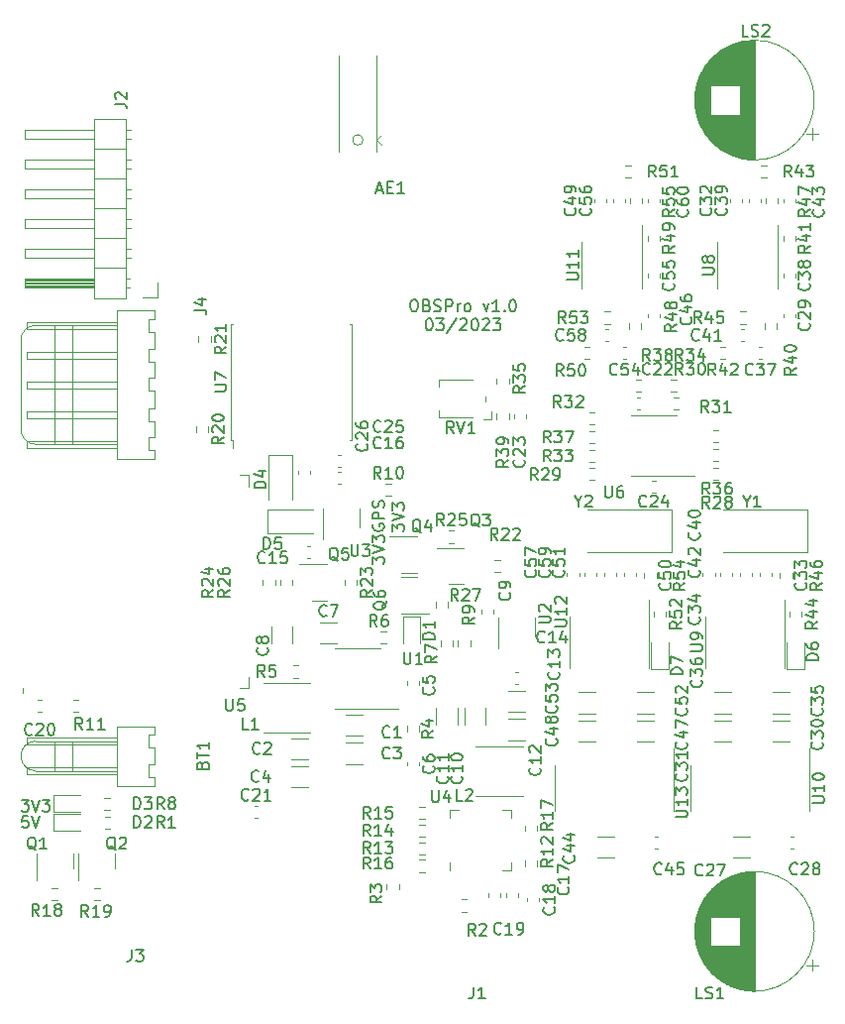
<source format=gto>
%TF.GenerationSoftware,KiCad,Pcbnew,(6.0.11)*%
%TF.CreationDate,2023-03-05T15:16:25+01:00*%
%TF.ProjectId,OBSPro,4f425350-726f-42e6-9b69-6361645f7063,rev?*%
%TF.SameCoordinates,PX7270e00PY2255100*%
%TF.FileFunction,Legend,Top*%
%TF.FilePolarity,Positive*%
%FSLAX46Y46*%
G04 Gerber Fmt 4.6, Leading zero omitted, Abs format (unit mm)*
G04 Created by KiCad (PCBNEW (6.0.11)) date 2023-03-05 15:16:25*
%MOMM*%
%LPD*%
G01*
G04 APERTURE LIST*
%ADD10C,0.150000*%
%ADD11C,0.120000*%
G04 APERTURE END LIST*
D10*
X33714285Y-23747380D02*
X33904761Y-23747380D01*
X34000000Y-23795000D01*
X34095238Y-23890238D01*
X34142857Y-24080714D01*
X34142857Y-24414047D01*
X34095238Y-24604523D01*
X34000000Y-24699761D01*
X33904761Y-24747380D01*
X33714285Y-24747380D01*
X33619047Y-24699761D01*
X33523809Y-24604523D01*
X33476190Y-24414047D01*
X33476190Y-24080714D01*
X33523809Y-23890238D01*
X33619047Y-23795000D01*
X33714285Y-23747380D01*
X34904761Y-24223571D02*
X35047619Y-24271190D01*
X35095238Y-24318809D01*
X35142857Y-24414047D01*
X35142857Y-24556904D01*
X35095238Y-24652142D01*
X35047619Y-24699761D01*
X34952380Y-24747380D01*
X34571428Y-24747380D01*
X34571428Y-23747380D01*
X34904761Y-23747380D01*
X35000000Y-23795000D01*
X35047619Y-23842619D01*
X35095238Y-23937857D01*
X35095238Y-24033095D01*
X35047619Y-24128333D01*
X35000000Y-24175952D01*
X34904761Y-24223571D01*
X34571428Y-24223571D01*
X35523809Y-24699761D02*
X35666666Y-24747380D01*
X35904761Y-24747380D01*
X36000000Y-24699761D01*
X36047619Y-24652142D01*
X36095238Y-24556904D01*
X36095238Y-24461666D01*
X36047619Y-24366428D01*
X36000000Y-24318809D01*
X35904761Y-24271190D01*
X35714285Y-24223571D01*
X35619047Y-24175952D01*
X35571428Y-24128333D01*
X35523809Y-24033095D01*
X35523809Y-23937857D01*
X35571428Y-23842619D01*
X35619047Y-23795000D01*
X35714285Y-23747380D01*
X35952380Y-23747380D01*
X36095238Y-23795000D01*
X36523809Y-24747380D02*
X36523809Y-23747380D01*
X36904761Y-23747380D01*
X37000000Y-23795000D01*
X37047619Y-23842619D01*
X37095238Y-23937857D01*
X37095238Y-24080714D01*
X37047619Y-24175952D01*
X37000000Y-24223571D01*
X36904761Y-24271190D01*
X36523809Y-24271190D01*
X37523809Y-24747380D02*
X37523809Y-24080714D01*
X37523809Y-24271190D02*
X37571428Y-24175952D01*
X37619047Y-24128333D01*
X37714285Y-24080714D01*
X37809523Y-24080714D01*
X38285714Y-24747380D02*
X38190476Y-24699761D01*
X38142857Y-24652142D01*
X38095238Y-24556904D01*
X38095238Y-24271190D01*
X38142857Y-24175952D01*
X38190476Y-24128333D01*
X38285714Y-24080714D01*
X38428571Y-24080714D01*
X38523809Y-24128333D01*
X38571428Y-24175952D01*
X38619047Y-24271190D01*
X38619047Y-24556904D01*
X38571428Y-24652142D01*
X38523809Y-24699761D01*
X38428571Y-24747380D01*
X38285714Y-24747380D01*
X39714285Y-24080714D02*
X39952380Y-24747380D01*
X40190476Y-24080714D01*
X41095238Y-24747380D02*
X40523809Y-24747380D01*
X40809523Y-24747380D02*
X40809523Y-23747380D01*
X40714285Y-23890238D01*
X40619047Y-23985476D01*
X40523809Y-24033095D01*
X41523809Y-24652142D02*
X41571428Y-24699761D01*
X41523809Y-24747380D01*
X41476190Y-24699761D01*
X41523809Y-24652142D01*
X41523809Y-24747380D01*
X42190476Y-23747380D02*
X42285714Y-23747380D01*
X42380952Y-23795000D01*
X42428571Y-23842619D01*
X42476190Y-23937857D01*
X42523809Y-24128333D01*
X42523809Y-24366428D01*
X42476190Y-24556904D01*
X42428571Y-24652142D01*
X42380952Y-24699761D01*
X42285714Y-24747380D01*
X42190476Y-24747380D01*
X42095238Y-24699761D01*
X42047619Y-24652142D01*
X42000000Y-24556904D01*
X41952380Y-24366428D01*
X41952380Y-24128333D01*
X42000000Y-23937857D01*
X42047619Y-23842619D01*
X42095238Y-23795000D01*
X42190476Y-23747380D01*
X35047619Y-25357380D02*
X35142857Y-25357380D01*
X35238095Y-25405000D01*
X35285714Y-25452619D01*
X35333333Y-25547857D01*
X35380952Y-25738333D01*
X35380952Y-25976428D01*
X35333333Y-26166904D01*
X35285714Y-26262142D01*
X35238095Y-26309761D01*
X35142857Y-26357380D01*
X35047619Y-26357380D01*
X34952380Y-26309761D01*
X34904761Y-26262142D01*
X34857142Y-26166904D01*
X34809523Y-25976428D01*
X34809523Y-25738333D01*
X34857142Y-25547857D01*
X34904761Y-25452619D01*
X34952380Y-25405000D01*
X35047619Y-25357380D01*
X35714285Y-25357380D02*
X36333333Y-25357380D01*
X36000000Y-25738333D01*
X36142857Y-25738333D01*
X36238095Y-25785952D01*
X36285714Y-25833571D01*
X36333333Y-25928809D01*
X36333333Y-26166904D01*
X36285714Y-26262142D01*
X36238095Y-26309761D01*
X36142857Y-26357380D01*
X35857142Y-26357380D01*
X35761904Y-26309761D01*
X35714285Y-26262142D01*
X37476190Y-25309761D02*
X36619047Y-26595476D01*
X37761904Y-25452619D02*
X37809523Y-25405000D01*
X37904761Y-25357380D01*
X38142857Y-25357380D01*
X38238095Y-25405000D01*
X38285714Y-25452619D01*
X38333333Y-25547857D01*
X38333333Y-25643095D01*
X38285714Y-25785952D01*
X37714285Y-26357380D01*
X38333333Y-26357380D01*
X38952380Y-25357380D02*
X39047619Y-25357380D01*
X39142857Y-25405000D01*
X39190476Y-25452619D01*
X39238095Y-25547857D01*
X39285714Y-25738333D01*
X39285714Y-25976428D01*
X39238095Y-26166904D01*
X39190476Y-26262142D01*
X39142857Y-26309761D01*
X39047619Y-26357380D01*
X38952380Y-26357380D01*
X38857142Y-26309761D01*
X38809523Y-26262142D01*
X38761904Y-26166904D01*
X38714285Y-25976428D01*
X38714285Y-25738333D01*
X38761904Y-25547857D01*
X38809523Y-25452619D01*
X38857142Y-25405000D01*
X38952380Y-25357380D01*
X39666666Y-25452619D02*
X39714285Y-25405000D01*
X39809523Y-25357380D01*
X40047619Y-25357380D01*
X40142857Y-25405000D01*
X40190476Y-25452619D01*
X40238095Y-25547857D01*
X40238095Y-25643095D01*
X40190476Y-25785952D01*
X39619047Y-26357380D01*
X40238095Y-26357380D01*
X40571428Y-25357380D02*
X41190476Y-25357380D01*
X40857142Y-25738333D01*
X41000000Y-25738333D01*
X41095238Y-25785952D01*
X41142857Y-25833571D01*
X41190476Y-25928809D01*
X41190476Y-26166904D01*
X41142857Y-26262142D01*
X41095238Y-26309761D01*
X41000000Y-26357380D01*
X40714285Y-26357380D01*
X40619047Y-26309761D01*
X40571428Y-26262142D01*
X240357Y-66452380D02*
X859404Y-66452380D01*
X526071Y-66833333D01*
X668928Y-66833333D01*
X764166Y-66880952D01*
X811785Y-66928571D01*
X859404Y-67023809D01*
X859404Y-67261904D01*
X811785Y-67357142D01*
X764166Y-67404761D01*
X668928Y-67452380D01*
X383214Y-67452380D01*
X287976Y-67404761D01*
X240357Y-67357142D01*
X1145119Y-66452380D02*
X1478452Y-67452380D01*
X1811785Y-66452380D01*
X2049880Y-66452380D02*
X2668928Y-66452380D01*
X2335595Y-66833333D01*
X2478452Y-66833333D01*
X2573690Y-66880952D01*
X2621309Y-66928571D01*
X2668928Y-67023809D01*
X2668928Y-67261904D01*
X2621309Y-67357142D01*
X2573690Y-67404761D01*
X2478452Y-67452380D01*
X2192738Y-67452380D01*
X2097500Y-67404761D01*
X2049880Y-67357142D01*
X811785Y-67852380D02*
X335595Y-67852380D01*
X287976Y-68328571D01*
X335595Y-68280952D01*
X430833Y-68233333D01*
X668928Y-68233333D01*
X764166Y-68280952D01*
X811785Y-68328571D01*
X859404Y-68423809D01*
X859404Y-68661904D01*
X811785Y-68757142D01*
X764166Y-68804761D01*
X668928Y-68852380D01*
X430833Y-68852380D01*
X335595Y-68804761D01*
X287976Y-68757142D01*
X1145119Y-67852380D02*
X1478452Y-68852380D01*
X1811785Y-67852380D01*
X31952380Y-43538095D02*
X31952380Y-42919047D01*
X32333333Y-43252380D01*
X32333333Y-43109523D01*
X32380952Y-43014285D01*
X32428571Y-42966666D01*
X32523809Y-42919047D01*
X32761904Y-42919047D01*
X32857142Y-42966666D01*
X32904761Y-43014285D01*
X32952380Y-43109523D01*
X32952380Y-43395238D01*
X32904761Y-43490476D01*
X32857142Y-43538095D01*
X31952380Y-42633333D02*
X32952380Y-42300000D01*
X31952380Y-41966666D01*
X31952380Y-41728571D02*
X31952380Y-41109523D01*
X32333333Y-41442857D01*
X32333333Y-41300000D01*
X32380952Y-41204761D01*
X32428571Y-41157142D01*
X32523809Y-41109523D01*
X32761904Y-41109523D01*
X32857142Y-41157142D01*
X32904761Y-41204761D01*
X32952380Y-41300000D01*
X32952380Y-41585714D01*
X32904761Y-41680952D01*
X32857142Y-41728571D01*
X30252380Y-46314285D02*
X30252380Y-45695238D01*
X30633333Y-46028571D01*
X30633333Y-45885714D01*
X30680952Y-45790476D01*
X30728571Y-45742857D01*
X30823809Y-45695238D01*
X31061904Y-45695238D01*
X31157142Y-45742857D01*
X31204761Y-45790476D01*
X31252380Y-45885714D01*
X31252380Y-46171428D01*
X31204761Y-46266666D01*
X31157142Y-46314285D01*
X30252380Y-45409523D02*
X31252380Y-45076190D01*
X30252380Y-44742857D01*
X30252380Y-44504761D02*
X30252380Y-43885714D01*
X30633333Y-44219047D01*
X30633333Y-44076190D01*
X30680952Y-43980952D01*
X30728571Y-43933333D01*
X30823809Y-43885714D01*
X31061904Y-43885714D01*
X31157142Y-43933333D01*
X31204761Y-43980952D01*
X31252380Y-44076190D01*
X31252380Y-44361904D01*
X31204761Y-44457142D01*
X31157142Y-44504761D01*
X30300000Y-42933333D02*
X30252380Y-43028571D01*
X30252380Y-43171428D01*
X30300000Y-43314285D01*
X30395238Y-43409523D01*
X30490476Y-43457142D01*
X30680952Y-43504761D01*
X30823809Y-43504761D01*
X31014285Y-43457142D01*
X31109523Y-43409523D01*
X31204761Y-43314285D01*
X31252380Y-43171428D01*
X31252380Y-43076190D01*
X31204761Y-42933333D01*
X31157142Y-42885714D01*
X30823809Y-42885714D01*
X30823809Y-43076190D01*
X31252380Y-42457142D02*
X30252380Y-42457142D01*
X30252380Y-42076190D01*
X30300000Y-41980952D01*
X30347619Y-41933333D01*
X30442857Y-41885714D01*
X30585714Y-41885714D01*
X30680952Y-41933333D01*
X30728571Y-41980952D01*
X30776190Y-42076190D01*
X30776190Y-42457142D01*
X31204761Y-41504761D02*
X31252380Y-41361904D01*
X31252380Y-41123809D01*
X31204761Y-41028571D01*
X31157142Y-40980952D01*
X31061904Y-40933333D01*
X30966666Y-40933333D01*
X30871428Y-40980952D01*
X30823809Y-41028571D01*
X30776190Y-41123809D01*
X30728571Y-41314285D01*
X30680952Y-41409523D01*
X30633333Y-41457142D01*
X30538095Y-41504761D01*
X30442857Y-41504761D01*
X30347619Y-41457142D01*
X30300000Y-41409523D01*
X30252380Y-41314285D01*
X30252380Y-41076190D01*
X30300000Y-40933333D01*
%TO.C,R52*%
X56682380Y-51242857D02*
X56206190Y-51576190D01*
X56682380Y-51814285D02*
X55682380Y-51814285D01*
X55682380Y-51433333D01*
X55730000Y-51338095D01*
X55777619Y-51290476D01*
X55872857Y-51242857D01*
X56015714Y-51242857D01*
X56110952Y-51290476D01*
X56158571Y-51338095D01*
X56206190Y-51433333D01*
X56206190Y-51814285D01*
X55682380Y-50338095D02*
X55682380Y-50814285D01*
X56158571Y-50861904D01*
X56110952Y-50814285D01*
X56063333Y-50719047D01*
X56063333Y-50480952D01*
X56110952Y-50385714D01*
X56158571Y-50338095D01*
X56253809Y-50290476D01*
X56491904Y-50290476D01*
X56587142Y-50338095D01*
X56634761Y-50385714D01*
X56682380Y-50480952D01*
X56682380Y-50719047D01*
X56634761Y-50814285D01*
X56587142Y-50861904D01*
X55777619Y-49909523D02*
X55730000Y-49861904D01*
X55682380Y-49766666D01*
X55682380Y-49528571D01*
X55730000Y-49433333D01*
X55777619Y-49385714D01*
X55872857Y-49338095D01*
X55968095Y-49338095D01*
X56110952Y-49385714D01*
X56682380Y-49957142D01*
X56682380Y-49338095D01*
%TO.C,C45*%
X54957142Y-72757142D02*
X54909523Y-72804761D01*
X54766666Y-72852380D01*
X54671428Y-72852380D01*
X54528571Y-72804761D01*
X54433333Y-72709523D01*
X54385714Y-72614285D01*
X54338095Y-72423809D01*
X54338095Y-72280952D01*
X54385714Y-72090476D01*
X54433333Y-71995238D01*
X54528571Y-71900000D01*
X54671428Y-71852380D01*
X54766666Y-71852380D01*
X54909523Y-71900000D01*
X54957142Y-71947619D01*
X55814285Y-72185714D02*
X55814285Y-72852380D01*
X55576190Y-71804761D02*
X55338095Y-72519047D01*
X55957142Y-72519047D01*
X56814285Y-71852380D02*
X56338095Y-71852380D01*
X56290476Y-72328571D01*
X56338095Y-72280952D01*
X56433333Y-72233333D01*
X56671428Y-72233333D01*
X56766666Y-72280952D01*
X56814285Y-72328571D01*
X56861904Y-72423809D01*
X56861904Y-72661904D01*
X56814285Y-72757142D01*
X56766666Y-72804761D01*
X56671428Y-72852380D01*
X56433333Y-72852380D01*
X56338095Y-72804761D01*
X56290476Y-72757142D01*
%TO.C,L1*%
X19633333Y-60452380D02*
X19157142Y-60452380D01*
X19157142Y-59452380D01*
X20490476Y-60452380D02*
X19919047Y-60452380D01*
X20204761Y-60452380D02*
X20204761Y-59452380D01*
X20109523Y-59595238D01*
X20014285Y-59690476D01*
X19919047Y-59738095D01*
%TO.C,R2*%
X39033333Y-78052380D02*
X38700000Y-77576190D01*
X38461904Y-78052380D02*
X38461904Y-77052380D01*
X38842857Y-77052380D01*
X38938095Y-77100000D01*
X38985714Y-77147619D01*
X39033333Y-77242857D01*
X39033333Y-77385714D01*
X38985714Y-77480952D01*
X38938095Y-77528571D01*
X38842857Y-77576190D01*
X38461904Y-77576190D01*
X39414285Y-77147619D02*
X39461904Y-77100000D01*
X39557142Y-77052380D01*
X39795238Y-77052380D01*
X39890476Y-77100000D01*
X39938095Y-77147619D01*
X39985714Y-77242857D01*
X39985714Y-77338095D01*
X39938095Y-77480952D01*
X39366666Y-78052380D01*
X39985714Y-78052380D01*
%TO.C,C58*%
X46557142Y-27157142D02*
X46509523Y-27204761D01*
X46366666Y-27252380D01*
X46271428Y-27252380D01*
X46128571Y-27204761D01*
X46033333Y-27109523D01*
X45985714Y-27014285D01*
X45938095Y-26823809D01*
X45938095Y-26680952D01*
X45985714Y-26490476D01*
X46033333Y-26395238D01*
X46128571Y-26300000D01*
X46271428Y-26252380D01*
X46366666Y-26252380D01*
X46509523Y-26300000D01*
X46557142Y-26347619D01*
X47461904Y-26252380D02*
X46985714Y-26252380D01*
X46938095Y-26728571D01*
X46985714Y-26680952D01*
X47080952Y-26633333D01*
X47319047Y-26633333D01*
X47414285Y-26680952D01*
X47461904Y-26728571D01*
X47509523Y-26823809D01*
X47509523Y-27061904D01*
X47461904Y-27157142D01*
X47414285Y-27204761D01*
X47319047Y-27252380D01*
X47080952Y-27252380D01*
X46985714Y-27204761D01*
X46938095Y-27157142D01*
X48080952Y-26680952D02*
X47985714Y-26633333D01*
X47938095Y-26585714D01*
X47890476Y-26490476D01*
X47890476Y-26442857D01*
X47938095Y-26347619D01*
X47985714Y-26300000D01*
X48080952Y-26252380D01*
X48271428Y-26252380D01*
X48366666Y-26300000D01*
X48414285Y-26347619D01*
X48461904Y-26442857D01*
X48461904Y-26490476D01*
X48414285Y-26585714D01*
X48366666Y-26633333D01*
X48271428Y-26680952D01*
X48080952Y-26680952D01*
X47985714Y-26728571D01*
X47938095Y-26776190D01*
X47890476Y-26871428D01*
X47890476Y-27061904D01*
X47938095Y-27157142D01*
X47985714Y-27204761D01*
X48080952Y-27252380D01*
X48271428Y-27252380D01*
X48366666Y-27204761D01*
X48414285Y-27157142D01*
X48461904Y-27061904D01*
X48461904Y-26871428D01*
X48414285Y-26776190D01*
X48366666Y-26728571D01*
X48271428Y-26680952D01*
%TO.C,U1*%
X32938095Y-53852380D02*
X32938095Y-54661904D01*
X32985714Y-54757142D01*
X33033333Y-54804761D01*
X33128571Y-54852380D01*
X33319047Y-54852380D01*
X33414285Y-54804761D01*
X33461904Y-54757142D01*
X33509523Y-54661904D01*
X33509523Y-53852380D01*
X34509523Y-54852380D02*
X33938095Y-54852380D01*
X34223809Y-54852380D02*
X34223809Y-53852380D01*
X34128571Y-53995238D01*
X34033333Y-54090476D01*
X33938095Y-54138095D01*
%TO.C,R18*%
X1757142Y-76382380D02*
X1423809Y-75906190D01*
X1185714Y-76382380D02*
X1185714Y-75382380D01*
X1566666Y-75382380D01*
X1661904Y-75430000D01*
X1709523Y-75477619D01*
X1757142Y-75572857D01*
X1757142Y-75715714D01*
X1709523Y-75810952D01*
X1661904Y-75858571D01*
X1566666Y-75906190D01*
X1185714Y-75906190D01*
X2709523Y-76382380D02*
X2138095Y-76382380D01*
X2423809Y-76382380D02*
X2423809Y-75382380D01*
X2328571Y-75525238D01*
X2233333Y-75620476D01*
X2138095Y-75668095D01*
X3280952Y-75810952D02*
X3185714Y-75763333D01*
X3138095Y-75715714D01*
X3090476Y-75620476D01*
X3090476Y-75572857D01*
X3138095Y-75477619D01*
X3185714Y-75430000D01*
X3280952Y-75382380D01*
X3471428Y-75382380D01*
X3566666Y-75430000D01*
X3614285Y-75477619D01*
X3661904Y-75572857D01*
X3661904Y-75620476D01*
X3614285Y-75715714D01*
X3566666Y-75763333D01*
X3471428Y-75810952D01*
X3280952Y-75810952D01*
X3185714Y-75858571D01*
X3138095Y-75906190D01*
X3090476Y-76001428D01*
X3090476Y-76191904D01*
X3138095Y-76287142D01*
X3185714Y-76334761D01*
X3280952Y-76382380D01*
X3471428Y-76382380D01*
X3566666Y-76334761D01*
X3614285Y-76287142D01*
X3661904Y-76191904D01*
X3661904Y-76001428D01*
X3614285Y-75906190D01*
X3566666Y-75858571D01*
X3471428Y-75810952D01*
%TO.C,R30*%
X56757142Y-30152380D02*
X56423809Y-29676190D01*
X56185714Y-30152380D02*
X56185714Y-29152380D01*
X56566666Y-29152380D01*
X56661904Y-29200000D01*
X56709523Y-29247619D01*
X56757142Y-29342857D01*
X56757142Y-29485714D01*
X56709523Y-29580952D01*
X56661904Y-29628571D01*
X56566666Y-29676190D01*
X56185714Y-29676190D01*
X57090476Y-29152380D02*
X57709523Y-29152380D01*
X57376190Y-29533333D01*
X57519047Y-29533333D01*
X57614285Y-29580952D01*
X57661904Y-29628571D01*
X57709523Y-29723809D01*
X57709523Y-29961904D01*
X57661904Y-30057142D01*
X57614285Y-30104761D01*
X57519047Y-30152380D01*
X57233333Y-30152380D01*
X57138095Y-30104761D01*
X57090476Y-30057142D01*
X58328571Y-29152380D02*
X58423809Y-29152380D01*
X58519047Y-29200000D01*
X58566666Y-29247619D01*
X58614285Y-29342857D01*
X58661904Y-29533333D01*
X58661904Y-29771428D01*
X58614285Y-29961904D01*
X58566666Y-30057142D01*
X58519047Y-30104761D01*
X58423809Y-30152380D01*
X58328571Y-30152380D01*
X58233333Y-30104761D01*
X58185714Y-30057142D01*
X58138095Y-29961904D01*
X58090476Y-29771428D01*
X58090476Y-29533333D01*
X58138095Y-29342857D01*
X58185714Y-29247619D01*
X58233333Y-29200000D01*
X58328571Y-29152380D01*
%TO.C,R40*%
X66452380Y-29542857D02*
X65976190Y-29876190D01*
X66452380Y-30114285D02*
X65452380Y-30114285D01*
X65452380Y-29733333D01*
X65500000Y-29638095D01*
X65547619Y-29590476D01*
X65642857Y-29542857D01*
X65785714Y-29542857D01*
X65880952Y-29590476D01*
X65928571Y-29638095D01*
X65976190Y-29733333D01*
X65976190Y-30114285D01*
X65785714Y-28685714D02*
X66452380Y-28685714D01*
X65404761Y-28923809D02*
X66119047Y-29161904D01*
X66119047Y-28542857D01*
X65452380Y-27971428D02*
X65452380Y-27876190D01*
X65500000Y-27780952D01*
X65547619Y-27733333D01*
X65642857Y-27685714D01*
X65833333Y-27638095D01*
X66071428Y-27638095D01*
X66261904Y-27685714D01*
X66357142Y-27733333D01*
X66404761Y-27780952D01*
X66452380Y-27876190D01*
X66452380Y-27971428D01*
X66404761Y-28066666D01*
X66357142Y-28114285D01*
X66261904Y-28161904D01*
X66071428Y-28209523D01*
X65833333Y-28209523D01*
X65642857Y-28161904D01*
X65547619Y-28114285D01*
X65500000Y-28066666D01*
X65452380Y-27971428D01*
%TO.C,AE1*%
X30633333Y-14366666D02*
X31109523Y-14366666D01*
X30538095Y-14652380D02*
X30871428Y-13652380D01*
X31204761Y-14652380D01*
X31538095Y-14128571D02*
X31871428Y-14128571D01*
X32014285Y-14652380D02*
X31538095Y-14652380D01*
X31538095Y-13652380D01*
X32014285Y-13652380D01*
X32966666Y-14652380D02*
X32395238Y-14652380D01*
X32680952Y-14652380D02*
X32680952Y-13652380D01*
X32585714Y-13795238D01*
X32490476Y-13890476D01*
X32395238Y-13938095D01*
%TO.C,C26*%
X29757142Y-36042857D02*
X29804761Y-36090476D01*
X29852380Y-36233333D01*
X29852380Y-36328571D01*
X29804761Y-36471428D01*
X29709523Y-36566666D01*
X29614285Y-36614285D01*
X29423809Y-36661904D01*
X29280952Y-36661904D01*
X29090476Y-36614285D01*
X28995238Y-36566666D01*
X28900000Y-36471428D01*
X28852380Y-36328571D01*
X28852380Y-36233333D01*
X28900000Y-36090476D01*
X28947619Y-36042857D01*
X28947619Y-35661904D02*
X28900000Y-35614285D01*
X28852380Y-35519047D01*
X28852380Y-35280952D01*
X28900000Y-35185714D01*
X28947619Y-35138095D01*
X29042857Y-35090476D01*
X29138095Y-35090476D01*
X29280952Y-35138095D01*
X29852380Y-35709523D01*
X29852380Y-35090476D01*
X28852380Y-34233333D02*
X28852380Y-34423809D01*
X28900000Y-34519047D01*
X28947619Y-34566666D01*
X29090476Y-34661904D01*
X29280952Y-34709523D01*
X29661904Y-34709523D01*
X29757142Y-34661904D01*
X29804761Y-34614285D01*
X29852380Y-34519047D01*
X29852380Y-34328571D01*
X29804761Y-34233333D01*
X29757142Y-34185714D01*
X29661904Y-34138095D01*
X29423809Y-34138095D01*
X29328571Y-34185714D01*
X29280952Y-34233333D01*
X29233333Y-34328571D01*
X29233333Y-34519047D01*
X29280952Y-34614285D01*
X29328571Y-34661904D01*
X29423809Y-34709523D01*
%TO.C,C56*%
X48857142Y-15942857D02*
X48904761Y-15990476D01*
X48952380Y-16133333D01*
X48952380Y-16228571D01*
X48904761Y-16371428D01*
X48809523Y-16466666D01*
X48714285Y-16514285D01*
X48523809Y-16561904D01*
X48380952Y-16561904D01*
X48190476Y-16514285D01*
X48095238Y-16466666D01*
X48000000Y-16371428D01*
X47952380Y-16228571D01*
X47952380Y-16133333D01*
X48000000Y-15990476D01*
X48047619Y-15942857D01*
X47952380Y-15038095D02*
X47952380Y-15514285D01*
X48428571Y-15561904D01*
X48380952Y-15514285D01*
X48333333Y-15419047D01*
X48333333Y-15180952D01*
X48380952Y-15085714D01*
X48428571Y-15038095D01*
X48523809Y-14990476D01*
X48761904Y-14990476D01*
X48857142Y-15038095D01*
X48904761Y-15085714D01*
X48952380Y-15180952D01*
X48952380Y-15419047D01*
X48904761Y-15514285D01*
X48857142Y-15561904D01*
X47952380Y-14133333D02*
X47952380Y-14323809D01*
X48000000Y-14419047D01*
X48047619Y-14466666D01*
X48190476Y-14561904D01*
X48380952Y-14609523D01*
X48761904Y-14609523D01*
X48857142Y-14561904D01*
X48904761Y-14514285D01*
X48952380Y-14419047D01*
X48952380Y-14228571D01*
X48904761Y-14133333D01*
X48857142Y-14085714D01*
X48761904Y-14038095D01*
X48523809Y-14038095D01*
X48428571Y-14085714D01*
X48380952Y-14133333D01*
X48333333Y-14228571D01*
X48333333Y-14419047D01*
X48380952Y-14514285D01*
X48428571Y-14561904D01*
X48523809Y-14609523D01*
%TO.C,R28*%
X59057142Y-41552380D02*
X58723809Y-41076190D01*
X58485714Y-41552380D02*
X58485714Y-40552380D01*
X58866666Y-40552380D01*
X58961904Y-40600000D01*
X59009523Y-40647619D01*
X59057142Y-40742857D01*
X59057142Y-40885714D01*
X59009523Y-40980952D01*
X58961904Y-41028571D01*
X58866666Y-41076190D01*
X58485714Y-41076190D01*
X59438095Y-40647619D02*
X59485714Y-40600000D01*
X59580952Y-40552380D01*
X59819047Y-40552380D01*
X59914285Y-40600000D01*
X59961904Y-40647619D01*
X60009523Y-40742857D01*
X60009523Y-40838095D01*
X59961904Y-40980952D01*
X59390476Y-41552380D01*
X60009523Y-41552380D01*
X60580952Y-40980952D02*
X60485714Y-40933333D01*
X60438095Y-40885714D01*
X60390476Y-40790476D01*
X60390476Y-40742857D01*
X60438095Y-40647619D01*
X60485714Y-40600000D01*
X60580952Y-40552380D01*
X60771428Y-40552380D01*
X60866666Y-40600000D01*
X60914285Y-40647619D01*
X60961904Y-40742857D01*
X60961904Y-40790476D01*
X60914285Y-40885714D01*
X60866666Y-40933333D01*
X60771428Y-40980952D01*
X60580952Y-40980952D01*
X60485714Y-41028571D01*
X60438095Y-41076190D01*
X60390476Y-41171428D01*
X60390476Y-41361904D01*
X60438095Y-41457142D01*
X60485714Y-41504761D01*
X60580952Y-41552380D01*
X60771428Y-41552380D01*
X60866666Y-41504761D01*
X60914285Y-41457142D01*
X60961904Y-41361904D01*
X60961904Y-41171428D01*
X60914285Y-41076190D01*
X60866666Y-41028571D01*
X60771428Y-40980952D01*
%TO.C,C11*%
X36657142Y-64442857D02*
X36704761Y-64490476D01*
X36752380Y-64633333D01*
X36752380Y-64728571D01*
X36704761Y-64871428D01*
X36609523Y-64966666D01*
X36514285Y-65014285D01*
X36323809Y-65061904D01*
X36180952Y-65061904D01*
X35990476Y-65014285D01*
X35895238Y-64966666D01*
X35800000Y-64871428D01*
X35752380Y-64728571D01*
X35752380Y-64633333D01*
X35800000Y-64490476D01*
X35847619Y-64442857D01*
X36752380Y-63490476D02*
X36752380Y-64061904D01*
X36752380Y-63776190D02*
X35752380Y-63776190D01*
X35895238Y-63871428D01*
X35990476Y-63966666D01*
X36038095Y-64061904D01*
X36752380Y-62538095D02*
X36752380Y-63109523D01*
X36752380Y-62823809D02*
X35752380Y-62823809D01*
X35895238Y-62919047D01*
X35990476Y-63014285D01*
X36038095Y-63109523D01*
%TO.C,C7*%
X26333333Y-50707142D02*
X26285714Y-50754761D01*
X26142857Y-50802380D01*
X26047619Y-50802380D01*
X25904761Y-50754761D01*
X25809523Y-50659523D01*
X25761904Y-50564285D01*
X25714285Y-50373809D01*
X25714285Y-50230952D01*
X25761904Y-50040476D01*
X25809523Y-49945238D01*
X25904761Y-49850000D01*
X26047619Y-49802380D01*
X26142857Y-49802380D01*
X26285714Y-49850000D01*
X26333333Y-49897619D01*
X26666666Y-49802380D02*
X27333333Y-49802380D01*
X26904761Y-50802380D01*
%TO.C,R47*%
X67652380Y-16042857D02*
X67176190Y-16376190D01*
X67652380Y-16614285D02*
X66652380Y-16614285D01*
X66652380Y-16233333D01*
X66700000Y-16138095D01*
X66747619Y-16090476D01*
X66842857Y-16042857D01*
X66985714Y-16042857D01*
X67080952Y-16090476D01*
X67128571Y-16138095D01*
X67176190Y-16233333D01*
X67176190Y-16614285D01*
X66985714Y-15185714D02*
X67652380Y-15185714D01*
X66604761Y-15423809D02*
X67319047Y-15661904D01*
X67319047Y-15042857D01*
X66652380Y-14757142D02*
X66652380Y-14090476D01*
X67652380Y-14519047D01*
%TO.C,D4*%
X21152380Y-39838095D02*
X20152380Y-39838095D01*
X20152380Y-39600000D01*
X20200000Y-39457142D01*
X20295238Y-39361904D01*
X20390476Y-39314285D01*
X20580952Y-39266666D01*
X20723809Y-39266666D01*
X20914285Y-39314285D01*
X21009523Y-39361904D01*
X21104761Y-39457142D01*
X21152380Y-39600000D01*
X21152380Y-39838095D01*
X20485714Y-38409523D02*
X21152380Y-38409523D01*
X20104761Y-38647619D02*
X20819047Y-38885714D01*
X20819047Y-38266666D01*
%TO.C,C20*%
X1157142Y-60857142D02*
X1109523Y-60904761D01*
X966666Y-60952380D01*
X871428Y-60952380D01*
X728571Y-60904761D01*
X633333Y-60809523D01*
X585714Y-60714285D01*
X538095Y-60523809D01*
X538095Y-60380952D01*
X585714Y-60190476D01*
X633333Y-60095238D01*
X728571Y-60000000D01*
X871428Y-59952380D01*
X966666Y-59952380D01*
X1109523Y-60000000D01*
X1157142Y-60047619D01*
X1538095Y-60047619D02*
X1585714Y-60000000D01*
X1680952Y-59952380D01*
X1919047Y-59952380D01*
X2014285Y-60000000D01*
X2061904Y-60047619D01*
X2109523Y-60142857D01*
X2109523Y-60238095D01*
X2061904Y-60380952D01*
X1490476Y-60952380D01*
X2109523Y-60952380D01*
X2728571Y-59952380D02*
X2823809Y-59952380D01*
X2919047Y-60000000D01*
X2966666Y-60047619D01*
X3014285Y-60142857D01*
X3061904Y-60333333D01*
X3061904Y-60571428D01*
X3014285Y-60761904D01*
X2966666Y-60857142D01*
X2919047Y-60904761D01*
X2823809Y-60952380D01*
X2728571Y-60952380D01*
X2633333Y-60904761D01*
X2585714Y-60857142D01*
X2538095Y-60761904D01*
X2490476Y-60571428D01*
X2490476Y-60333333D01*
X2538095Y-60142857D01*
X2585714Y-60047619D01*
X2633333Y-60000000D01*
X2728571Y-59952380D01*
%TO.C,R43*%
X66057142Y-13252380D02*
X65723809Y-12776190D01*
X65485714Y-13252380D02*
X65485714Y-12252380D01*
X65866666Y-12252380D01*
X65961904Y-12300000D01*
X66009523Y-12347619D01*
X66057142Y-12442857D01*
X66057142Y-12585714D01*
X66009523Y-12680952D01*
X65961904Y-12728571D01*
X65866666Y-12776190D01*
X65485714Y-12776190D01*
X66914285Y-12585714D02*
X66914285Y-13252380D01*
X66676190Y-12204761D02*
X66438095Y-12919047D01*
X67057142Y-12919047D01*
X67342857Y-12252380D02*
X67961904Y-12252380D01*
X67628571Y-12633333D01*
X67771428Y-12633333D01*
X67866666Y-12680952D01*
X67914285Y-12728571D01*
X67961904Y-12823809D01*
X67961904Y-13061904D01*
X67914285Y-13157142D01*
X67866666Y-13204761D01*
X67771428Y-13252380D01*
X67485714Y-13252380D01*
X67390476Y-13204761D01*
X67342857Y-13157142D01*
%TO.C,C27*%
X58457142Y-72857142D02*
X58409523Y-72904761D01*
X58266666Y-72952380D01*
X58171428Y-72952380D01*
X58028571Y-72904761D01*
X57933333Y-72809523D01*
X57885714Y-72714285D01*
X57838095Y-72523809D01*
X57838095Y-72380952D01*
X57885714Y-72190476D01*
X57933333Y-72095238D01*
X58028571Y-72000000D01*
X58171428Y-71952380D01*
X58266666Y-71952380D01*
X58409523Y-72000000D01*
X58457142Y-72047619D01*
X58838095Y-72047619D02*
X58885714Y-72000000D01*
X58980952Y-71952380D01*
X59219047Y-71952380D01*
X59314285Y-72000000D01*
X59361904Y-72047619D01*
X59409523Y-72142857D01*
X59409523Y-72238095D01*
X59361904Y-72380952D01*
X58790476Y-72952380D01*
X59409523Y-72952380D01*
X59742857Y-71952380D02*
X60409523Y-71952380D01*
X59980952Y-72952380D01*
%TO.C,Q4*%
X34404761Y-43647619D02*
X34309523Y-43600000D01*
X34214285Y-43504761D01*
X34071428Y-43361904D01*
X33976190Y-43314285D01*
X33880952Y-43314285D01*
X33928571Y-43552380D02*
X33833333Y-43504761D01*
X33738095Y-43409523D01*
X33690476Y-43219047D01*
X33690476Y-42885714D01*
X33738095Y-42695238D01*
X33833333Y-42600000D01*
X33928571Y-42552380D01*
X34119047Y-42552380D01*
X34214285Y-42600000D01*
X34309523Y-42695238D01*
X34357142Y-42885714D01*
X34357142Y-43219047D01*
X34309523Y-43409523D01*
X34214285Y-43504761D01*
X34119047Y-43552380D01*
X33928571Y-43552380D01*
X35214285Y-42885714D02*
X35214285Y-43552380D01*
X34976190Y-42504761D02*
X34738095Y-43219047D01*
X35357142Y-43219047D01*
%TO.C,D3*%
X9861904Y-67252380D02*
X9861904Y-66252380D01*
X10100000Y-66252380D01*
X10242857Y-66300000D01*
X10338095Y-66395238D01*
X10385714Y-66490476D01*
X10433333Y-66680952D01*
X10433333Y-66823809D01*
X10385714Y-67014285D01*
X10338095Y-67109523D01*
X10242857Y-67204761D01*
X10100000Y-67252380D01*
X9861904Y-67252380D01*
X10766666Y-66252380D02*
X11385714Y-66252380D01*
X11052380Y-66633333D01*
X11195238Y-66633333D01*
X11290476Y-66680952D01*
X11338095Y-66728571D01*
X11385714Y-66823809D01*
X11385714Y-67061904D01*
X11338095Y-67157142D01*
X11290476Y-67204761D01*
X11195238Y-67252380D01*
X10909523Y-67252380D01*
X10814285Y-67204761D01*
X10766666Y-67157142D01*
%TO.C,R44*%
X68282380Y-51242857D02*
X67806190Y-51576190D01*
X68282380Y-51814285D02*
X67282380Y-51814285D01*
X67282380Y-51433333D01*
X67330000Y-51338095D01*
X67377619Y-51290476D01*
X67472857Y-51242857D01*
X67615714Y-51242857D01*
X67710952Y-51290476D01*
X67758571Y-51338095D01*
X67806190Y-51433333D01*
X67806190Y-51814285D01*
X67615714Y-50385714D02*
X68282380Y-50385714D01*
X67234761Y-50623809D02*
X67949047Y-50861904D01*
X67949047Y-50242857D01*
X67615714Y-49433333D02*
X68282380Y-49433333D01*
X67234761Y-49671428D02*
X67949047Y-49909523D01*
X67949047Y-49290476D01*
%TO.C,R4*%
X35452380Y-60566666D02*
X34976190Y-60900000D01*
X35452380Y-61138095D02*
X34452380Y-61138095D01*
X34452380Y-60757142D01*
X34500000Y-60661904D01*
X34547619Y-60614285D01*
X34642857Y-60566666D01*
X34785714Y-60566666D01*
X34880952Y-60614285D01*
X34928571Y-60661904D01*
X34976190Y-60757142D01*
X34976190Y-61138095D01*
X34785714Y-59709523D02*
X35452380Y-59709523D01*
X34404761Y-59947619D02*
X35119047Y-60185714D01*
X35119047Y-59566666D01*
%TO.C,J4*%
X15052380Y-24633333D02*
X15766666Y-24633333D01*
X15909523Y-24680952D01*
X16004761Y-24776190D01*
X16052380Y-24919047D01*
X16052380Y-25014285D01*
X15385714Y-23728571D02*
X16052380Y-23728571D01*
X15004761Y-23966666D02*
X15719047Y-24204761D01*
X15719047Y-23585714D01*
%TO.C,C17*%
X46957142Y-73942857D02*
X47004761Y-73990476D01*
X47052380Y-74133333D01*
X47052380Y-74228571D01*
X47004761Y-74371428D01*
X46909523Y-74466666D01*
X46814285Y-74514285D01*
X46623809Y-74561904D01*
X46480952Y-74561904D01*
X46290476Y-74514285D01*
X46195238Y-74466666D01*
X46100000Y-74371428D01*
X46052380Y-74228571D01*
X46052380Y-74133333D01*
X46100000Y-73990476D01*
X46147619Y-73942857D01*
X47052380Y-72990476D02*
X47052380Y-73561904D01*
X47052380Y-73276190D02*
X46052380Y-73276190D01*
X46195238Y-73371428D01*
X46290476Y-73466666D01*
X46338095Y-73561904D01*
X46052380Y-72657142D02*
X46052380Y-71990476D01*
X47052380Y-72419047D01*
%TO.C,R32*%
X46357142Y-32952380D02*
X46023809Y-32476190D01*
X45785714Y-32952380D02*
X45785714Y-31952380D01*
X46166666Y-31952380D01*
X46261904Y-32000000D01*
X46309523Y-32047619D01*
X46357142Y-32142857D01*
X46357142Y-32285714D01*
X46309523Y-32380952D01*
X46261904Y-32428571D01*
X46166666Y-32476190D01*
X45785714Y-32476190D01*
X46690476Y-31952380D02*
X47309523Y-31952380D01*
X46976190Y-32333333D01*
X47119047Y-32333333D01*
X47214285Y-32380952D01*
X47261904Y-32428571D01*
X47309523Y-32523809D01*
X47309523Y-32761904D01*
X47261904Y-32857142D01*
X47214285Y-32904761D01*
X47119047Y-32952380D01*
X46833333Y-32952380D01*
X46738095Y-32904761D01*
X46690476Y-32857142D01*
X47690476Y-32047619D02*
X47738095Y-32000000D01*
X47833333Y-31952380D01*
X48071428Y-31952380D01*
X48166666Y-32000000D01*
X48214285Y-32047619D01*
X48261904Y-32142857D01*
X48261904Y-32238095D01*
X48214285Y-32380952D01*
X47642857Y-32952380D01*
X48261904Y-32952380D01*
%TO.C,R54*%
X56952380Y-47942857D02*
X56476190Y-48276190D01*
X56952380Y-48514285D02*
X55952380Y-48514285D01*
X55952380Y-48133333D01*
X56000000Y-48038095D01*
X56047619Y-47990476D01*
X56142857Y-47942857D01*
X56285714Y-47942857D01*
X56380952Y-47990476D01*
X56428571Y-48038095D01*
X56476190Y-48133333D01*
X56476190Y-48514285D01*
X55952380Y-47038095D02*
X55952380Y-47514285D01*
X56428571Y-47561904D01*
X56380952Y-47514285D01*
X56333333Y-47419047D01*
X56333333Y-47180952D01*
X56380952Y-47085714D01*
X56428571Y-47038095D01*
X56523809Y-46990476D01*
X56761904Y-46990476D01*
X56857142Y-47038095D01*
X56904761Y-47085714D01*
X56952380Y-47180952D01*
X56952380Y-47419047D01*
X56904761Y-47514285D01*
X56857142Y-47561904D01*
X56285714Y-46133333D02*
X56952380Y-46133333D01*
X55904761Y-46371428D02*
X56619047Y-46609523D01*
X56619047Y-45990476D01*
%TO.C,C52*%
X57057142Y-58642857D02*
X57104761Y-58690476D01*
X57152380Y-58833333D01*
X57152380Y-58928571D01*
X57104761Y-59071428D01*
X57009523Y-59166666D01*
X56914285Y-59214285D01*
X56723809Y-59261904D01*
X56580952Y-59261904D01*
X56390476Y-59214285D01*
X56295238Y-59166666D01*
X56200000Y-59071428D01*
X56152380Y-58928571D01*
X56152380Y-58833333D01*
X56200000Y-58690476D01*
X56247619Y-58642857D01*
X56152380Y-57738095D02*
X56152380Y-58214285D01*
X56628571Y-58261904D01*
X56580952Y-58214285D01*
X56533333Y-58119047D01*
X56533333Y-57880952D01*
X56580952Y-57785714D01*
X56628571Y-57738095D01*
X56723809Y-57690476D01*
X56961904Y-57690476D01*
X57057142Y-57738095D01*
X57104761Y-57785714D01*
X57152380Y-57880952D01*
X57152380Y-58119047D01*
X57104761Y-58214285D01*
X57057142Y-58261904D01*
X56247619Y-57309523D02*
X56200000Y-57261904D01*
X56152380Y-57166666D01*
X56152380Y-56928571D01*
X56200000Y-56833333D01*
X56247619Y-56785714D01*
X56342857Y-56738095D01*
X56438095Y-56738095D01*
X56580952Y-56785714D01*
X57152380Y-57357142D01*
X57152380Y-56738095D01*
%TO.C,D5*%
X20961904Y-45052380D02*
X20961904Y-44052380D01*
X21200000Y-44052380D01*
X21342857Y-44100000D01*
X21438095Y-44195238D01*
X21485714Y-44290476D01*
X21533333Y-44480952D01*
X21533333Y-44623809D01*
X21485714Y-44814285D01*
X21438095Y-44909523D01*
X21342857Y-45004761D01*
X21200000Y-45052380D01*
X20961904Y-45052380D01*
X22438095Y-44052380D02*
X21961904Y-44052380D01*
X21914285Y-44528571D01*
X21961904Y-44480952D01*
X22057142Y-44433333D01*
X22295238Y-44433333D01*
X22390476Y-44480952D01*
X22438095Y-44528571D01*
X22485714Y-44623809D01*
X22485714Y-44861904D01*
X22438095Y-44957142D01*
X22390476Y-45004761D01*
X22295238Y-45052380D01*
X22057142Y-45052380D01*
X21961904Y-45004761D01*
X21914285Y-44957142D01*
%TO.C,C41*%
X58157142Y-27157142D02*
X58109523Y-27204761D01*
X57966666Y-27252380D01*
X57871428Y-27252380D01*
X57728571Y-27204761D01*
X57633333Y-27109523D01*
X57585714Y-27014285D01*
X57538095Y-26823809D01*
X57538095Y-26680952D01*
X57585714Y-26490476D01*
X57633333Y-26395238D01*
X57728571Y-26300000D01*
X57871428Y-26252380D01*
X57966666Y-26252380D01*
X58109523Y-26300000D01*
X58157142Y-26347619D01*
X59014285Y-26585714D02*
X59014285Y-27252380D01*
X58776190Y-26204761D02*
X58538095Y-26919047D01*
X59157142Y-26919047D01*
X60061904Y-27252380D02*
X59490476Y-27252380D01*
X59776190Y-27252380D02*
X59776190Y-26252380D01*
X59680952Y-26395238D01*
X59585714Y-26490476D01*
X59490476Y-26538095D01*
%TO.C,R6*%
X30633333Y-51652380D02*
X30300000Y-51176190D01*
X30061904Y-51652380D02*
X30061904Y-50652380D01*
X30442857Y-50652380D01*
X30538095Y-50700000D01*
X30585714Y-50747619D01*
X30633333Y-50842857D01*
X30633333Y-50985714D01*
X30585714Y-51080952D01*
X30538095Y-51128571D01*
X30442857Y-51176190D01*
X30061904Y-51176190D01*
X31490476Y-50652380D02*
X31300000Y-50652380D01*
X31204761Y-50700000D01*
X31157142Y-50747619D01*
X31061904Y-50890476D01*
X31014285Y-51080952D01*
X31014285Y-51461904D01*
X31061904Y-51557142D01*
X31109523Y-51604761D01*
X31204761Y-51652380D01*
X31395238Y-51652380D01*
X31490476Y-51604761D01*
X31538095Y-51557142D01*
X31585714Y-51461904D01*
X31585714Y-51223809D01*
X31538095Y-51128571D01*
X31490476Y-51080952D01*
X31395238Y-51033333D01*
X31204761Y-51033333D01*
X31109523Y-51080952D01*
X31061904Y-51128571D01*
X31014285Y-51223809D01*
%TO.C,C19*%
X41257142Y-77857142D02*
X41209523Y-77904761D01*
X41066666Y-77952380D01*
X40971428Y-77952380D01*
X40828571Y-77904761D01*
X40733333Y-77809523D01*
X40685714Y-77714285D01*
X40638095Y-77523809D01*
X40638095Y-77380952D01*
X40685714Y-77190476D01*
X40733333Y-77095238D01*
X40828571Y-77000000D01*
X40971428Y-76952380D01*
X41066666Y-76952380D01*
X41209523Y-77000000D01*
X41257142Y-77047619D01*
X42209523Y-77952380D02*
X41638095Y-77952380D01*
X41923809Y-77952380D02*
X41923809Y-76952380D01*
X41828571Y-77095238D01*
X41733333Y-77190476D01*
X41638095Y-77238095D01*
X42685714Y-77952380D02*
X42876190Y-77952380D01*
X42971428Y-77904761D01*
X43019047Y-77857142D01*
X43114285Y-77714285D01*
X43161904Y-77523809D01*
X43161904Y-77142857D01*
X43114285Y-77047619D01*
X43066666Y-77000000D01*
X42971428Y-76952380D01*
X42780952Y-76952380D01*
X42685714Y-77000000D01*
X42638095Y-77047619D01*
X42590476Y-77142857D01*
X42590476Y-77380952D01*
X42638095Y-77476190D01*
X42685714Y-77523809D01*
X42780952Y-77571428D01*
X42971428Y-77571428D01*
X43066666Y-77523809D01*
X43114285Y-77476190D01*
X43161904Y-77380952D01*
%TO.C,R35*%
X43282380Y-31127857D02*
X42806190Y-31461190D01*
X43282380Y-31699285D02*
X42282380Y-31699285D01*
X42282380Y-31318333D01*
X42330000Y-31223095D01*
X42377619Y-31175476D01*
X42472857Y-31127857D01*
X42615714Y-31127857D01*
X42710952Y-31175476D01*
X42758571Y-31223095D01*
X42806190Y-31318333D01*
X42806190Y-31699285D01*
X42282380Y-30794523D02*
X42282380Y-30175476D01*
X42663333Y-30508809D01*
X42663333Y-30365952D01*
X42710952Y-30270714D01*
X42758571Y-30223095D01*
X42853809Y-30175476D01*
X43091904Y-30175476D01*
X43187142Y-30223095D01*
X43234761Y-30270714D01*
X43282380Y-30365952D01*
X43282380Y-30651666D01*
X43234761Y-30746904D01*
X43187142Y-30794523D01*
X42282380Y-29270714D02*
X42282380Y-29746904D01*
X42758571Y-29794523D01*
X42710952Y-29746904D01*
X42663333Y-29651666D01*
X42663333Y-29413571D01*
X42710952Y-29318333D01*
X42758571Y-29270714D01*
X42853809Y-29223095D01*
X43091904Y-29223095D01*
X43187142Y-29270714D01*
X43234761Y-29318333D01*
X43282380Y-29413571D01*
X43282380Y-29651666D01*
X43234761Y-29746904D01*
X43187142Y-29794523D01*
%TO.C,R33*%
X45457142Y-37552380D02*
X45123809Y-37076190D01*
X44885714Y-37552380D02*
X44885714Y-36552380D01*
X45266666Y-36552380D01*
X45361904Y-36600000D01*
X45409523Y-36647619D01*
X45457142Y-36742857D01*
X45457142Y-36885714D01*
X45409523Y-36980952D01*
X45361904Y-37028571D01*
X45266666Y-37076190D01*
X44885714Y-37076190D01*
X45790476Y-36552380D02*
X46409523Y-36552380D01*
X46076190Y-36933333D01*
X46219047Y-36933333D01*
X46314285Y-36980952D01*
X46361904Y-37028571D01*
X46409523Y-37123809D01*
X46409523Y-37361904D01*
X46361904Y-37457142D01*
X46314285Y-37504761D01*
X46219047Y-37552380D01*
X45933333Y-37552380D01*
X45838095Y-37504761D01*
X45790476Y-37457142D01*
X46742857Y-36552380D02*
X47361904Y-36552380D01*
X47028571Y-36933333D01*
X47171428Y-36933333D01*
X47266666Y-36980952D01*
X47314285Y-37028571D01*
X47361904Y-37123809D01*
X47361904Y-37361904D01*
X47314285Y-37457142D01*
X47266666Y-37504761D01*
X47171428Y-37552380D01*
X46885714Y-37552380D01*
X46790476Y-37504761D01*
X46742857Y-37457142D01*
%TO.C,R23*%
X30252380Y-48542857D02*
X29776190Y-48876190D01*
X30252380Y-49114285D02*
X29252380Y-49114285D01*
X29252380Y-48733333D01*
X29300000Y-48638095D01*
X29347619Y-48590476D01*
X29442857Y-48542857D01*
X29585714Y-48542857D01*
X29680952Y-48590476D01*
X29728571Y-48638095D01*
X29776190Y-48733333D01*
X29776190Y-49114285D01*
X29347619Y-48161904D02*
X29300000Y-48114285D01*
X29252380Y-48019047D01*
X29252380Y-47780952D01*
X29300000Y-47685714D01*
X29347619Y-47638095D01*
X29442857Y-47590476D01*
X29538095Y-47590476D01*
X29680952Y-47638095D01*
X30252380Y-48209523D01*
X30252380Y-47590476D01*
X29252380Y-47257142D02*
X29252380Y-46638095D01*
X29633333Y-46971428D01*
X29633333Y-46828571D01*
X29680952Y-46733333D01*
X29728571Y-46685714D01*
X29823809Y-46638095D01*
X30061904Y-46638095D01*
X30157142Y-46685714D01*
X30204761Y-46733333D01*
X30252380Y-46828571D01*
X30252380Y-47114285D01*
X30204761Y-47209523D01*
X30157142Y-47257142D01*
%TO.C,C24*%
X53657142Y-41357142D02*
X53609523Y-41404761D01*
X53466666Y-41452380D01*
X53371428Y-41452380D01*
X53228571Y-41404761D01*
X53133333Y-41309523D01*
X53085714Y-41214285D01*
X53038095Y-41023809D01*
X53038095Y-40880952D01*
X53085714Y-40690476D01*
X53133333Y-40595238D01*
X53228571Y-40500000D01*
X53371428Y-40452380D01*
X53466666Y-40452380D01*
X53609523Y-40500000D01*
X53657142Y-40547619D01*
X54038095Y-40547619D02*
X54085714Y-40500000D01*
X54180952Y-40452380D01*
X54419047Y-40452380D01*
X54514285Y-40500000D01*
X54561904Y-40547619D01*
X54609523Y-40642857D01*
X54609523Y-40738095D01*
X54561904Y-40880952D01*
X53990476Y-41452380D01*
X54609523Y-41452380D01*
X55466666Y-40785714D02*
X55466666Y-41452380D01*
X55228571Y-40404761D02*
X54990476Y-41119047D01*
X55609523Y-41119047D01*
%TO.C,R29*%
X44357142Y-39152380D02*
X44023809Y-38676190D01*
X43785714Y-39152380D02*
X43785714Y-38152380D01*
X44166666Y-38152380D01*
X44261904Y-38200000D01*
X44309523Y-38247619D01*
X44357142Y-38342857D01*
X44357142Y-38485714D01*
X44309523Y-38580952D01*
X44261904Y-38628571D01*
X44166666Y-38676190D01*
X43785714Y-38676190D01*
X44738095Y-38247619D02*
X44785714Y-38200000D01*
X44880952Y-38152380D01*
X45119047Y-38152380D01*
X45214285Y-38200000D01*
X45261904Y-38247619D01*
X45309523Y-38342857D01*
X45309523Y-38438095D01*
X45261904Y-38580952D01*
X44690476Y-39152380D01*
X45309523Y-39152380D01*
X45785714Y-39152380D02*
X45976190Y-39152380D01*
X46071428Y-39104761D01*
X46119047Y-39057142D01*
X46214285Y-38914285D01*
X46261904Y-38723809D01*
X46261904Y-38342857D01*
X46214285Y-38247619D01*
X46166666Y-38200000D01*
X46071428Y-38152380D01*
X45880952Y-38152380D01*
X45785714Y-38200000D01*
X45738095Y-38247619D01*
X45690476Y-38342857D01*
X45690476Y-38580952D01*
X45738095Y-38676190D01*
X45785714Y-38723809D01*
X45880952Y-38771428D01*
X46071428Y-38771428D01*
X46166666Y-38723809D01*
X46214285Y-38676190D01*
X46261904Y-38580952D01*
%TO.C,C34*%
X58157142Y-50842857D02*
X58204761Y-50890476D01*
X58252380Y-51033333D01*
X58252380Y-51128571D01*
X58204761Y-51271428D01*
X58109523Y-51366666D01*
X58014285Y-51414285D01*
X57823809Y-51461904D01*
X57680952Y-51461904D01*
X57490476Y-51414285D01*
X57395238Y-51366666D01*
X57300000Y-51271428D01*
X57252380Y-51128571D01*
X57252380Y-51033333D01*
X57300000Y-50890476D01*
X57347619Y-50842857D01*
X57252380Y-50509523D02*
X57252380Y-49890476D01*
X57633333Y-50223809D01*
X57633333Y-50080952D01*
X57680952Y-49985714D01*
X57728571Y-49938095D01*
X57823809Y-49890476D01*
X58061904Y-49890476D01*
X58157142Y-49938095D01*
X58204761Y-49985714D01*
X58252380Y-50080952D01*
X58252380Y-50366666D01*
X58204761Y-50461904D01*
X58157142Y-50509523D01*
X57585714Y-49033333D02*
X58252380Y-49033333D01*
X57204761Y-49271428D02*
X57919047Y-49509523D01*
X57919047Y-48890476D01*
%TO.C,U7*%
X16752380Y-31561904D02*
X17561904Y-31561904D01*
X17657142Y-31514285D01*
X17704761Y-31466666D01*
X17752380Y-31371428D01*
X17752380Y-31180952D01*
X17704761Y-31085714D01*
X17657142Y-31038095D01*
X17561904Y-30990476D01*
X16752380Y-30990476D01*
X16752380Y-30609523D02*
X16752380Y-29942857D01*
X17752380Y-30371428D01*
%TO.C,R48*%
X56252380Y-25842857D02*
X55776190Y-26176190D01*
X56252380Y-26414285D02*
X55252380Y-26414285D01*
X55252380Y-26033333D01*
X55300000Y-25938095D01*
X55347619Y-25890476D01*
X55442857Y-25842857D01*
X55585714Y-25842857D01*
X55680952Y-25890476D01*
X55728571Y-25938095D01*
X55776190Y-26033333D01*
X55776190Y-26414285D01*
X55585714Y-24985714D02*
X56252380Y-24985714D01*
X55204761Y-25223809D02*
X55919047Y-25461904D01*
X55919047Y-24842857D01*
X55680952Y-24319047D02*
X55633333Y-24414285D01*
X55585714Y-24461904D01*
X55490476Y-24509523D01*
X55442857Y-24509523D01*
X55347619Y-24461904D01*
X55300000Y-24414285D01*
X55252380Y-24319047D01*
X55252380Y-24128571D01*
X55300000Y-24033333D01*
X55347619Y-23985714D01*
X55442857Y-23938095D01*
X55490476Y-23938095D01*
X55585714Y-23985714D01*
X55633333Y-24033333D01*
X55680952Y-24128571D01*
X55680952Y-24319047D01*
X55728571Y-24414285D01*
X55776190Y-24461904D01*
X55871428Y-24509523D01*
X56061904Y-24509523D01*
X56157142Y-24461904D01*
X56204761Y-24414285D01*
X56252380Y-24319047D01*
X56252380Y-24128571D01*
X56204761Y-24033333D01*
X56157142Y-23985714D01*
X56061904Y-23938095D01*
X55871428Y-23938095D01*
X55776190Y-23985714D01*
X55728571Y-24033333D01*
X55680952Y-24128571D01*
%TO.C,Q6*%
X31447619Y-49495238D02*
X31400000Y-49590476D01*
X31304761Y-49685714D01*
X31161904Y-49828571D01*
X31114285Y-49923809D01*
X31114285Y-50019047D01*
X31352380Y-49971428D02*
X31304761Y-50066666D01*
X31209523Y-50161904D01*
X31019047Y-50209523D01*
X30685714Y-50209523D01*
X30495238Y-50161904D01*
X30400000Y-50066666D01*
X30352380Y-49971428D01*
X30352380Y-49780952D01*
X30400000Y-49685714D01*
X30495238Y-49590476D01*
X30685714Y-49542857D01*
X31019047Y-49542857D01*
X31209523Y-49590476D01*
X31304761Y-49685714D01*
X31352380Y-49780952D01*
X31352380Y-49971428D01*
X30352380Y-48685714D02*
X30352380Y-48876190D01*
X30400000Y-48971428D01*
X30447619Y-49019047D01*
X30590476Y-49114285D01*
X30780952Y-49161904D01*
X31161904Y-49161904D01*
X31257142Y-49114285D01*
X31304761Y-49066666D01*
X31352380Y-48971428D01*
X31352380Y-48780952D01*
X31304761Y-48685714D01*
X31257142Y-48638095D01*
X31161904Y-48590476D01*
X30923809Y-48590476D01*
X30828571Y-48638095D01*
X30780952Y-48685714D01*
X30733333Y-48780952D01*
X30733333Y-48971428D01*
X30780952Y-49066666D01*
X30828571Y-49114285D01*
X30923809Y-49161904D01*
%TO.C,R21*%
X17752380Y-27762857D02*
X17276190Y-28096190D01*
X17752380Y-28334285D02*
X16752380Y-28334285D01*
X16752380Y-27953333D01*
X16800000Y-27858095D01*
X16847619Y-27810476D01*
X16942857Y-27762857D01*
X17085714Y-27762857D01*
X17180952Y-27810476D01*
X17228571Y-27858095D01*
X17276190Y-27953333D01*
X17276190Y-28334285D01*
X16847619Y-27381904D02*
X16800000Y-27334285D01*
X16752380Y-27239047D01*
X16752380Y-27000952D01*
X16800000Y-26905714D01*
X16847619Y-26858095D01*
X16942857Y-26810476D01*
X17038095Y-26810476D01*
X17180952Y-26858095D01*
X17752380Y-27429523D01*
X17752380Y-26810476D01*
X17752380Y-25858095D02*
X17752380Y-26429523D01*
X17752380Y-26143809D02*
X16752380Y-26143809D01*
X16895238Y-26239047D01*
X16990476Y-26334285D01*
X17038095Y-26429523D01*
%TO.C,R46*%
X68652380Y-47942857D02*
X68176190Y-48276190D01*
X68652380Y-48514285D02*
X67652380Y-48514285D01*
X67652380Y-48133333D01*
X67700000Y-48038095D01*
X67747619Y-47990476D01*
X67842857Y-47942857D01*
X67985714Y-47942857D01*
X68080952Y-47990476D01*
X68128571Y-48038095D01*
X68176190Y-48133333D01*
X68176190Y-48514285D01*
X67985714Y-47085714D02*
X68652380Y-47085714D01*
X67604761Y-47323809D02*
X68319047Y-47561904D01*
X68319047Y-46942857D01*
X67652380Y-46133333D02*
X67652380Y-46323809D01*
X67700000Y-46419047D01*
X67747619Y-46466666D01*
X67890476Y-46561904D01*
X68080952Y-46609523D01*
X68461904Y-46609523D01*
X68557142Y-46561904D01*
X68604761Y-46514285D01*
X68652380Y-46419047D01*
X68652380Y-46228571D01*
X68604761Y-46133333D01*
X68557142Y-46085714D01*
X68461904Y-46038095D01*
X68223809Y-46038095D01*
X68128571Y-46085714D01*
X68080952Y-46133333D01*
X68033333Y-46228571D01*
X68033333Y-46419047D01*
X68080952Y-46514285D01*
X68128571Y-46561904D01*
X68223809Y-46609523D01*
%TO.C,R19*%
X5957142Y-76452380D02*
X5623809Y-75976190D01*
X5385714Y-76452380D02*
X5385714Y-75452380D01*
X5766666Y-75452380D01*
X5861904Y-75500000D01*
X5909523Y-75547619D01*
X5957142Y-75642857D01*
X5957142Y-75785714D01*
X5909523Y-75880952D01*
X5861904Y-75928571D01*
X5766666Y-75976190D01*
X5385714Y-75976190D01*
X6909523Y-76452380D02*
X6338095Y-76452380D01*
X6623809Y-76452380D02*
X6623809Y-75452380D01*
X6528571Y-75595238D01*
X6433333Y-75690476D01*
X6338095Y-75738095D01*
X7385714Y-76452380D02*
X7576190Y-76452380D01*
X7671428Y-76404761D01*
X7719047Y-76357142D01*
X7814285Y-76214285D01*
X7861904Y-76023809D01*
X7861904Y-75642857D01*
X7814285Y-75547619D01*
X7766666Y-75500000D01*
X7671428Y-75452380D01*
X7480952Y-75452380D01*
X7385714Y-75500000D01*
X7338095Y-75547619D01*
X7290476Y-75642857D01*
X7290476Y-75880952D01*
X7338095Y-75976190D01*
X7385714Y-76023809D01*
X7480952Y-76071428D01*
X7671428Y-76071428D01*
X7766666Y-76023809D01*
X7814285Y-75976190D01*
X7861904Y-75880952D01*
%TO.C,C22*%
X53957142Y-30057142D02*
X53909523Y-30104761D01*
X53766666Y-30152380D01*
X53671428Y-30152380D01*
X53528571Y-30104761D01*
X53433333Y-30009523D01*
X53385714Y-29914285D01*
X53338095Y-29723809D01*
X53338095Y-29580952D01*
X53385714Y-29390476D01*
X53433333Y-29295238D01*
X53528571Y-29200000D01*
X53671428Y-29152380D01*
X53766666Y-29152380D01*
X53909523Y-29200000D01*
X53957142Y-29247619D01*
X54338095Y-29247619D02*
X54385714Y-29200000D01*
X54480952Y-29152380D01*
X54719047Y-29152380D01*
X54814285Y-29200000D01*
X54861904Y-29247619D01*
X54909523Y-29342857D01*
X54909523Y-29438095D01*
X54861904Y-29580952D01*
X54290476Y-30152380D01*
X54909523Y-30152380D01*
X55290476Y-29247619D02*
X55338095Y-29200000D01*
X55433333Y-29152380D01*
X55671428Y-29152380D01*
X55766666Y-29200000D01*
X55814285Y-29247619D01*
X55861904Y-29342857D01*
X55861904Y-29438095D01*
X55814285Y-29580952D01*
X55242857Y-30152380D01*
X55861904Y-30152380D01*
%TO.C,R10*%
X30957142Y-39022380D02*
X30623809Y-38546190D01*
X30385714Y-39022380D02*
X30385714Y-38022380D01*
X30766666Y-38022380D01*
X30861904Y-38070000D01*
X30909523Y-38117619D01*
X30957142Y-38212857D01*
X30957142Y-38355714D01*
X30909523Y-38450952D01*
X30861904Y-38498571D01*
X30766666Y-38546190D01*
X30385714Y-38546190D01*
X31909523Y-39022380D02*
X31338095Y-39022380D01*
X31623809Y-39022380D02*
X31623809Y-38022380D01*
X31528571Y-38165238D01*
X31433333Y-38260476D01*
X31338095Y-38308095D01*
X32528571Y-38022380D02*
X32623809Y-38022380D01*
X32719047Y-38070000D01*
X32766666Y-38117619D01*
X32814285Y-38212857D01*
X32861904Y-38403333D01*
X32861904Y-38641428D01*
X32814285Y-38831904D01*
X32766666Y-38927142D01*
X32719047Y-38974761D01*
X32623809Y-39022380D01*
X32528571Y-39022380D01*
X32433333Y-38974761D01*
X32385714Y-38927142D01*
X32338095Y-38831904D01*
X32290476Y-38641428D01*
X32290476Y-38403333D01*
X32338095Y-38212857D01*
X32385714Y-38117619D01*
X32433333Y-38070000D01*
X32528571Y-38022380D01*
%TO.C,L2*%
X37933333Y-66552380D02*
X37457142Y-66552380D01*
X37457142Y-65552380D01*
X38219047Y-65647619D02*
X38266666Y-65600000D01*
X38361904Y-65552380D01*
X38600000Y-65552380D01*
X38695238Y-65600000D01*
X38742857Y-65647619D01*
X38790476Y-65742857D01*
X38790476Y-65838095D01*
X38742857Y-65980952D01*
X38171428Y-66552380D01*
X38790476Y-66552380D01*
%TO.C,R45*%
X58357142Y-25752380D02*
X58023809Y-25276190D01*
X57785714Y-25752380D02*
X57785714Y-24752380D01*
X58166666Y-24752380D01*
X58261904Y-24800000D01*
X58309523Y-24847619D01*
X58357142Y-24942857D01*
X58357142Y-25085714D01*
X58309523Y-25180952D01*
X58261904Y-25228571D01*
X58166666Y-25276190D01*
X57785714Y-25276190D01*
X59214285Y-25085714D02*
X59214285Y-25752380D01*
X58976190Y-24704761D02*
X58738095Y-25419047D01*
X59357142Y-25419047D01*
X60214285Y-24752380D02*
X59738095Y-24752380D01*
X59690476Y-25228571D01*
X59738095Y-25180952D01*
X59833333Y-25133333D01*
X60071428Y-25133333D01*
X60166666Y-25180952D01*
X60214285Y-25228571D01*
X60261904Y-25323809D01*
X60261904Y-25561904D01*
X60214285Y-25657142D01*
X60166666Y-25704761D01*
X60071428Y-25752380D01*
X59833333Y-25752380D01*
X59738095Y-25704761D01*
X59690476Y-25657142D01*
%TO.C,R3*%
X31052380Y-74666666D02*
X30576190Y-75000000D01*
X31052380Y-75238095D02*
X30052380Y-75238095D01*
X30052380Y-74857142D01*
X30100000Y-74761904D01*
X30147619Y-74714285D01*
X30242857Y-74666666D01*
X30385714Y-74666666D01*
X30480952Y-74714285D01*
X30528571Y-74761904D01*
X30576190Y-74857142D01*
X30576190Y-75238095D01*
X30052380Y-74333333D02*
X30052380Y-73714285D01*
X30433333Y-74047619D01*
X30433333Y-73904761D01*
X30480952Y-73809523D01*
X30528571Y-73761904D01*
X30623809Y-73714285D01*
X30861904Y-73714285D01*
X30957142Y-73761904D01*
X31004761Y-73809523D01*
X31052380Y-73904761D01*
X31052380Y-74190476D01*
X31004761Y-74285714D01*
X30957142Y-74333333D01*
%TO.C,U3*%
X28438095Y-44652380D02*
X28438095Y-45461904D01*
X28485714Y-45557142D01*
X28533333Y-45604761D01*
X28628571Y-45652380D01*
X28819047Y-45652380D01*
X28914285Y-45604761D01*
X28961904Y-45557142D01*
X29009523Y-45461904D01*
X29009523Y-44652380D01*
X29390476Y-44652380D02*
X30009523Y-44652380D01*
X29676190Y-45033333D01*
X29819047Y-45033333D01*
X29914285Y-45080952D01*
X29961904Y-45128571D01*
X30009523Y-45223809D01*
X30009523Y-45461904D01*
X29961904Y-45557142D01*
X29914285Y-45604761D01*
X29819047Y-45652380D01*
X29533333Y-45652380D01*
X29438095Y-45604761D01*
X29390476Y-45557142D01*
%TO.C,R34*%
X56757142Y-28952380D02*
X56423809Y-28476190D01*
X56185714Y-28952380D02*
X56185714Y-27952380D01*
X56566666Y-27952380D01*
X56661904Y-28000000D01*
X56709523Y-28047619D01*
X56757142Y-28142857D01*
X56757142Y-28285714D01*
X56709523Y-28380952D01*
X56661904Y-28428571D01*
X56566666Y-28476190D01*
X56185714Y-28476190D01*
X57090476Y-27952380D02*
X57709523Y-27952380D01*
X57376190Y-28333333D01*
X57519047Y-28333333D01*
X57614285Y-28380952D01*
X57661904Y-28428571D01*
X57709523Y-28523809D01*
X57709523Y-28761904D01*
X57661904Y-28857142D01*
X57614285Y-28904761D01*
X57519047Y-28952380D01*
X57233333Y-28952380D01*
X57138095Y-28904761D01*
X57090476Y-28857142D01*
X58566666Y-28285714D02*
X58566666Y-28952380D01*
X58328571Y-27904761D02*
X58090476Y-28619047D01*
X58709523Y-28619047D01*
%TO.C,C59*%
X45357142Y-46842857D02*
X45404761Y-46890476D01*
X45452380Y-47033333D01*
X45452380Y-47128571D01*
X45404761Y-47271428D01*
X45309523Y-47366666D01*
X45214285Y-47414285D01*
X45023809Y-47461904D01*
X44880952Y-47461904D01*
X44690476Y-47414285D01*
X44595238Y-47366666D01*
X44500000Y-47271428D01*
X44452380Y-47128571D01*
X44452380Y-47033333D01*
X44500000Y-46890476D01*
X44547619Y-46842857D01*
X44452380Y-45938095D02*
X44452380Y-46414285D01*
X44928571Y-46461904D01*
X44880952Y-46414285D01*
X44833333Y-46319047D01*
X44833333Y-46080952D01*
X44880952Y-45985714D01*
X44928571Y-45938095D01*
X45023809Y-45890476D01*
X45261904Y-45890476D01*
X45357142Y-45938095D01*
X45404761Y-45985714D01*
X45452380Y-46080952D01*
X45452380Y-46319047D01*
X45404761Y-46414285D01*
X45357142Y-46461904D01*
X45452380Y-45414285D02*
X45452380Y-45223809D01*
X45404761Y-45128571D01*
X45357142Y-45080952D01*
X45214285Y-44985714D01*
X45023809Y-44938095D01*
X44642857Y-44938095D01*
X44547619Y-44985714D01*
X44500000Y-45033333D01*
X44452380Y-45128571D01*
X44452380Y-45319047D01*
X44500000Y-45414285D01*
X44547619Y-45461904D01*
X44642857Y-45509523D01*
X44880952Y-45509523D01*
X44976190Y-45461904D01*
X45023809Y-45414285D01*
X45071428Y-45319047D01*
X45071428Y-45128571D01*
X45023809Y-45033333D01*
X44976190Y-44985714D01*
X44880952Y-44938095D01*
%TO.C,R39*%
X41877380Y-37427857D02*
X41401190Y-37761190D01*
X41877380Y-37999285D02*
X40877380Y-37999285D01*
X40877380Y-37618333D01*
X40925000Y-37523095D01*
X40972619Y-37475476D01*
X41067857Y-37427857D01*
X41210714Y-37427857D01*
X41305952Y-37475476D01*
X41353571Y-37523095D01*
X41401190Y-37618333D01*
X41401190Y-37999285D01*
X40877380Y-37094523D02*
X40877380Y-36475476D01*
X41258333Y-36808809D01*
X41258333Y-36665952D01*
X41305952Y-36570714D01*
X41353571Y-36523095D01*
X41448809Y-36475476D01*
X41686904Y-36475476D01*
X41782142Y-36523095D01*
X41829761Y-36570714D01*
X41877380Y-36665952D01*
X41877380Y-36951666D01*
X41829761Y-37046904D01*
X41782142Y-37094523D01*
X41877380Y-35999285D02*
X41877380Y-35808809D01*
X41829761Y-35713571D01*
X41782142Y-35665952D01*
X41639285Y-35570714D01*
X41448809Y-35523095D01*
X41067857Y-35523095D01*
X40972619Y-35570714D01*
X40925000Y-35618333D01*
X40877380Y-35713571D01*
X40877380Y-35904047D01*
X40925000Y-35999285D01*
X40972619Y-36046904D01*
X41067857Y-36094523D01*
X41305952Y-36094523D01*
X41401190Y-36046904D01*
X41448809Y-35999285D01*
X41496428Y-35904047D01*
X41496428Y-35713571D01*
X41448809Y-35618333D01*
X41401190Y-35570714D01*
X41305952Y-35523095D01*
%TO.C,U13*%
X56152380Y-67938095D02*
X56961904Y-67938095D01*
X57057142Y-67890476D01*
X57104761Y-67842857D01*
X57152380Y-67747619D01*
X57152380Y-67557142D01*
X57104761Y-67461904D01*
X57057142Y-67414285D01*
X56961904Y-67366666D01*
X56152380Y-67366666D01*
X57152380Y-66366666D02*
X57152380Y-66938095D01*
X57152380Y-66652380D02*
X56152380Y-66652380D01*
X56295238Y-66747619D01*
X56390476Y-66842857D01*
X56438095Y-66938095D01*
X56152380Y-66033333D02*
X56152380Y-65414285D01*
X56533333Y-65747619D01*
X56533333Y-65604761D01*
X56580952Y-65509523D01*
X56628571Y-65461904D01*
X56723809Y-65414285D01*
X56961904Y-65414285D01*
X57057142Y-65461904D01*
X57104761Y-65509523D01*
X57152380Y-65604761D01*
X57152380Y-65890476D01*
X57104761Y-65985714D01*
X57057142Y-66033333D01*
%TO.C,C51*%
X46557142Y-46842857D02*
X46604761Y-46890476D01*
X46652380Y-47033333D01*
X46652380Y-47128571D01*
X46604761Y-47271428D01*
X46509523Y-47366666D01*
X46414285Y-47414285D01*
X46223809Y-47461904D01*
X46080952Y-47461904D01*
X45890476Y-47414285D01*
X45795238Y-47366666D01*
X45700000Y-47271428D01*
X45652380Y-47128571D01*
X45652380Y-47033333D01*
X45700000Y-46890476D01*
X45747619Y-46842857D01*
X45652380Y-45938095D02*
X45652380Y-46414285D01*
X46128571Y-46461904D01*
X46080952Y-46414285D01*
X46033333Y-46319047D01*
X46033333Y-46080952D01*
X46080952Y-45985714D01*
X46128571Y-45938095D01*
X46223809Y-45890476D01*
X46461904Y-45890476D01*
X46557142Y-45938095D01*
X46604761Y-45985714D01*
X46652380Y-46080952D01*
X46652380Y-46319047D01*
X46604761Y-46414285D01*
X46557142Y-46461904D01*
X46652380Y-44938095D02*
X46652380Y-45509523D01*
X46652380Y-45223809D02*
X45652380Y-45223809D01*
X45795238Y-45319047D01*
X45890476Y-45414285D01*
X45938095Y-45509523D01*
%TO.C,R11*%
X5457142Y-60452380D02*
X5123809Y-59976190D01*
X4885714Y-60452380D02*
X4885714Y-59452380D01*
X5266666Y-59452380D01*
X5361904Y-59500000D01*
X5409523Y-59547619D01*
X5457142Y-59642857D01*
X5457142Y-59785714D01*
X5409523Y-59880952D01*
X5361904Y-59928571D01*
X5266666Y-59976190D01*
X4885714Y-59976190D01*
X6409523Y-60452380D02*
X5838095Y-60452380D01*
X6123809Y-60452380D02*
X6123809Y-59452380D01*
X6028571Y-59595238D01*
X5933333Y-59690476D01*
X5838095Y-59738095D01*
X7361904Y-60452380D02*
X6790476Y-60452380D01*
X7076190Y-60452380D02*
X7076190Y-59452380D01*
X6980952Y-59595238D01*
X6885714Y-59690476D01*
X6790476Y-59738095D01*
%TO.C,J1*%
X38866666Y-82452380D02*
X38866666Y-83166666D01*
X38819047Y-83309523D01*
X38723809Y-83404761D01*
X38580952Y-83452380D01*
X38485714Y-83452380D01*
X39866666Y-83452380D02*
X39295238Y-83452380D01*
X39580952Y-83452380D02*
X39580952Y-82452380D01*
X39485714Y-82595238D01*
X39390476Y-82690476D01*
X39295238Y-82738095D01*
%TO.C,R55*%
X56052380Y-16042857D02*
X55576190Y-16376190D01*
X56052380Y-16614285D02*
X55052380Y-16614285D01*
X55052380Y-16233333D01*
X55100000Y-16138095D01*
X55147619Y-16090476D01*
X55242857Y-16042857D01*
X55385714Y-16042857D01*
X55480952Y-16090476D01*
X55528571Y-16138095D01*
X55576190Y-16233333D01*
X55576190Y-16614285D01*
X55052380Y-15138095D02*
X55052380Y-15614285D01*
X55528571Y-15661904D01*
X55480952Y-15614285D01*
X55433333Y-15519047D01*
X55433333Y-15280952D01*
X55480952Y-15185714D01*
X55528571Y-15138095D01*
X55623809Y-15090476D01*
X55861904Y-15090476D01*
X55957142Y-15138095D01*
X56004761Y-15185714D01*
X56052380Y-15280952D01*
X56052380Y-15519047D01*
X56004761Y-15614285D01*
X55957142Y-15661904D01*
X55052380Y-14185714D02*
X55052380Y-14661904D01*
X55528571Y-14709523D01*
X55480952Y-14661904D01*
X55433333Y-14566666D01*
X55433333Y-14328571D01*
X55480952Y-14233333D01*
X55528571Y-14185714D01*
X55623809Y-14138095D01*
X55861904Y-14138095D01*
X55957142Y-14185714D01*
X56004761Y-14233333D01*
X56052380Y-14328571D01*
X56052380Y-14566666D01*
X56004761Y-14661904D01*
X55957142Y-14709523D01*
%TO.C,D1*%
X35552380Y-52738095D02*
X34552380Y-52738095D01*
X34552380Y-52500000D01*
X34600000Y-52357142D01*
X34695238Y-52261904D01*
X34790476Y-52214285D01*
X34980952Y-52166666D01*
X35123809Y-52166666D01*
X35314285Y-52214285D01*
X35409523Y-52261904D01*
X35504761Y-52357142D01*
X35552380Y-52500000D01*
X35552380Y-52738095D01*
X35552380Y-51214285D02*
X35552380Y-51785714D01*
X35552380Y-51500000D02*
X34552380Y-51500000D01*
X34695238Y-51595238D01*
X34790476Y-51690476D01*
X34838095Y-51785714D01*
%TO.C,R53*%
X46757142Y-25752380D02*
X46423809Y-25276190D01*
X46185714Y-25752380D02*
X46185714Y-24752380D01*
X46566666Y-24752380D01*
X46661904Y-24800000D01*
X46709523Y-24847619D01*
X46757142Y-24942857D01*
X46757142Y-25085714D01*
X46709523Y-25180952D01*
X46661904Y-25228571D01*
X46566666Y-25276190D01*
X46185714Y-25276190D01*
X47661904Y-24752380D02*
X47185714Y-24752380D01*
X47138095Y-25228571D01*
X47185714Y-25180952D01*
X47280952Y-25133333D01*
X47519047Y-25133333D01*
X47614285Y-25180952D01*
X47661904Y-25228571D01*
X47709523Y-25323809D01*
X47709523Y-25561904D01*
X47661904Y-25657142D01*
X47614285Y-25704761D01*
X47519047Y-25752380D01*
X47280952Y-25752380D01*
X47185714Y-25704761D01*
X47138095Y-25657142D01*
X48042857Y-24752380D02*
X48661904Y-24752380D01*
X48328571Y-25133333D01*
X48471428Y-25133333D01*
X48566666Y-25180952D01*
X48614285Y-25228571D01*
X48661904Y-25323809D01*
X48661904Y-25561904D01*
X48614285Y-25657142D01*
X48566666Y-25704761D01*
X48471428Y-25752380D01*
X48185714Y-25752380D01*
X48090476Y-25704761D01*
X48042857Y-25657142D01*
%TO.C,D6*%
X68352380Y-54538095D02*
X67352380Y-54538095D01*
X67352380Y-54300000D01*
X67400000Y-54157142D01*
X67495238Y-54061904D01*
X67590476Y-54014285D01*
X67780952Y-53966666D01*
X67923809Y-53966666D01*
X68114285Y-54014285D01*
X68209523Y-54061904D01*
X68304761Y-54157142D01*
X68352380Y-54300000D01*
X68352380Y-54538095D01*
X67352380Y-53109523D02*
X67352380Y-53300000D01*
X67400000Y-53395238D01*
X67447619Y-53442857D01*
X67590476Y-53538095D01*
X67780952Y-53585714D01*
X68161904Y-53585714D01*
X68257142Y-53538095D01*
X68304761Y-53490476D01*
X68352380Y-53395238D01*
X68352380Y-53204761D01*
X68304761Y-53109523D01*
X68257142Y-53061904D01*
X68161904Y-53014285D01*
X67923809Y-53014285D01*
X67828571Y-53061904D01*
X67780952Y-53109523D01*
X67733333Y-53204761D01*
X67733333Y-53395238D01*
X67780952Y-53490476D01*
X67828571Y-53538095D01*
X67923809Y-53585714D01*
%TO.C,R8*%
X12433333Y-67252380D02*
X12100000Y-66776190D01*
X11861904Y-67252380D02*
X11861904Y-66252380D01*
X12242857Y-66252380D01*
X12338095Y-66300000D01*
X12385714Y-66347619D01*
X12433333Y-66442857D01*
X12433333Y-66585714D01*
X12385714Y-66680952D01*
X12338095Y-66728571D01*
X12242857Y-66776190D01*
X11861904Y-66776190D01*
X13004761Y-66680952D02*
X12909523Y-66633333D01*
X12861904Y-66585714D01*
X12814285Y-66490476D01*
X12814285Y-66442857D01*
X12861904Y-66347619D01*
X12909523Y-66300000D01*
X13004761Y-66252380D01*
X13195238Y-66252380D01*
X13290476Y-66300000D01*
X13338095Y-66347619D01*
X13385714Y-66442857D01*
X13385714Y-66490476D01*
X13338095Y-66585714D01*
X13290476Y-66633333D01*
X13195238Y-66680952D01*
X13004761Y-66680952D01*
X12909523Y-66728571D01*
X12861904Y-66776190D01*
X12814285Y-66871428D01*
X12814285Y-67061904D01*
X12861904Y-67157142D01*
X12909523Y-67204761D01*
X13004761Y-67252380D01*
X13195238Y-67252380D01*
X13290476Y-67204761D01*
X13338095Y-67157142D01*
X13385714Y-67061904D01*
X13385714Y-66871428D01*
X13338095Y-66776190D01*
X13290476Y-66728571D01*
X13195238Y-66680952D01*
%TO.C,C32*%
X59157142Y-15942857D02*
X59204761Y-15990476D01*
X59252380Y-16133333D01*
X59252380Y-16228571D01*
X59204761Y-16371428D01*
X59109523Y-16466666D01*
X59014285Y-16514285D01*
X58823809Y-16561904D01*
X58680952Y-16561904D01*
X58490476Y-16514285D01*
X58395238Y-16466666D01*
X58300000Y-16371428D01*
X58252380Y-16228571D01*
X58252380Y-16133333D01*
X58300000Y-15990476D01*
X58347619Y-15942857D01*
X58252380Y-15609523D02*
X58252380Y-14990476D01*
X58633333Y-15323809D01*
X58633333Y-15180952D01*
X58680952Y-15085714D01*
X58728571Y-15038095D01*
X58823809Y-14990476D01*
X59061904Y-14990476D01*
X59157142Y-15038095D01*
X59204761Y-15085714D01*
X59252380Y-15180952D01*
X59252380Y-15466666D01*
X59204761Y-15561904D01*
X59157142Y-15609523D01*
X58347619Y-14609523D02*
X58300000Y-14561904D01*
X58252380Y-14466666D01*
X58252380Y-14228571D01*
X58300000Y-14133333D01*
X58347619Y-14085714D01*
X58442857Y-14038095D01*
X58538095Y-14038095D01*
X58680952Y-14085714D01*
X59252380Y-14657142D01*
X59252380Y-14038095D01*
%TO.C,Q5*%
X27304761Y-46047619D02*
X27209523Y-46000000D01*
X27114285Y-45904761D01*
X26971428Y-45761904D01*
X26876190Y-45714285D01*
X26780952Y-45714285D01*
X26828571Y-45952380D02*
X26733333Y-45904761D01*
X26638095Y-45809523D01*
X26590476Y-45619047D01*
X26590476Y-45285714D01*
X26638095Y-45095238D01*
X26733333Y-45000000D01*
X26828571Y-44952380D01*
X27019047Y-44952380D01*
X27114285Y-45000000D01*
X27209523Y-45095238D01*
X27257142Y-45285714D01*
X27257142Y-45619047D01*
X27209523Y-45809523D01*
X27114285Y-45904761D01*
X27019047Y-45952380D01*
X26828571Y-45952380D01*
X28161904Y-44952380D02*
X27685714Y-44952380D01*
X27638095Y-45428571D01*
X27685714Y-45380952D01*
X27780952Y-45333333D01*
X28019047Y-45333333D01*
X28114285Y-45380952D01*
X28161904Y-45428571D01*
X28209523Y-45523809D01*
X28209523Y-45761904D01*
X28161904Y-45857142D01*
X28114285Y-45904761D01*
X28019047Y-45952380D01*
X27780952Y-45952380D01*
X27685714Y-45904761D01*
X27638095Y-45857142D01*
%TO.C,C48*%
X45957142Y-61242857D02*
X46004761Y-61290476D01*
X46052380Y-61433333D01*
X46052380Y-61528571D01*
X46004761Y-61671428D01*
X45909523Y-61766666D01*
X45814285Y-61814285D01*
X45623809Y-61861904D01*
X45480952Y-61861904D01*
X45290476Y-61814285D01*
X45195238Y-61766666D01*
X45100000Y-61671428D01*
X45052380Y-61528571D01*
X45052380Y-61433333D01*
X45100000Y-61290476D01*
X45147619Y-61242857D01*
X45385714Y-60385714D02*
X46052380Y-60385714D01*
X45004761Y-60623809D02*
X45719047Y-60861904D01*
X45719047Y-60242857D01*
X45480952Y-59719047D02*
X45433333Y-59814285D01*
X45385714Y-59861904D01*
X45290476Y-59909523D01*
X45242857Y-59909523D01*
X45147619Y-59861904D01*
X45100000Y-59814285D01*
X45052380Y-59719047D01*
X45052380Y-59528571D01*
X45100000Y-59433333D01*
X45147619Y-59385714D01*
X45242857Y-59338095D01*
X45290476Y-59338095D01*
X45385714Y-59385714D01*
X45433333Y-59433333D01*
X45480952Y-59528571D01*
X45480952Y-59719047D01*
X45528571Y-59814285D01*
X45576190Y-59861904D01*
X45671428Y-59909523D01*
X45861904Y-59909523D01*
X45957142Y-59861904D01*
X46004761Y-59814285D01*
X46052380Y-59719047D01*
X46052380Y-59528571D01*
X46004761Y-59433333D01*
X45957142Y-59385714D01*
X45861904Y-59338095D01*
X45671428Y-59338095D01*
X45576190Y-59385714D01*
X45528571Y-59433333D01*
X45480952Y-59528571D01*
%TO.C,R38*%
X53957142Y-28952380D02*
X53623809Y-28476190D01*
X53385714Y-28952380D02*
X53385714Y-27952380D01*
X53766666Y-27952380D01*
X53861904Y-28000000D01*
X53909523Y-28047619D01*
X53957142Y-28142857D01*
X53957142Y-28285714D01*
X53909523Y-28380952D01*
X53861904Y-28428571D01*
X53766666Y-28476190D01*
X53385714Y-28476190D01*
X54290476Y-27952380D02*
X54909523Y-27952380D01*
X54576190Y-28333333D01*
X54719047Y-28333333D01*
X54814285Y-28380952D01*
X54861904Y-28428571D01*
X54909523Y-28523809D01*
X54909523Y-28761904D01*
X54861904Y-28857142D01*
X54814285Y-28904761D01*
X54719047Y-28952380D01*
X54433333Y-28952380D01*
X54338095Y-28904761D01*
X54290476Y-28857142D01*
X55480952Y-28380952D02*
X55385714Y-28333333D01*
X55338095Y-28285714D01*
X55290476Y-28190476D01*
X55290476Y-28142857D01*
X55338095Y-28047619D01*
X55385714Y-28000000D01*
X55480952Y-27952380D01*
X55671428Y-27952380D01*
X55766666Y-28000000D01*
X55814285Y-28047619D01*
X55861904Y-28142857D01*
X55861904Y-28190476D01*
X55814285Y-28285714D01*
X55766666Y-28333333D01*
X55671428Y-28380952D01*
X55480952Y-28380952D01*
X55385714Y-28428571D01*
X55338095Y-28476190D01*
X55290476Y-28571428D01*
X55290476Y-28761904D01*
X55338095Y-28857142D01*
X55385714Y-28904761D01*
X55480952Y-28952380D01*
X55671428Y-28952380D01*
X55766666Y-28904761D01*
X55814285Y-28857142D01*
X55861904Y-28761904D01*
X55861904Y-28571428D01*
X55814285Y-28476190D01*
X55766666Y-28428571D01*
X55671428Y-28380952D01*
%TO.C,R26*%
X18052380Y-48542857D02*
X17576190Y-48876190D01*
X18052380Y-49114285D02*
X17052380Y-49114285D01*
X17052380Y-48733333D01*
X17100000Y-48638095D01*
X17147619Y-48590476D01*
X17242857Y-48542857D01*
X17385714Y-48542857D01*
X17480952Y-48590476D01*
X17528571Y-48638095D01*
X17576190Y-48733333D01*
X17576190Y-49114285D01*
X17147619Y-48161904D02*
X17100000Y-48114285D01*
X17052380Y-48019047D01*
X17052380Y-47780952D01*
X17100000Y-47685714D01*
X17147619Y-47638095D01*
X17242857Y-47590476D01*
X17338095Y-47590476D01*
X17480952Y-47638095D01*
X18052380Y-48209523D01*
X18052380Y-47590476D01*
X17052380Y-46733333D02*
X17052380Y-46923809D01*
X17100000Y-47019047D01*
X17147619Y-47066666D01*
X17290476Y-47161904D01*
X17480952Y-47209523D01*
X17861904Y-47209523D01*
X17957142Y-47161904D01*
X18004761Y-47114285D01*
X18052380Y-47019047D01*
X18052380Y-46828571D01*
X18004761Y-46733333D01*
X17957142Y-46685714D01*
X17861904Y-46638095D01*
X17623809Y-46638095D01*
X17528571Y-46685714D01*
X17480952Y-46733333D01*
X17433333Y-46828571D01*
X17433333Y-47019047D01*
X17480952Y-47114285D01*
X17528571Y-47161904D01*
X17623809Y-47209523D01*
%TO.C,R42*%
X59557142Y-30182380D02*
X59223809Y-29706190D01*
X58985714Y-30182380D02*
X58985714Y-29182380D01*
X59366666Y-29182380D01*
X59461904Y-29230000D01*
X59509523Y-29277619D01*
X59557142Y-29372857D01*
X59557142Y-29515714D01*
X59509523Y-29610952D01*
X59461904Y-29658571D01*
X59366666Y-29706190D01*
X58985714Y-29706190D01*
X60414285Y-29515714D02*
X60414285Y-30182380D01*
X60176190Y-29134761D02*
X59938095Y-29849047D01*
X60557142Y-29849047D01*
X60890476Y-29277619D02*
X60938095Y-29230000D01*
X61033333Y-29182380D01*
X61271428Y-29182380D01*
X61366666Y-29230000D01*
X61414285Y-29277619D01*
X61461904Y-29372857D01*
X61461904Y-29468095D01*
X61414285Y-29610952D01*
X60842857Y-30182380D01*
X61461904Y-30182380D01*
%TO.C,C5*%
X35457142Y-56866666D02*
X35504761Y-56914285D01*
X35552380Y-57057142D01*
X35552380Y-57152380D01*
X35504761Y-57295238D01*
X35409523Y-57390476D01*
X35314285Y-57438095D01*
X35123809Y-57485714D01*
X34980952Y-57485714D01*
X34790476Y-57438095D01*
X34695238Y-57390476D01*
X34600000Y-57295238D01*
X34552380Y-57152380D01*
X34552380Y-57057142D01*
X34600000Y-56914285D01*
X34647619Y-56866666D01*
X34552380Y-55961904D02*
X34552380Y-56438095D01*
X35028571Y-56485714D01*
X34980952Y-56438095D01*
X34933333Y-56342857D01*
X34933333Y-56104761D01*
X34980952Y-56009523D01*
X35028571Y-55961904D01*
X35123809Y-55914285D01*
X35361904Y-55914285D01*
X35457142Y-55961904D01*
X35504761Y-56009523D01*
X35552380Y-56104761D01*
X35552380Y-56342857D01*
X35504761Y-56438095D01*
X35457142Y-56485714D01*
%TO.C,R31*%
X58957142Y-33352380D02*
X58623809Y-32876190D01*
X58385714Y-33352380D02*
X58385714Y-32352380D01*
X58766666Y-32352380D01*
X58861904Y-32400000D01*
X58909523Y-32447619D01*
X58957142Y-32542857D01*
X58957142Y-32685714D01*
X58909523Y-32780952D01*
X58861904Y-32828571D01*
X58766666Y-32876190D01*
X58385714Y-32876190D01*
X59290476Y-32352380D02*
X59909523Y-32352380D01*
X59576190Y-32733333D01*
X59719047Y-32733333D01*
X59814285Y-32780952D01*
X59861904Y-32828571D01*
X59909523Y-32923809D01*
X59909523Y-33161904D01*
X59861904Y-33257142D01*
X59814285Y-33304761D01*
X59719047Y-33352380D01*
X59433333Y-33352380D01*
X59338095Y-33304761D01*
X59290476Y-33257142D01*
X60861904Y-33352380D02*
X60290476Y-33352380D01*
X60576190Y-33352380D02*
X60576190Y-32352380D01*
X60480952Y-32495238D01*
X60385714Y-32590476D01*
X60290476Y-32638095D01*
%TO.C,J2*%
X8252380Y-7033333D02*
X8966666Y-7033333D01*
X9109523Y-7080952D01*
X9204761Y-7176190D01*
X9252380Y-7319047D01*
X9252380Y-7414285D01*
X8347619Y-6604761D02*
X8300000Y-6557142D01*
X8252380Y-6461904D01*
X8252380Y-6223809D01*
X8300000Y-6128571D01*
X8347619Y-6080952D01*
X8442857Y-6033333D01*
X8538095Y-6033333D01*
X8680952Y-6080952D01*
X9252380Y-6652380D01*
X9252380Y-6033333D01*
%TO.C,C18*%
X45757142Y-75642857D02*
X45804761Y-75690476D01*
X45852380Y-75833333D01*
X45852380Y-75928571D01*
X45804761Y-76071428D01*
X45709523Y-76166666D01*
X45614285Y-76214285D01*
X45423809Y-76261904D01*
X45280952Y-76261904D01*
X45090476Y-76214285D01*
X44995238Y-76166666D01*
X44900000Y-76071428D01*
X44852380Y-75928571D01*
X44852380Y-75833333D01*
X44900000Y-75690476D01*
X44947619Y-75642857D01*
X45852380Y-74690476D02*
X45852380Y-75261904D01*
X45852380Y-74976190D02*
X44852380Y-74976190D01*
X44995238Y-75071428D01*
X45090476Y-75166666D01*
X45138095Y-75261904D01*
X45280952Y-74119047D02*
X45233333Y-74214285D01*
X45185714Y-74261904D01*
X45090476Y-74309523D01*
X45042857Y-74309523D01*
X44947619Y-74261904D01*
X44900000Y-74214285D01*
X44852380Y-74119047D01*
X44852380Y-73928571D01*
X44900000Y-73833333D01*
X44947619Y-73785714D01*
X45042857Y-73738095D01*
X45090476Y-73738095D01*
X45185714Y-73785714D01*
X45233333Y-73833333D01*
X45280952Y-73928571D01*
X45280952Y-74119047D01*
X45328571Y-74214285D01*
X45376190Y-74261904D01*
X45471428Y-74309523D01*
X45661904Y-74309523D01*
X45757142Y-74261904D01*
X45804761Y-74214285D01*
X45852380Y-74119047D01*
X45852380Y-73928571D01*
X45804761Y-73833333D01*
X45757142Y-73785714D01*
X45661904Y-73738095D01*
X45471428Y-73738095D01*
X45376190Y-73785714D01*
X45328571Y-73833333D01*
X45280952Y-73928571D01*
%TO.C,Q3*%
X39404761Y-43147619D02*
X39309523Y-43100000D01*
X39214285Y-43004761D01*
X39071428Y-42861904D01*
X38976190Y-42814285D01*
X38880952Y-42814285D01*
X38928571Y-43052380D02*
X38833333Y-43004761D01*
X38738095Y-42909523D01*
X38690476Y-42719047D01*
X38690476Y-42385714D01*
X38738095Y-42195238D01*
X38833333Y-42100000D01*
X38928571Y-42052380D01*
X39119047Y-42052380D01*
X39214285Y-42100000D01*
X39309523Y-42195238D01*
X39357142Y-42385714D01*
X39357142Y-42719047D01*
X39309523Y-42909523D01*
X39214285Y-43004761D01*
X39119047Y-43052380D01*
X38928571Y-43052380D01*
X39690476Y-42052380D02*
X40309523Y-42052380D01*
X39976190Y-42433333D01*
X40119047Y-42433333D01*
X40214285Y-42480952D01*
X40261904Y-42528571D01*
X40309523Y-42623809D01*
X40309523Y-42861904D01*
X40261904Y-42957142D01*
X40214285Y-43004761D01*
X40119047Y-43052380D01*
X39833333Y-43052380D01*
X39738095Y-43004761D01*
X39690476Y-42957142D01*
%TO.C,C21*%
X19657142Y-66427142D02*
X19609523Y-66474761D01*
X19466666Y-66522380D01*
X19371428Y-66522380D01*
X19228571Y-66474761D01*
X19133333Y-66379523D01*
X19085714Y-66284285D01*
X19038095Y-66093809D01*
X19038095Y-65950952D01*
X19085714Y-65760476D01*
X19133333Y-65665238D01*
X19228571Y-65570000D01*
X19371428Y-65522380D01*
X19466666Y-65522380D01*
X19609523Y-65570000D01*
X19657142Y-65617619D01*
X20038095Y-65617619D02*
X20085714Y-65570000D01*
X20180952Y-65522380D01*
X20419047Y-65522380D01*
X20514285Y-65570000D01*
X20561904Y-65617619D01*
X20609523Y-65712857D01*
X20609523Y-65808095D01*
X20561904Y-65950952D01*
X19990476Y-66522380D01*
X20609523Y-66522380D01*
X21561904Y-66522380D02*
X20990476Y-66522380D01*
X21276190Y-66522380D02*
X21276190Y-65522380D01*
X21180952Y-65665238D01*
X21085714Y-65760476D01*
X20990476Y-65808095D01*
%TO.C,U12*%
X45852380Y-51638095D02*
X46661904Y-51638095D01*
X46757142Y-51590476D01*
X46804761Y-51542857D01*
X46852380Y-51447619D01*
X46852380Y-51257142D01*
X46804761Y-51161904D01*
X46757142Y-51114285D01*
X46661904Y-51066666D01*
X45852380Y-51066666D01*
X46852380Y-50066666D02*
X46852380Y-50638095D01*
X46852380Y-50352380D02*
X45852380Y-50352380D01*
X45995238Y-50447619D01*
X46090476Y-50542857D01*
X46138095Y-50638095D01*
X45947619Y-49685714D02*
X45900000Y-49638095D01*
X45852380Y-49542857D01*
X45852380Y-49304761D01*
X45900000Y-49209523D01*
X45947619Y-49161904D01*
X46042857Y-49114285D01*
X46138095Y-49114285D01*
X46280952Y-49161904D01*
X46852380Y-49733333D01*
X46852380Y-49114285D01*
%TO.C,R36*%
X59057142Y-40352380D02*
X58723809Y-39876190D01*
X58485714Y-40352380D02*
X58485714Y-39352380D01*
X58866666Y-39352380D01*
X58961904Y-39400000D01*
X59009523Y-39447619D01*
X59057142Y-39542857D01*
X59057142Y-39685714D01*
X59009523Y-39780952D01*
X58961904Y-39828571D01*
X58866666Y-39876190D01*
X58485714Y-39876190D01*
X59390476Y-39352380D02*
X60009523Y-39352380D01*
X59676190Y-39733333D01*
X59819047Y-39733333D01*
X59914285Y-39780952D01*
X59961904Y-39828571D01*
X60009523Y-39923809D01*
X60009523Y-40161904D01*
X59961904Y-40257142D01*
X59914285Y-40304761D01*
X59819047Y-40352380D01*
X59533333Y-40352380D01*
X59438095Y-40304761D01*
X59390476Y-40257142D01*
X60866666Y-39352380D02*
X60676190Y-39352380D01*
X60580952Y-39400000D01*
X60533333Y-39447619D01*
X60438095Y-39590476D01*
X60390476Y-39780952D01*
X60390476Y-40161904D01*
X60438095Y-40257142D01*
X60485714Y-40304761D01*
X60580952Y-40352380D01*
X60771428Y-40352380D01*
X60866666Y-40304761D01*
X60914285Y-40257142D01*
X60961904Y-40161904D01*
X60961904Y-39923809D01*
X60914285Y-39828571D01*
X60866666Y-39780952D01*
X60771428Y-39733333D01*
X60580952Y-39733333D01*
X60485714Y-39780952D01*
X60438095Y-39828571D01*
X60390476Y-39923809D01*
%TO.C,R27*%
X37557142Y-49452380D02*
X37223809Y-48976190D01*
X36985714Y-49452380D02*
X36985714Y-48452380D01*
X37366666Y-48452380D01*
X37461904Y-48500000D01*
X37509523Y-48547619D01*
X37557142Y-48642857D01*
X37557142Y-48785714D01*
X37509523Y-48880952D01*
X37461904Y-48928571D01*
X37366666Y-48976190D01*
X36985714Y-48976190D01*
X37938095Y-48547619D02*
X37985714Y-48500000D01*
X38080952Y-48452380D01*
X38319047Y-48452380D01*
X38414285Y-48500000D01*
X38461904Y-48547619D01*
X38509523Y-48642857D01*
X38509523Y-48738095D01*
X38461904Y-48880952D01*
X37890476Y-49452380D01*
X38509523Y-49452380D01*
X38842857Y-48452380D02*
X39509523Y-48452380D01*
X39080952Y-49452380D01*
%TO.C,C8*%
X21257142Y-53466666D02*
X21304761Y-53514285D01*
X21352380Y-53657142D01*
X21352380Y-53752380D01*
X21304761Y-53895238D01*
X21209523Y-53990476D01*
X21114285Y-54038095D01*
X20923809Y-54085714D01*
X20780952Y-54085714D01*
X20590476Y-54038095D01*
X20495238Y-53990476D01*
X20400000Y-53895238D01*
X20352380Y-53752380D01*
X20352380Y-53657142D01*
X20400000Y-53514285D01*
X20447619Y-53466666D01*
X20780952Y-52895238D02*
X20733333Y-52990476D01*
X20685714Y-53038095D01*
X20590476Y-53085714D01*
X20542857Y-53085714D01*
X20447619Y-53038095D01*
X20400000Y-52990476D01*
X20352380Y-52895238D01*
X20352380Y-52704761D01*
X20400000Y-52609523D01*
X20447619Y-52561904D01*
X20542857Y-52514285D01*
X20590476Y-52514285D01*
X20685714Y-52561904D01*
X20733333Y-52609523D01*
X20780952Y-52704761D01*
X20780952Y-52895238D01*
X20828571Y-52990476D01*
X20876190Y-53038095D01*
X20971428Y-53085714D01*
X21161904Y-53085714D01*
X21257142Y-53038095D01*
X21304761Y-52990476D01*
X21352380Y-52895238D01*
X21352380Y-52704761D01*
X21304761Y-52609523D01*
X21257142Y-52561904D01*
X21161904Y-52514285D01*
X20971428Y-52514285D01*
X20876190Y-52561904D01*
X20828571Y-52609523D01*
X20780952Y-52704761D01*
%TO.C,C6*%
X35457142Y-63566666D02*
X35504761Y-63614285D01*
X35552380Y-63757142D01*
X35552380Y-63852380D01*
X35504761Y-63995238D01*
X35409523Y-64090476D01*
X35314285Y-64138095D01*
X35123809Y-64185714D01*
X34980952Y-64185714D01*
X34790476Y-64138095D01*
X34695238Y-64090476D01*
X34600000Y-63995238D01*
X34552380Y-63852380D01*
X34552380Y-63757142D01*
X34600000Y-63614285D01*
X34647619Y-63566666D01*
X34552380Y-62709523D02*
X34552380Y-62900000D01*
X34600000Y-62995238D01*
X34647619Y-63042857D01*
X34790476Y-63138095D01*
X34980952Y-63185714D01*
X35361904Y-63185714D01*
X35457142Y-63138095D01*
X35504761Y-63090476D01*
X35552380Y-62995238D01*
X35552380Y-62804761D01*
X35504761Y-62709523D01*
X35457142Y-62661904D01*
X35361904Y-62614285D01*
X35123809Y-62614285D01*
X35028571Y-62661904D01*
X34980952Y-62709523D01*
X34933333Y-62804761D01*
X34933333Y-62995238D01*
X34980952Y-63090476D01*
X35028571Y-63138095D01*
X35123809Y-63185714D01*
%TO.C,R15*%
X30057142Y-68052380D02*
X29723809Y-67576190D01*
X29485714Y-68052380D02*
X29485714Y-67052380D01*
X29866666Y-67052380D01*
X29961904Y-67100000D01*
X30009523Y-67147619D01*
X30057142Y-67242857D01*
X30057142Y-67385714D01*
X30009523Y-67480952D01*
X29961904Y-67528571D01*
X29866666Y-67576190D01*
X29485714Y-67576190D01*
X31009523Y-68052380D02*
X30438095Y-68052380D01*
X30723809Y-68052380D02*
X30723809Y-67052380D01*
X30628571Y-67195238D01*
X30533333Y-67290476D01*
X30438095Y-67338095D01*
X31914285Y-67052380D02*
X31438095Y-67052380D01*
X31390476Y-67528571D01*
X31438095Y-67480952D01*
X31533333Y-67433333D01*
X31771428Y-67433333D01*
X31866666Y-67480952D01*
X31914285Y-67528571D01*
X31961904Y-67623809D01*
X31961904Y-67861904D01*
X31914285Y-67957142D01*
X31866666Y-68004761D01*
X31771428Y-68052380D01*
X31533333Y-68052380D01*
X31438095Y-68004761D01*
X31390476Y-67957142D01*
%TO.C,C3*%
X31733333Y-62857142D02*
X31685714Y-62904761D01*
X31542857Y-62952380D01*
X31447619Y-62952380D01*
X31304761Y-62904761D01*
X31209523Y-62809523D01*
X31161904Y-62714285D01*
X31114285Y-62523809D01*
X31114285Y-62380952D01*
X31161904Y-62190476D01*
X31209523Y-62095238D01*
X31304761Y-62000000D01*
X31447619Y-61952380D01*
X31542857Y-61952380D01*
X31685714Y-62000000D01*
X31733333Y-62047619D01*
X32066666Y-61952380D02*
X32685714Y-61952380D01*
X32352380Y-62333333D01*
X32495238Y-62333333D01*
X32590476Y-62380952D01*
X32638095Y-62428571D01*
X32685714Y-62523809D01*
X32685714Y-62761904D01*
X32638095Y-62857142D01*
X32590476Y-62904761D01*
X32495238Y-62952380D01*
X32209523Y-62952380D01*
X32114285Y-62904761D01*
X32066666Y-62857142D01*
%TO.C,D7*%
X56752380Y-55738095D02*
X55752380Y-55738095D01*
X55752380Y-55500000D01*
X55800000Y-55357142D01*
X55895238Y-55261904D01*
X55990476Y-55214285D01*
X56180952Y-55166666D01*
X56323809Y-55166666D01*
X56514285Y-55214285D01*
X56609523Y-55261904D01*
X56704761Y-55357142D01*
X56752380Y-55500000D01*
X56752380Y-55738095D01*
X55752380Y-54833333D02*
X55752380Y-54166666D01*
X56752380Y-54595238D01*
%TO.C,C49*%
X47557142Y-15942857D02*
X47604761Y-15990476D01*
X47652380Y-16133333D01*
X47652380Y-16228571D01*
X47604761Y-16371428D01*
X47509523Y-16466666D01*
X47414285Y-16514285D01*
X47223809Y-16561904D01*
X47080952Y-16561904D01*
X46890476Y-16514285D01*
X46795238Y-16466666D01*
X46700000Y-16371428D01*
X46652380Y-16228571D01*
X46652380Y-16133333D01*
X46700000Y-15990476D01*
X46747619Y-15942857D01*
X46985714Y-15085714D02*
X47652380Y-15085714D01*
X46604761Y-15323809D02*
X47319047Y-15561904D01*
X47319047Y-14942857D01*
X47652380Y-14514285D02*
X47652380Y-14323809D01*
X47604761Y-14228571D01*
X47557142Y-14180952D01*
X47414285Y-14085714D01*
X47223809Y-14038095D01*
X46842857Y-14038095D01*
X46747619Y-14085714D01*
X46700000Y-14133333D01*
X46652380Y-14228571D01*
X46652380Y-14419047D01*
X46700000Y-14514285D01*
X46747619Y-14561904D01*
X46842857Y-14609523D01*
X47080952Y-14609523D01*
X47176190Y-14561904D01*
X47223809Y-14514285D01*
X47271428Y-14419047D01*
X47271428Y-14228571D01*
X47223809Y-14133333D01*
X47176190Y-14085714D01*
X47080952Y-14038095D01*
%TO.C,LS1*%
X58457142Y-83452380D02*
X57980952Y-83452380D01*
X57980952Y-82452380D01*
X58742857Y-83404761D02*
X58885714Y-83452380D01*
X59123809Y-83452380D01*
X59219047Y-83404761D01*
X59266666Y-83357142D01*
X59314285Y-83261904D01*
X59314285Y-83166666D01*
X59266666Y-83071428D01*
X59219047Y-83023809D01*
X59123809Y-82976190D01*
X58933333Y-82928571D01*
X58838095Y-82880952D01*
X58790476Y-82833333D01*
X58742857Y-82738095D01*
X58742857Y-82642857D01*
X58790476Y-82547619D01*
X58838095Y-82500000D01*
X58933333Y-82452380D01*
X59171428Y-82452380D01*
X59314285Y-82500000D01*
X60266666Y-83452380D02*
X59695238Y-83452380D01*
X59980952Y-83452380D02*
X59980952Y-82452380D01*
X59885714Y-82595238D01*
X59790476Y-82690476D01*
X59695238Y-82738095D01*
%TO.C,C55*%
X55957142Y-22342857D02*
X56004761Y-22390476D01*
X56052380Y-22533333D01*
X56052380Y-22628571D01*
X56004761Y-22771428D01*
X55909523Y-22866666D01*
X55814285Y-22914285D01*
X55623809Y-22961904D01*
X55480952Y-22961904D01*
X55290476Y-22914285D01*
X55195238Y-22866666D01*
X55100000Y-22771428D01*
X55052380Y-22628571D01*
X55052380Y-22533333D01*
X55100000Y-22390476D01*
X55147619Y-22342857D01*
X55052380Y-21438095D02*
X55052380Y-21914285D01*
X55528571Y-21961904D01*
X55480952Y-21914285D01*
X55433333Y-21819047D01*
X55433333Y-21580952D01*
X55480952Y-21485714D01*
X55528571Y-21438095D01*
X55623809Y-21390476D01*
X55861904Y-21390476D01*
X55957142Y-21438095D01*
X56004761Y-21485714D01*
X56052380Y-21580952D01*
X56052380Y-21819047D01*
X56004761Y-21914285D01*
X55957142Y-21961904D01*
X55052380Y-20485714D02*
X55052380Y-20961904D01*
X55528571Y-21009523D01*
X55480952Y-20961904D01*
X55433333Y-20866666D01*
X55433333Y-20628571D01*
X55480952Y-20533333D01*
X55528571Y-20485714D01*
X55623809Y-20438095D01*
X55861904Y-20438095D01*
X55957142Y-20485714D01*
X56004761Y-20533333D01*
X56052380Y-20628571D01*
X56052380Y-20866666D01*
X56004761Y-20961904D01*
X55957142Y-21009523D01*
%TO.C,C31*%
X57057142Y-64242857D02*
X57104761Y-64290476D01*
X57152380Y-64433333D01*
X57152380Y-64528571D01*
X57104761Y-64671428D01*
X57009523Y-64766666D01*
X56914285Y-64814285D01*
X56723809Y-64861904D01*
X56580952Y-64861904D01*
X56390476Y-64814285D01*
X56295238Y-64766666D01*
X56200000Y-64671428D01*
X56152380Y-64528571D01*
X56152380Y-64433333D01*
X56200000Y-64290476D01*
X56247619Y-64242857D01*
X56152380Y-63909523D02*
X56152380Y-63290476D01*
X56533333Y-63623809D01*
X56533333Y-63480952D01*
X56580952Y-63385714D01*
X56628571Y-63338095D01*
X56723809Y-63290476D01*
X56961904Y-63290476D01*
X57057142Y-63338095D01*
X57104761Y-63385714D01*
X57152380Y-63480952D01*
X57152380Y-63766666D01*
X57104761Y-63861904D01*
X57057142Y-63909523D01*
X57152380Y-62338095D02*
X57152380Y-62909523D01*
X57152380Y-62623809D02*
X56152380Y-62623809D01*
X56295238Y-62719047D01*
X56390476Y-62814285D01*
X56438095Y-62909523D01*
%TO.C,BT1*%
X15728571Y-63485714D02*
X15776190Y-63342857D01*
X15823809Y-63295238D01*
X15919047Y-63247619D01*
X16061904Y-63247619D01*
X16157142Y-63295238D01*
X16204761Y-63342857D01*
X16252380Y-63438095D01*
X16252380Y-63819047D01*
X15252380Y-63819047D01*
X15252380Y-63485714D01*
X15300000Y-63390476D01*
X15347619Y-63342857D01*
X15442857Y-63295238D01*
X15538095Y-63295238D01*
X15633333Y-63342857D01*
X15680952Y-63390476D01*
X15728571Y-63485714D01*
X15728571Y-63819047D01*
X15252380Y-62961904D02*
X15252380Y-62390476D01*
X16252380Y-62676190D02*
X15252380Y-62676190D01*
X16252380Y-61533333D02*
X16252380Y-62104761D01*
X16252380Y-61819047D02*
X15252380Y-61819047D01*
X15395238Y-61914285D01*
X15490476Y-62009523D01*
X15538095Y-62104761D01*
%TO.C,Y1*%
X62223809Y-40976190D02*
X62223809Y-41452380D01*
X61890476Y-40452380D02*
X62223809Y-40976190D01*
X62557142Y-40452380D01*
X63414285Y-41452380D02*
X62842857Y-41452380D01*
X63128571Y-41452380D02*
X63128571Y-40452380D01*
X63033333Y-40595238D01*
X62938095Y-40690476D01*
X62842857Y-40738095D01*
%TO.C,R7*%
X35752380Y-54166666D02*
X35276190Y-54500000D01*
X35752380Y-54738095D02*
X34752380Y-54738095D01*
X34752380Y-54357142D01*
X34800000Y-54261904D01*
X34847619Y-54214285D01*
X34942857Y-54166666D01*
X35085714Y-54166666D01*
X35180952Y-54214285D01*
X35228571Y-54261904D01*
X35276190Y-54357142D01*
X35276190Y-54738095D01*
X34752380Y-53833333D02*
X34752380Y-53166666D01*
X35752380Y-53595238D01*
%TO.C,Q2*%
X8304761Y-70747619D02*
X8209523Y-70700000D01*
X8114285Y-70604761D01*
X7971428Y-70461904D01*
X7876190Y-70414285D01*
X7780952Y-70414285D01*
X7828571Y-70652380D02*
X7733333Y-70604761D01*
X7638095Y-70509523D01*
X7590476Y-70319047D01*
X7590476Y-69985714D01*
X7638095Y-69795238D01*
X7733333Y-69700000D01*
X7828571Y-69652380D01*
X8019047Y-69652380D01*
X8114285Y-69700000D01*
X8209523Y-69795238D01*
X8257142Y-69985714D01*
X8257142Y-70319047D01*
X8209523Y-70509523D01*
X8114285Y-70604761D01*
X8019047Y-70652380D01*
X7828571Y-70652380D01*
X8638095Y-69747619D02*
X8685714Y-69700000D01*
X8780952Y-69652380D01*
X9019047Y-69652380D01*
X9114285Y-69700000D01*
X9161904Y-69747619D01*
X9209523Y-69842857D01*
X9209523Y-69938095D01*
X9161904Y-70080952D01*
X8590476Y-70652380D01*
X9209523Y-70652380D01*
%TO.C,R16*%
X30057142Y-72352380D02*
X29723809Y-71876190D01*
X29485714Y-72352380D02*
X29485714Y-71352380D01*
X29866666Y-71352380D01*
X29961904Y-71400000D01*
X30009523Y-71447619D01*
X30057142Y-71542857D01*
X30057142Y-71685714D01*
X30009523Y-71780952D01*
X29961904Y-71828571D01*
X29866666Y-71876190D01*
X29485714Y-71876190D01*
X31009523Y-72352380D02*
X30438095Y-72352380D01*
X30723809Y-72352380D02*
X30723809Y-71352380D01*
X30628571Y-71495238D01*
X30533333Y-71590476D01*
X30438095Y-71638095D01*
X31866666Y-71352380D02*
X31676190Y-71352380D01*
X31580952Y-71400000D01*
X31533333Y-71447619D01*
X31438095Y-71590476D01*
X31390476Y-71780952D01*
X31390476Y-72161904D01*
X31438095Y-72257142D01*
X31485714Y-72304761D01*
X31580952Y-72352380D01*
X31771428Y-72352380D01*
X31866666Y-72304761D01*
X31914285Y-72257142D01*
X31961904Y-72161904D01*
X31961904Y-71923809D01*
X31914285Y-71828571D01*
X31866666Y-71780952D01*
X31771428Y-71733333D01*
X31580952Y-71733333D01*
X31485714Y-71780952D01*
X31438095Y-71828571D01*
X31390476Y-71923809D01*
%TO.C,C37*%
X62757142Y-30087142D02*
X62709523Y-30134761D01*
X62566666Y-30182380D01*
X62471428Y-30182380D01*
X62328571Y-30134761D01*
X62233333Y-30039523D01*
X62185714Y-29944285D01*
X62138095Y-29753809D01*
X62138095Y-29610952D01*
X62185714Y-29420476D01*
X62233333Y-29325238D01*
X62328571Y-29230000D01*
X62471428Y-29182380D01*
X62566666Y-29182380D01*
X62709523Y-29230000D01*
X62757142Y-29277619D01*
X63090476Y-29182380D02*
X63709523Y-29182380D01*
X63376190Y-29563333D01*
X63519047Y-29563333D01*
X63614285Y-29610952D01*
X63661904Y-29658571D01*
X63709523Y-29753809D01*
X63709523Y-29991904D01*
X63661904Y-30087142D01*
X63614285Y-30134761D01*
X63519047Y-30182380D01*
X63233333Y-30182380D01*
X63138095Y-30134761D01*
X63090476Y-30087142D01*
X64042857Y-29182380D02*
X64709523Y-29182380D01*
X64280952Y-30182380D01*
%TO.C,C28*%
X66557142Y-72757142D02*
X66509523Y-72804761D01*
X66366666Y-72852380D01*
X66271428Y-72852380D01*
X66128571Y-72804761D01*
X66033333Y-72709523D01*
X65985714Y-72614285D01*
X65938095Y-72423809D01*
X65938095Y-72280952D01*
X65985714Y-72090476D01*
X66033333Y-71995238D01*
X66128571Y-71900000D01*
X66271428Y-71852380D01*
X66366666Y-71852380D01*
X66509523Y-71900000D01*
X66557142Y-71947619D01*
X66938095Y-71947619D02*
X66985714Y-71900000D01*
X67080952Y-71852380D01*
X67319047Y-71852380D01*
X67414285Y-71900000D01*
X67461904Y-71947619D01*
X67509523Y-72042857D01*
X67509523Y-72138095D01*
X67461904Y-72280952D01*
X66890476Y-72852380D01*
X67509523Y-72852380D01*
X68080952Y-72280952D02*
X67985714Y-72233333D01*
X67938095Y-72185714D01*
X67890476Y-72090476D01*
X67890476Y-72042857D01*
X67938095Y-71947619D01*
X67985714Y-71900000D01*
X68080952Y-71852380D01*
X68271428Y-71852380D01*
X68366666Y-71900000D01*
X68414285Y-71947619D01*
X68461904Y-72042857D01*
X68461904Y-72090476D01*
X68414285Y-72185714D01*
X68366666Y-72233333D01*
X68271428Y-72280952D01*
X68080952Y-72280952D01*
X67985714Y-72328571D01*
X67938095Y-72376190D01*
X67890476Y-72471428D01*
X67890476Y-72661904D01*
X67938095Y-72757142D01*
X67985714Y-72804761D01*
X68080952Y-72852380D01*
X68271428Y-72852380D01*
X68366666Y-72804761D01*
X68414285Y-72757142D01*
X68461904Y-72661904D01*
X68461904Y-72471428D01*
X68414285Y-72376190D01*
X68366666Y-72328571D01*
X68271428Y-72280952D01*
%TO.C,U11*%
X46852380Y-22038095D02*
X47661904Y-22038095D01*
X47757142Y-21990476D01*
X47804761Y-21942857D01*
X47852380Y-21847619D01*
X47852380Y-21657142D01*
X47804761Y-21561904D01*
X47757142Y-21514285D01*
X47661904Y-21466666D01*
X46852380Y-21466666D01*
X47852380Y-20466666D02*
X47852380Y-21038095D01*
X47852380Y-20752380D02*
X46852380Y-20752380D01*
X46995238Y-20847619D01*
X47090476Y-20942857D01*
X47138095Y-21038095D01*
X47852380Y-19514285D02*
X47852380Y-20085714D01*
X47852380Y-19800000D02*
X46852380Y-19800000D01*
X46995238Y-19895238D01*
X47090476Y-19990476D01*
X47138095Y-20085714D01*
%TO.C,R37*%
X45457142Y-35952380D02*
X45123809Y-35476190D01*
X44885714Y-35952380D02*
X44885714Y-34952380D01*
X45266666Y-34952380D01*
X45361904Y-35000000D01*
X45409523Y-35047619D01*
X45457142Y-35142857D01*
X45457142Y-35285714D01*
X45409523Y-35380952D01*
X45361904Y-35428571D01*
X45266666Y-35476190D01*
X44885714Y-35476190D01*
X45790476Y-34952380D02*
X46409523Y-34952380D01*
X46076190Y-35333333D01*
X46219047Y-35333333D01*
X46314285Y-35380952D01*
X46361904Y-35428571D01*
X46409523Y-35523809D01*
X46409523Y-35761904D01*
X46361904Y-35857142D01*
X46314285Y-35904761D01*
X46219047Y-35952380D01*
X45933333Y-35952380D01*
X45838095Y-35904761D01*
X45790476Y-35857142D01*
X46742857Y-34952380D02*
X47409523Y-34952380D01*
X46980952Y-35952380D01*
%TO.C,C35*%
X68657142Y-58642857D02*
X68704761Y-58690476D01*
X68752380Y-58833333D01*
X68752380Y-58928571D01*
X68704761Y-59071428D01*
X68609523Y-59166666D01*
X68514285Y-59214285D01*
X68323809Y-59261904D01*
X68180952Y-59261904D01*
X67990476Y-59214285D01*
X67895238Y-59166666D01*
X67800000Y-59071428D01*
X67752380Y-58928571D01*
X67752380Y-58833333D01*
X67800000Y-58690476D01*
X67847619Y-58642857D01*
X67752380Y-58309523D02*
X67752380Y-57690476D01*
X68133333Y-58023809D01*
X68133333Y-57880952D01*
X68180952Y-57785714D01*
X68228571Y-57738095D01*
X68323809Y-57690476D01*
X68561904Y-57690476D01*
X68657142Y-57738095D01*
X68704761Y-57785714D01*
X68752380Y-57880952D01*
X68752380Y-58166666D01*
X68704761Y-58261904D01*
X68657142Y-58309523D01*
X67752380Y-56785714D02*
X67752380Y-57261904D01*
X68228571Y-57309523D01*
X68180952Y-57261904D01*
X68133333Y-57166666D01*
X68133333Y-56928571D01*
X68180952Y-56833333D01*
X68228571Y-56785714D01*
X68323809Y-56738095D01*
X68561904Y-56738095D01*
X68657142Y-56785714D01*
X68704761Y-56833333D01*
X68752380Y-56928571D01*
X68752380Y-57166666D01*
X68704761Y-57261904D01*
X68657142Y-57309523D01*
%TO.C,C54*%
X51157142Y-30087142D02*
X51109523Y-30134761D01*
X50966666Y-30182380D01*
X50871428Y-30182380D01*
X50728571Y-30134761D01*
X50633333Y-30039523D01*
X50585714Y-29944285D01*
X50538095Y-29753809D01*
X50538095Y-29610952D01*
X50585714Y-29420476D01*
X50633333Y-29325238D01*
X50728571Y-29230000D01*
X50871428Y-29182380D01*
X50966666Y-29182380D01*
X51109523Y-29230000D01*
X51157142Y-29277619D01*
X52061904Y-29182380D02*
X51585714Y-29182380D01*
X51538095Y-29658571D01*
X51585714Y-29610952D01*
X51680952Y-29563333D01*
X51919047Y-29563333D01*
X52014285Y-29610952D01*
X52061904Y-29658571D01*
X52109523Y-29753809D01*
X52109523Y-29991904D01*
X52061904Y-30087142D01*
X52014285Y-30134761D01*
X51919047Y-30182380D01*
X51680952Y-30182380D01*
X51585714Y-30134761D01*
X51538095Y-30087142D01*
X52966666Y-29515714D02*
X52966666Y-30182380D01*
X52728571Y-29134761D02*
X52490476Y-29849047D01*
X53109523Y-29849047D01*
%TO.C,C36*%
X58357142Y-56242857D02*
X58404761Y-56290476D01*
X58452380Y-56433333D01*
X58452380Y-56528571D01*
X58404761Y-56671428D01*
X58309523Y-56766666D01*
X58214285Y-56814285D01*
X58023809Y-56861904D01*
X57880952Y-56861904D01*
X57690476Y-56814285D01*
X57595238Y-56766666D01*
X57500000Y-56671428D01*
X57452380Y-56528571D01*
X57452380Y-56433333D01*
X57500000Y-56290476D01*
X57547619Y-56242857D01*
X57452380Y-55909523D02*
X57452380Y-55290476D01*
X57833333Y-55623809D01*
X57833333Y-55480952D01*
X57880952Y-55385714D01*
X57928571Y-55338095D01*
X58023809Y-55290476D01*
X58261904Y-55290476D01*
X58357142Y-55338095D01*
X58404761Y-55385714D01*
X58452380Y-55480952D01*
X58452380Y-55766666D01*
X58404761Y-55861904D01*
X58357142Y-55909523D01*
X57452380Y-54433333D02*
X57452380Y-54623809D01*
X57500000Y-54719047D01*
X57547619Y-54766666D01*
X57690476Y-54861904D01*
X57880952Y-54909523D01*
X58261904Y-54909523D01*
X58357142Y-54861904D01*
X58404761Y-54814285D01*
X58452380Y-54719047D01*
X58452380Y-54528571D01*
X58404761Y-54433333D01*
X58357142Y-54385714D01*
X58261904Y-54338095D01*
X58023809Y-54338095D01*
X57928571Y-54385714D01*
X57880952Y-54433333D01*
X57833333Y-54528571D01*
X57833333Y-54719047D01*
X57880952Y-54814285D01*
X57928571Y-54861904D01*
X58023809Y-54909523D01*
%TO.C,U6*%
X50138095Y-39652380D02*
X50138095Y-40461904D01*
X50185714Y-40557142D01*
X50233333Y-40604761D01*
X50328571Y-40652380D01*
X50519047Y-40652380D01*
X50614285Y-40604761D01*
X50661904Y-40557142D01*
X50709523Y-40461904D01*
X50709523Y-39652380D01*
X51614285Y-39652380D02*
X51423809Y-39652380D01*
X51328571Y-39700000D01*
X51280952Y-39747619D01*
X51185714Y-39890476D01*
X51138095Y-40080952D01*
X51138095Y-40461904D01*
X51185714Y-40557142D01*
X51233333Y-40604761D01*
X51328571Y-40652380D01*
X51519047Y-40652380D01*
X51614285Y-40604761D01*
X51661904Y-40557142D01*
X51709523Y-40461904D01*
X51709523Y-40223809D01*
X51661904Y-40128571D01*
X51614285Y-40080952D01*
X51519047Y-40033333D01*
X51328571Y-40033333D01*
X51233333Y-40080952D01*
X51185714Y-40128571D01*
X51138095Y-40223809D01*
%TO.C,R50*%
X46557142Y-30252380D02*
X46223809Y-29776190D01*
X45985714Y-30252380D02*
X45985714Y-29252380D01*
X46366666Y-29252380D01*
X46461904Y-29300000D01*
X46509523Y-29347619D01*
X46557142Y-29442857D01*
X46557142Y-29585714D01*
X46509523Y-29680952D01*
X46461904Y-29728571D01*
X46366666Y-29776190D01*
X45985714Y-29776190D01*
X47461904Y-29252380D02*
X46985714Y-29252380D01*
X46938095Y-29728571D01*
X46985714Y-29680952D01*
X47080952Y-29633333D01*
X47319047Y-29633333D01*
X47414285Y-29680952D01*
X47461904Y-29728571D01*
X47509523Y-29823809D01*
X47509523Y-30061904D01*
X47461904Y-30157142D01*
X47414285Y-30204761D01*
X47319047Y-30252380D01*
X47080952Y-30252380D01*
X46985714Y-30204761D01*
X46938095Y-30157142D01*
X48128571Y-29252380D02*
X48223809Y-29252380D01*
X48319047Y-29300000D01*
X48366666Y-29347619D01*
X48414285Y-29442857D01*
X48461904Y-29633333D01*
X48461904Y-29871428D01*
X48414285Y-30061904D01*
X48366666Y-30157142D01*
X48319047Y-30204761D01*
X48223809Y-30252380D01*
X48128571Y-30252380D01*
X48033333Y-30204761D01*
X47985714Y-30157142D01*
X47938095Y-30061904D01*
X47890476Y-29871428D01*
X47890476Y-29633333D01*
X47938095Y-29442857D01*
X47985714Y-29347619D01*
X48033333Y-29300000D01*
X48128571Y-29252380D01*
%TO.C,R1*%
X12433333Y-68852380D02*
X12100000Y-68376190D01*
X11861904Y-68852380D02*
X11861904Y-67852380D01*
X12242857Y-67852380D01*
X12338095Y-67900000D01*
X12385714Y-67947619D01*
X12433333Y-68042857D01*
X12433333Y-68185714D01*
X12385714Y-68280952D01*
X12338095Y-68328571D01*
X12242857Y-68376190D01*
X11861904Y-68376190D01*
X13385714Y-68852380D02*
X12814285Y-68852380D01*
X13100000Y-68852380D02*
X13100000Y-67852380D01*
X13004761Y-67995238D01*
X12909523Y-68090476D01*
X12814285Y-68138095D01*
%TO.C,C43*%
X68757142Y-16042857D02*
X68804761Y-16090476D01*
X68852380Y-16233333D01*
X68852380Y-16328571D01*
X68804761Y-16471428D01*
X68709523Y-16566666D01*
X68614285Y-16614285D01*
X68423809Y-16661904D01*
X68280952Y-16661904D01*
X68090476Y-16614285D01*
X67995238Y-16566666D01*
X67900000Y-16471428D01*
X67852380Y-16328571D01*
X67852380Y-16233333D01*
X67900000Y-16090476D01*
X67947619Y-16042857D01*
X68185714Y-15185714D02*
X68852380Y-15185714D01*
X67804761Y-15423809D02*
X68519047Y-15661904D01*
X68519047Y-15042857D01*
X67852380Y-14757142D02*
X67852380Y-14138095D01*
X68233333Y-14471428D01*
X68233333Y-14328571D01*
X68280952Y-14233333D01*
X68328571Y-14185714D01*
X68423809Y-14138095D01*
X68661904Y-14138095D01*
X68757142Y-14185714D01*
X68804761Y-14233333D01*
X68852380Y-14328571D01*
X68852380Y-14614285D01*
X68804761Y-14709523D01*
X68757142Y-14757142D01*
%TO.C,R12*%
X45652380Y-71542857D02*
X45176190Y-71876190D01*
X45652380Y-72114285D02*
X44652380Y-72114285D01*
X44652380Y-71733333D01*
X44700000Y-71638095D01*
X44747619Y-71590476D01*
X44842857Y-71542857D01*
X44985714Y-71542857D01*
X45080952Y-71590476D01*
X45128571Y-71638095D01*
X45176190Y-71733333D01*
X45176190Y-72114285D01*
X45652380Y-70590476D02*
X45652380Y-71161904D01*
X45652380Y-70876190D02*
X44652380Y-70876190D01*
X44795238Y-70971428D01*
X44890476Y-71066666D01*
X44938095Y-71161904D01*
X44747619Y-70209523D02*
X44700000Y-70161904D01*
X44652380Y-70066666D01*
X44652380Y-69828571D01*
X44700000Y-69733333D01*
X44747619Y-69685714D01*
X44842857Y-69638095D01*
X44938095Y-69638095D01*
X45080952Y-69685714D01*
X45652380Y-70257142D01*
X45652380Y-69638095D01*
%TO.C,C4*%
X20533333Y-64857142D02*
X20485714Y-64904761D01*
X20342857Y-64952380D01*
X20247619Y-64952380D01*
X20104761Y-64904761D01*
X20009523Y-64809523D01*
X19961904Y-64714285D01*
X19914285Y-64523809D01*
X19914285Y-64380952D01*
X19961904Y-64190476D01*
X20009523Y-64095238D01*
X20104761Y-64000000D01*
X20247619Y-63952380D01*
X20342857Y-63952380D01*
X20485714Y-64000000D01*
X20533333Y-64047619D01*
X21390476Y-64285714D02*
X21390476Y-64952380D01*
X21152380Y-63904761D02*
X20914285Y-64619047D01*
X21533333Y-64619047D01*
%TO.C,C23*%
X43182142Y-37427857D02*
X43229761Y-37475476D01*
X43277380Y-37618333D01*
X43277380Y-37713571D01*
X43229761Y-37856428D01*
X43134523Y-37951666D01*
X43039285Y-37999285D01*
X42848809Y-38046904D01*
X42705952Y-38046904D01*
X42515476Y-37999285D01*
X42420238Y-37951666D01*
X42325000Y-37856428D01*
X42277380Y-37713571D01*
X42277380Y-37618333D01*
X42325000Y-37475476D01*
X42372619Y-37427857D01*
X42372619Y-37046904D02*
X42325000Y-36999285D01*
X42277380Y-36904047D01*
X42277380Y-36665952D01*
X42325000Y-36570714D01*
X42372619Y-36523095D01*
X42467857Y-36475476D01*
X42563095Y-36475476D01*
X42705952Y-36523095D01*
X43277380Y-37094523D01*
X43277380Y-36475476D01*
X42277380Y-36142142D02*
X42277380Y-35523095D01*
X42658333Y-35856428D01*
X42658333Y-35713571D01*
X42705952Y-35618333D01*
X42753571Y-35570714D01*
X42848809Y-35523095D01*
X43086904Y-35523095D01*
X43182142Y-35570714D01*
X43229761Y-35618333D01*
X43277380Y-35713571D01*
X43277380Y-35999285D01*
X43229761Y-36094523D01*
X43182142Y-36142142D01*
%TO.C,R20*%
X17552380Y-35462857D02*
X17076190Y-35796190D01*
X17552380Y-36034285D02*
X16552380Y-36034285D01*
X16552380Y-35653333D01*
X16600000Y-35558095D01*
X16647619Y-35510476D01*
X16742857Y-35462857D01*
X16885714Y-35462857D01*
X16980952Y-35510476D01*
X17028571Y-35558095D01*
X17076190Y-35653333D01*
X17076190Y-36034285D01*
X16647619Y-35081904D02*
X16600000Y-35034285D01*
X16552380Y-34939047D01*
X16552380Y-34700952D01*
X16600000Y-34605714D01*
X16647619Y-34558095D01*
X16742857Y-34510476D01*
X16838095Y-34510476D01*
X16980952Y-34558095D01*
X17552380Y-35129523D01*
X17552380Y-34510476D01*
X16552380Y-33891428D02*
X16552380Y-33796190D01*
X16600000Y-33700952D01*
X16647619Y-33653333D01*
X16742857Y-33605714D01*
X16933333Y-33558095D01*
X17171428Y-33558095D01*
X17361904Y-33605714D01*
X17457142Y-33653333D01*
X17504761Y-33700952D01*
X17552380Y-33796190D01*
X17552380Y-33891428D01*
X17504761Y-33986666D01*
X17457142Y-34034285D01*
X17361904Y-34081904D01*
X17171428Y-34129523D01*
X16933333Y-34129523D01*
X16742857Y-34081904D01*
X16647619Y-34034285D01*
X16600000Y-33986666D01*
X16552380Y-33891428D01*
%TO.C,U5*%
X17738095Y-57852380D02*
X17738095Y-58661904D01*
X17785714Y-58757142D01*
X17833333Y-58804761D01*
X17928571Y-58852380D01*
X18119047Y-58852380D01*
X18214285Y-58804761D01*
X18261904Y-58757142D01*
X18309523Y-58661904D01*
X18309523Y-57852380D01*
X19261904Y-57852380D02*
X18785714Y-57852380D01*
X18738095Y-58328571D01*
X18785714Y-58280952D01*
X18880952Y-58233333D01*
X19119047Y-58233333D01*
X19214285Y-58280952D01*
X19261904Y-58328571D01*
X19309523Y-58423809D01*
X19309523Y-58661904D01*
X19261904Y-58757142D01*
X19214285Y-58804761D01*
X19119047Y-58852380D01*
X18880952Y-58852380D01*
X18785714Y-58804761D01*
X18738095Y-58757142D01*
%TO.C,C57*%
X44157142Y-46842857D02*
X44204761Y-46890476D01*
X44252380Y-47033333D01*
X44252380Y-47128571D01*
X44204761Y-47271428D01*
X44109523Y-47366666D01*
X44014285Y-47414285D01*
X43823809Y-47461904D01*
X43680952Y-47461904D01*
X43490476Y-47414285D01*
X43395238Y-47366666D01*
X43300000Y-47271428D01*
X43252380Y-47128571D01*
X43252380Y-47033333D01*
X43300000Y-46890476D01*
X43347619Y-46842857D01*
X43252380Y-45938095D02*
X43252380Y-46414285D01*
X43728571Y-46461904D01*
X43680952Y-46414285D01*
X43633333Y-46319047D01*
X43633333Y-46080952D01*
X43680952Y-45985714D01*
X43728571Y-45938095D01*
X43823809Y-45890476D01*
X44061904Y-45890476D01*
X44157142Y-45938095D01*
X44204761Y-45985714D01*
X44252380Y-46080952D01*
X44252380Y-46319047D01*
X44204761Y-46414285D01*
X44157142Y-46461904D01*
X43252380Y-45557142D02*
X43252380Y-44890476D01*
X44252380Y-45319047D01*
%TO.C,C46*%
X57457142Y-25242857D02*
X57504761Y-25290476D01*
X57552380Y-25433333D01*
X57552380Y-25528571D01*
X57504761Y-25671428D01*
X57409523Y-25766666D01*
X57314285Y-25814285D01*
X57123809Y-25861904D01*
X56980952Y-25861904D01*
X56790476Y-25814285D01*
X56695238Y-25766666D01*
X56600000Y-25671428D01*
X56552380Y-25528571D01*
X56552380Y-25433333D01*
X56600000Y-25290476D01*
X56647619Y-25242857D01*
X56885714Y-24385714D02*
X57552380Y-24385714D01*
X56504761Y-24623809D02*
X57219047Y-24861904D01*
X57219047Y-24242857D01*
X56552380Y-23433333D02*
X56552380Y-23623809D01*
X56600000Y-23719047D01*
X56647619Y-23766666D01*
X56790476Y-23861904D01*
X56980952Y-23909523D01*
X57361904Y-23909523D01*
X57457142Y-23861904D01*
X57504761Y-23814285D01*
X57552380Y-23719047D01*
X57552380Y-23528571D01*
X57504761Y-23433333D01*
X57457142Y-23385714D01*
X57361904Y-23338095D01*
X57123809Y-23338095D01*
X57028571Y-23385714D01*
X56980952Y-23433333D01*
X56933333Y-23528571D01*
X56933333Y-23719047D01*
X56980952Y-23814285D01*
X57028571Y-23861904D01*
X57123809Y-23909523D01*
%TO.C,C1*%
X31733333Y-61057142D02*
X31685714Y-61104761D01*
X31542857Y-61152380D01*
X31447619Y-61152380D01*
X31304761Y-61104761D01*
X31209523Y-61009523D01*
X31161904Y-60914285D01*
X31114285Y-60723809D01*
X31114285Y-60580952D01*
X31161904Y-60390476D01*
X31209523Y-60295238D01*
X31304761Y-60200000D01*
X31447619Y-60152380D01*
X31542857Y-60152380D01*
X31685714Y-60200000D01*
X31733333Y-60247619D01*
X32685714Y-61152380D02*
X32114285Y-61152380D01*
X32400000Y-61152380D02*
X32400000Y-60152380D01*
X32304761Y-60295238D01*
X32209523Y-60390476D01*
X32114285Y-60438095D01*
%TO.C,C25*%
X30957142Y-34957142D02*
X30909523Y-35004761D01*
X30766666Y-35052380D01*
X30671428Y-35052380D01*
X30528571Y-35004761D01*
X30433333Y-34909523D01*
X30385714Y-34814285D01*
X30338095Y-34623809D01*
X30338095Y-34480952D01*
X30385714Y-34290476D01*
X30433333Y-34195238D01*
X30528571Y-34100000D01*
X30671428Y-34052380D01*
X30766666Y-34052380D01*
X30909523Y-34100000D01*
X30957142Y-34147619D01*
X31338095Y-34147619D02*
X31385714Y-34100000D01*
X31480952Y-34052380D01*
X31719047Y-34052380D01*
X31814285Y-34100000D01*
X31861904Y-34147619D01*
X31909523Y-34242857D01*
X31909523Y-34338095D01*
X31861904Y-34480952D01*
X31290476Y-35052380D01*
X31909523Y-35052380D01*
X32814285Y-34052380D02*
X32338095Y-34052380D01*
X32290476Y-34528571D01*
X32338095Y-34480952D01*
X32433333Y-34433333D01*
X32671428Y-34433333D01*
X32766666Y-34480952D01*
X32814285Y-34528571D01*
X32861904Y-34623809D01*
X32861904Y-34861904D01*
X32814285Y-34957142D01*
X32766666Y-35004761D01*
X32671428Y-35052380D01*
X32433333Y-35052380D01*
X32338095Y-35004761D01*
X32290476Y-34957142D01*
%TO.C,C39*%
X60457142Y-15942857D02*
X60504761Y-15990476D01*
X60552380Y-16133333D01*
X60552380Y-16228571D01*
X60504761Y-16371428D01*
X60409523Y-16466666D01*
X60314285Y-16514285D01*
X60123809Y-16561904D01*
X59980952Y-16561904D01*
X59790476Y-16514285D01*
X59695238Y-16466666D01*
X59600000Y-16371428D01*
X59552380Y-16228571D01*
X59552380Y-16133333D01*
X59600000Y-15990476D01*
X59647619Y-15942857D01*
X59552380Y-15609523D02*
X59552380Y-14990476D01*
X59933333Y-15323809D01*
X59933333Y-15180952D01*
X59980952Y-15085714D01*
X60028571Y-15038095D01*
X60123809Y-14990476D01*
X60361904Y-14990476D01*
X60457142Y-15038095D01*
X60504761Y-15085714D01*
X60552380Y-15180952D01*
X60552380Y-15466666D01*
X60504761Y-15561904D01*
X60457142Y-15609523D01*
X60552380Y-14514285D02*
X60552380Y-14323809D01*
X60504761Y-14228571D01*
X60457142Y-14180952D01*
X60314285Y-14085714D01*
X60123809Y-14038095D01*
X59742857Y-14038095D01*
X59647619Y-14085714D01*
X59600000Y-14133333D01*
X59552380Y-14228571D01*
X59552380Y-14419047D01*
X59600000Y-14514285D01*
X59647619Y-14561904D01*
X59742857Y-14609523D01*
X59980952Y-14609523D01*
X60076190Y-14561904D01*
X60123809Y-14514285D01*
X60171428Y-14419047D01*
X60171428Y-14228571D01*
X60123809Y-14133333D01*
X60076190Y-14085714D01*
X59980952Y-14038095D01*
%TO.C,R49*%
X56052380Y-19142857D02*
X55576190Y-19476190D01*
X56052380Y-19714285D02*
X55052380Y-19714285D01*
X55052380Y-19333333D01*
X55100000Y-19238095D01*
X55147619Y-19190476D01*
X55242857Y-19142857D01*
X55385714Y-19142857D01*
X55480952Y-19190476D01*
X55528571Y-19238095D01*
X55576190Y-19333333D01*
X55576190Y-19714285D01*
X55385714Y-18285714D02*
X56052380Y-18285714D01*
X55004761Y-18523809D02*
X55719047Y-18761904D01*
X55719047Y-18142857D01*
X56052380Y-17714285D02*
X56052380Y-17523809D01*
X56004761Y-17428571D01*
X55957142Y-17380952D01*
X55814285Y-17285714D01*
X55623809Y-17238095D01*
X55242857Y-17238095D01*
X55147619Y-17285714D01*
X55100000Y-17333333D01*
X55052380Y-17428571D01*
X55052380Y-17619047D01*
X55100000Y-17714285D01*
X55147619Y-17761904D01*
X55242857Y-17809523D01*
X55480952Y-17809523D01*
X55576190Y-17761904D01*
X55623809Y-17714285D01*
X55671428Y-17619047D01*
X55671428Y-17428571D01*
X55623809Y-17333333D01*
X55576190Y-17285714D01*
X55480952Y-17238095D01*
%TO.C,LS2*%
X62357142Y-1252380D02*
X61880952Y-1252380D01*
X61880952Y-252380D01*
X62642857Y-1204761D02*
X62785714Y-1252380D01*
X63023809Y-1252380D01*
X63119047Y-1204761D01*
X63166666Y-1157142D01*
X63214285Y-1061904D01*
X63214285Y-966666D01*
X63166666Y-871428D01*
X63119047Y-823809D01*
X63023809Y-776190D01*
X62833333Y-728571D01*
X62738095Y-680952D01*
X62690476Y-633333D01*
X62642857Y-538095D01*
X62642857Y-442857D01*
X62690476Y-347619D01*
X62738095Y-300000D01*
X62833333Y-252380D01*
X63071428Y-252380D01*
X63214285Y-300000D01*
X63595238Y-347619D02*
X63642857Y-300000D01*
X63738095Y-252380D01*
X63976190Y-252380D01*
X64071428Y-300000D01*
X64119047Y-347619D01*
X64166666Y-442857D01*
X64166666Y-538095D01*
X64119047Y-680952D01*
X63547619Y-1252380D01*
X64166666Y-1252380D01*
%TO.C,C2*%
X20633333Y-62457142D02*
X20585714Y-62504761D01*
X20442857Y-62552380D01*
X20347619Y-62552380D01*
X20204761Y-62504761D01*
X20109523Y-62409523D01*
X20061904Y-62314285D01*
X20014285Y-62123809D01*
X20014285Y-61980952D01*
X20061904Y-61790476D01*
X20109523Y-61695238D01*
X20204761Y-61600000D01*
X20347619Y-61552380D01*
X20442857Y-61552380D01*
X20585714Y-61600000D01*
X20633333Y-61647619D01*
X21014285Y-61647619D02*
X21061904Y-61600000D01*
X21157142Y-61552380D01*
X21395238Y-61552380D01*
X21490476Y-61600000D01*
X21538095Y-61647619D01*
X21585714Y-61742857D01*
X21585714Y-61838095D01*
X21538095Y-61980952D01*
X20966666Y-62552380D01*
X21585714Y-62552380D01*
%TO.C,C10*%
X37857142Y-64442857D02*
X37904761Y-64490476D01*
X37952380Y-64633333D01*
X37952380Y-64728571D01*
X37904761Y-64871428D01*
X37809523Y-64966666D01*
X37714285Y-65014285D01*
X37523809Y-65061904D01*
X37380952Y-65061904D01*
X37190476Y-65014285D01*
X37095238Y-64966666D01*
X37000000Y-64871428D01*
X36952380Y-64728571D01*
X36952380Y-64633333D01*
X37000000Y-64490476D01*
X37047619Y-64442857D01*
X37952380Y-63490476D02*
X37952380Y-64061904D01*
X37952380Y-63776190D02*
X36952380Y-63776190D01*
X37095238Y-63871428D01*
X37190476Y-63966666D01*
X37238095Y-64061904D01*
X36952380Y-62871428D02*
X36952380Y-62776190D01*
X37000000Y-62680952D01*
X37047619Y-62633333D01*
X37142857Y-62585714D01*
X37333333Y-62538095D01*
X37571428Y-62538095D01*
X37761904Y-62585714D01*
X37857142Y-62633333D01*
X37904761Y-62680952D01*
X37952380Y-62776190D01*
X37952380Y-62871428D01*
X37904761Y-62966666D01*
X37857142Y-63014285D01*
X37761904Y-63061904D01*
X37571428Y-63109523D01*
X37333333Y-63109523D01*
X37142857Y-63061904D01*
X37047619Y-63014285D01*
X37000000Y-62966666D01*
X36952380Y-62871428D01*
%TO.C,U2*%
X44452380Y-51361904D02*
X45261904Y-51361904D01*
X45357142Y-51314285D01*
X45404761Y-51266666D01*
X45452380Y-51171428D01*
X45452380Y-50980952D01*
X45404761Y-50885714D01*
X45357142Y-50838095D01*
X45261904Y-50790476D01*
X44452380Y-50790476D01*
X44547619Y-50361904D02*
X44500000Y-50314285D01*
X44452380Y-50219047D01*
X44452380Y-49980952D01*
X44500000Y-49885714D01*
X44547619Y-49838095D01*
X44642857Y-49790476D01*
X44738095Y-49790476D01*
X44880952Y-49838095D01*
X45452380Y-50409523D01*
X45452380Y-49790476D01*
%TO.C,C38*%
X67557142Y-22342857D02*
X67604761Y-22390476D01*
X67652380Y-22533333D01*
X67652380Y-22628571D01*
X67604761Y-22771428D01*
X67509523Y-22866666D01*
X67414285Y-22914285D01*
X67223809Y-22961904D01*
X67080952Y-22961904D01*
X66890476Y-22914285D01*
X66795238Y-22866666D01*
X66700000Y-22771428D01*
X66652380Y-22628571D01*
X66652380Y-22533333D01*
X66700000Y-22390476D01*
X66747619Y-22342857D01*
X66652380Y-22009523D02*
X66652380Y-21390476D01*
X67033333Y-21723809D01*
X67033333Y-21580952D01*
X67080952Y-21485714D01*
X67128571Y-21438095D01*
X67223809Y-21390476D01*
X67461904Y-21390476D01*
X67557142Y-21438095D01*
X67604761Y-21485714D01*
X67652380Y-21580952D01*
X67652380Y-21866666D01*
X67604761Y-21961904D01*
X67557142Y-22009523D01*
X67080952Y-20819047D02*
X67033333Y-20914285D01*
X66985714Y-20961904D01*
X66890476Y-21009523D01*
X66842857Y-21009523D01*
X66747619Y-20961904D01*
X66700000Y-20914285D01*
X66652380Y-20819047D01*
X66652380Y-20628571D01*
X66700000Y-20533333D01*
X66747619Y-20485714D01*
X66842857Y-20438095D01*
X66890476Y-20438095D01*
X66985714Y-20485714D01*
X67033333Y-20533333D01*
X67080952Y-20628571D01*
X67080952Y-20819047D01*
X67128571Y-20914285D01*
X67176190Y-20961904D01*
X67271428Y-21009523D01*
X67461904Y-21009523D01*
X67557142Y-20961904D01*
X67604761Y-20914285D01*
X67652380Y-20819047D01*
X67652380Y-20628571D01*
X67604761Y-20533333D01*
X67557142Y-20485714D01*
X67461904Y-20438095D01*
X67271428Y-20438095D01*
X67176190Y-20485714D01*
X67128571Y-20533333D01*
X67080952Y-20628571D01*
%TO.C,C13*%
X46157142Y-55542857D02*
X46204761Y-55590476D01*
X46252380Y-55733333D01*
X46252380Y-55828571D01*
X46204761Y-55971428D01*
X46109523Y-56066666D01*
X46014285Y-56114285D01*
X45823809Y-56161904D01*
X45680952Y-56161904D01*
X45490476Y-56114285D01*
X45395238Y-56066666D01*
X45300000Y-55971428D01*
X45252380Y-55828571D01*
X45252380Y-55733333D01*
X45300000Y-55590476D01*
X45347619Y-55542857D01*
X46252380Y-54590476D02*
X46252380Y-55161904D01*
X46252380Y-54876190D02*
X45252380Y-54876190D01*
X45395238Y-54971428D01*
X45490476Y-55066666D01*
X45538095Y-55161904D01*
X45252380Y-54257142D02*
X45252380Y-53638095D01*
X45633333Y-53971428D01*
X45633333Y-53828571D01*
X45680952Y-53733333D01*
X45728571Y-53685714D01*
X45823809Y-53638095D01*
X46061904Y-53638095D01*
X46157142Y-53685714D01*
X46204761Y-53733333D01*
X46252380Y-53828571D01*
X46252380Y-54114285D01*
X46204761Y-54209523D01*
X46157142Y-54257142D01*
%TO.C,C53*%
X45957142Y-58442857D02*
X46004761Y-58490476D01*
X46052380Y-58633333D01*
X46052380Y-58728571D01*
X46004761Y-58871428D01*
X45909523Y-58966666D01*
X45814285Y-59014285D01*
X45623809Y-59061904D01*
X45480952Y-59061904D01*
X45290476Y-59014285D01*
X45195238Y-58966666D01*
X45100000Y-58871428D01*
X45052380Y-58728571D01*
X45052380Y-58633333D01*
X45100000Y-58490476D01*
X45147619Y-58442857D01*
X45052380Y-57538095D02*
X45052380Y-58014285D01*
X45528571Y-58061904D01*
X45480952Y-58014285D01*
X45433333Y-57919047D01*
X45433333Y-57680952D01*
X45480952Y-57585714D01*
X45528571Y-57538095D01*
X45623809Y-57490476D01*
X45861904Y-57490476D01*
X45957142Y-57538095D01*
X46004761Y-57585714D01*
X46052380Y-57680952D01*
X46052380Y-57919047D01*
X46004761Y-58014285D01*
X45957142Y-58061904D01*
X45052380Y-57157142D02*
X45052380Y-56538095D01*
X45433333Y-56871428D01*
X45433333Y-56728571D01*
X45480952Y-56633333D01*
X45528571Y-56585714D01*
X45623809Y-56538095D01*
X45861904Y-56538095D01*
X45957142Y-56585714D01*
X46004761Y-56633333D01*
X46052380Y-56728571D01*
X46052380Y-57014285D01*
X46004761Y-57109523D01*
X45957142Y-57157142D01*
%TO.C,C15*%
X21057142Y-46157142D02*
X21009523Y-46204761D01*
X20866666Y-46252380D01*
X20771428Y-46252380D01*
X20628571Y-46204761D01*
X20533333Y-46109523D01*
X20485714Y-46014285D01*
X20438095Y-45823809D01*
X20438095Y-45680952D01*
X20485714Y-45490476D01*
X20533333Y-45395238D01*
X20628571Y-45300000D01*
X20771428Y-45252380D01*
X20866666Y-45252380D01*
X21009523Y-45300000D01*
X21057142Y-45347619D01*
X22009523Y-46252380D02*
X21438095Y-46252380D01*
X21723809Y-46252380D02*
X21723809Y-45252380D01*
X21628571Y-45395238D01*
X21533333Y-45490476D01*
X21438095Y-45538095D01*
X22914285Y-45252380D02*
X22438095Y-45252380D01*
X22390476Y-45728571D01*
X22438095Y-45680952D01*
X22533333Y-45633333D01*
X22771428Y-45633333D01*
X22866666Y-45680952D01*
X22914285Y-45728571D01*
X22961904Y-45823809D01*
X22961904Y-46061904D01*
X22914285Y-46157142D01*
X22866666Y-46204761D01*
X22771428Y-46252380D01*
X22533333Y-46252380D01*
X22438095Y-46204761D01*
X22390476Y-46157142D01*
%TO.C,U8*%
X58452380Y-21561904D02*
X59261904Y-21561904D01*
X59357142Y-21514285D01*
X59404761Y-21466666D01*
X59452380Y-21371428D01*
X59452380Y-21180952D01*
X59404761Y-21085714D01*
X59357142Y-21038095D01*
X59261904Y-20990476D01*
X58452380Y-20990476D01*
X58880952Y-20371428D02*
X58833333Y-20466666D01*
X58785714Y-20514285D01*
X58690476Y-20561904D01*
X58642857Y-20561904D01*
X58547619Y-20514285D01*
X58500000Y-20466666D01*
X58452380Y-20371428D01*
X58452380Y-20180952D01*
X58500000Y-20085714D01*
X58547619Y-20038095D01*
X58642857Y-19990476D01*
X58690476Y-19990476D01*
X58785714Y-20038095D01*
X58833333Y-20085714D01*
X58880952Y-20180952D01*
X58880952Y-20371428D01*
X58928571Y-20466666D01*
X58976190Y-20514285D01*
X59071428Y-20561904D01*
X59261904Y-20561904D01*
X59357142Y-20514285D01*
X59404761Y-20466666D01*
X59452380Y-20371428D01*
X59452380Y-20180952D01*
X59404761Y-20085714D01*
X59357142Y-20038095D01*
X59261904Y-19990476D01*
X59071428Y-19990476D01*
X58976190Y-20038095D01*
X58928571Y-20085714D01*
X58880952Y-20180952D01*
%TO.C,Q1*%
X1504761Y-70747619D02*
X1409523Y-70700000D01*
X1314285Y-70604761D01*
X1171428Y-70461904D01*
X1076190Y-70414285D01*
X980952Y-70414285D01*
X1028571Y-70652380D02*
X933333Y-70604761D01*
X838095Y-70509523D01*
X790476Y-70319047D01*
X790476Y-69985714D01*
X838095Y-69795238D01*
X933333Y-69700000D01*
X1028571Y-69652380D01*
X1219047Y-69652380D01*
X1314285Y-69700000D01*
X1409523Y-69795238D01*
X1457142Y-69985714D01*
X1457142Y-70319047D01*
X1409523Y-70509523D01*
X1314285Y-70604761D01*
X1219047Y-70652380D01*
X1028571Y-70652380D01*
X2409523Y-70652380D02*
X1838095Y-70652380D01*
X2123809Y-70652380D02*
X2123809Y-69652380D01*
X2028571Y-69795238D01*
X1933333Y-69890476D01*
X1838095Y-69938095D01*
%TO.C,D2*%
X9861904Y-68852380D02*
X9861904Y-67852380D01*
X10100000Y-67852380D01*
X10242857Y-67900000D01*
X10338095Y-67995238D01*
X10385714Y-68090476D01*
X10433333Y-68280952D01*
X10433333Y-68423809D01*
X10385714Y-68614285D01*
X10338095Y-68709523D01*
X10242857Y-68804761D01*
X10100000Y-68852380D01*
X9861904Y-68852380D01*
X10814285Y-67947619D02*
X10861904Y-67900000D01*
X10957142Y-67852380D01*
X11195238Y-67852380D01*
X11290476Y-67900000D01*
X11338095Y-67947619D01*
X11385714Y-68042857D01*
X11385714Y-68138095D01*
X11338095Y-68280952D01*
X10766666Y-68852380D01*
X11385714Y-68852380D01*
%TO.C,C40*%
X58157142Y-43642857D02*
X58204761Y-43690476D01*
X58252380Y-43833333D01*
X58252380Y-43928571D01*
X58204761Y-44071428D01*
X58109523Y-44166666D01*
X58014285Y-44214285D01*
X57823809Y-44261904D01*
X57680952Y-44261904D01*
X57490476Y-44214285D01*
X57395238Y-44166666D01*
X57300000Y-44071428D01*
X57252380Y-43928571D01*
X57252380Y-43833333D01*
X57300000Y-43690476D01*
X57347619Y-43642857D01*
X57585714Y-42785714D02*
X58252380Y-42785714D01*
X57204761Y-43023809D02*
X57919047Y-43261904D01*
X57919047Y-42642857D01*
X57252380Y-42071428D02*
X57252380Y-41976190D01*
X57300000Y-41880952D01*
X57347619Y-41833333D01*
X57442857Y-41785714D01*
X57633333Y-41738095D01*
X57871428Y-41738095D01*
X58061904Y-41785714D01*
X58157142Y-41833333D01*
X58204761Y-41880952D01*
X58252380Y-41976190D01*
X58252380Y-42071428D01*
X58204761Y-42166666D01*
X58157142Y-42214285D01*
X58061904Y-42261904D01*
X57871428Y-42309523D01*
X57633333Y-42309523D01*
X57442857Y-42261904D01*
X57347619Y-42214285D01*
X57300000Y-42166666D01*
X57252380Y-42071428D01*
%TO.C,R13*%
X30057142Y-71052380D02*
X29723809Y-70576190D01*
X29485714Y-71052380D02*
X29485714Y-70052380D01*
X29866666Y-70052380D01*
X29961904Y-70100000D01*
X30009523Y-70147619D01*
X30057142Y-70242857D01*
X30057142Y-70385714D01*
X30009523Y-70480952D01*
X29961904Y-70528571D01*
X29866666Y-70576190D01*
X29485714Y-70576190D01*
X31009523Y-71052380D02*
X30438095Y-71052380D01*
X30723809Y-71052380D02*
X30723809Y-70052380D01*
X30628571Y-70195238D01*
X30533333Y-70290476D01*
X30438095Y-70338095D01*
X31342857Y-70052380D02*
X31961904Y-70052380D01*
X31628571Y-70433333D01*
X31771428Y-70433333D01*
X31866666Y-70480952D01*
X31914285Y-70528571D01*
X31961904Y-70623809D01*
X31961904Y-70861904D01*
X31914285Y-70957142D01*
X31866666Y-71004761D01*
X31771428Y-71052380D01*
X31485714Y-71052380D01*
X31390476Y-71004761D01*
X31342857Y-70957142D01*
%TO.C,RV1*%
X37204761Y-35152380D02*
X36871428Y-34676190D01*
X36633333Y-35152380D02*
X36633333Y-34152380D01*
X37014285Y-34152380D01*
X37109523Y-34200000D01*
X37157142Y-34247619D01*
X37204761Y-34342857D01*
X37204761Y-34485714D01*
X37157142Y-34580952D01*
X37109523Y-34628571D01*
X37014285Y-34676190D01*
X36633333Y-34676190D01*
X37490476Y-34152380D02*
X37823809Y-35152380D01*
X38157142Y-34152380D01*
X39014285Y-35152380D02*
X38442857Y-35152380D01*
X38728571Y-35152380D02*
X38728571Y-34152380D01*
X38633333Y-34295238D01*
X38538095Y-34390476D01*
X38442857Y-34438095D01*
%TO.C,C14*%
X44957142Y-52957142D02*
X44909523Y-53004761D01*
X44766666Y-53052380D01*
X44671428Y-53052380D01*
X44528571Y-53004761D01*
X44433333Y-52909523D01*
X44385714Y-52814285D01*
X44338095Y-52623809D01*
X44338095Y-52480952D01*
X44385714Y-52290476D01*
X44433333Y-52195238D01*
X44528571Y-52100000D01*
X44671428Y-52052380D01*
X44766666Y-52052380D01*
X44909523Y-52100000D01*
X44957142Y-52147619D01*
X45909523Y-53052380D02*
X45338095Y-53052380D01*
X45623809Y-53052380D02*
X45623809Y-52052380D01*
X45528571Y-52195238D01*
X45433333Y-52290476D01*
X45338095Y-52338095D01*
X46766666Y-52385714D02*
X46766666Y-53052380D01*
X46528571Y-52004761D02*
X46290476Y-52719047D01*
X46909523Y-52719047D01*
%TO.C,U9*%
X57452380Y-53761904D02*
X58261904Y-53761904D01*
X58357142Y-53714285D01*
X58404761Y-53666666D01*
X58452380Y-53571428D01*
X58452380Y-53380952D01*
X58404761Y-53285714D01*
X58357142Y-53238095D01*
X58261904Y-53190476D01*
X57452380Y-53190476D01*
X58452380Y-52666666D02*
X58452380Y-52476190D01*
X58404761Y-52380952D01*
X58357142Y-52333333D01*
X58214285Y-52238095D01*
X58023809Y-52190476D01*
X57642857Y-52190476D01*
X57547619Y-52238095D01*
X57500000Y-52285714D01*
X57452380Y-52380952D01*
X57452380Y-52571428D01*
X57500000Y-52666666D01*
X57547619Y-52714285D01*
X57642857Y-52761904D01*
X57880952Y-52761904D01*
X57976190Y-52714285D01*
X58023809Y-52666666D01*
X58071428Y-52571428D01*
X58071428Y-52380952D01*
X58023809Y-52285714D01*
X57976190Y-52238095D01*
X57880952Y-52190476D01*
%TO.C,C42*%
X58157142Y-46842857D02*
X58204761Y-46890476D01*
X58252380Y-47033333D01*
X58252380Y-47128571D01*
X58204761Y-47271428D01*
X58109523Y-47366666D01*
X58014285Y-47414285D01*
X57823809Y-47461904D01*
X57680952Y-47461904D01*
X57490476Y-47414285D01*
X57395238Y-47366666D01*
X57300000Y-47271428D01*
X57252380Y-47128571D01*
X57252380Y-47033333D01*
X57300000Y-46890476D01*
X57347619Y-46842857D01*
X57585714Y-45985714D02*
X58252380Y-45985714D01*
X57204761Y-46223809D02*
X57919047Y-46461904D01*
X57919047Y-45842857D01*
X57347619Y-45509523D02*
X57300000Y-45461904D01*
X57252380Y-45366666D01*
X57252380Y-45128571D01*
X57300000Y-45033333D01*
X57347619Y-44985714D01*
X57442857Y-44938095D01*
X57538095Y-44938095D01*
X57680952Y-44985714D01*
X58252380Y-45557142D01*
X58252380Y-44938095D01*
%TO.C,C16*%
X30957142Y-36357142D02*
X30909523Y-36404761D01*
X30766666Y-36452380D01*
X30671428Y-36452380D01*
X30528571Y-36404761D01*
X30433333Y-36309523D01*
X30385714Y-36214285D01*
X30338095Y-36023809D01*
X30338095Y-35880952D01*
X30385714Y-35690476D01*
X30433333Y-35595238D01*
X30528571Y-35500000D01*
X30671428Y-35452380D01*
X30766666Y-35452380D01*
X30909523Y-35500000D01*
X30957142Y-35547619D01*
X31909523Y-36452380D02*
X31338095Y-36452380D01*
X31623809Y-36452380D02*
X31623809Y-35452380D01*
X31528571Y-35595238D01*
X31433333Y-35690476D01*
X31338095Y-35738095D01*
X32766666Y-35452380D02*
X32576190Y-35452380D01*
X32480952Y-35500000D01*
X32433333Y-35547619D01*
X32338095Y-35690476D01*
X32290476Y-35880952D01*
X32290476Y-36261904D01*
X32338095Y-36357142D01*
X32385714Y-36404761D01*
X32480952Y-36452380D01*
X32671428Y-36452380D01*
X32766666Y-36404761D01*
X32814285Y-36357142D01*
X32861904Y-36261904D01*
X32861904Y-36023809D01*
X32814285Y-35928571D01*
X32766666Y-35880952D01*
X32671428Y-35833333D01*
X32480952Y-35833333D01*
X32385714Y-35880952D01*
X32338095Y-35928571D01*
X32290476Y-36023809D01*
%TO.C,C47*%
X57057142Y-61542857D02*
X57104761Y-61590476D01*
X57152380Y-61733333D01*
X57152380Y-61828571D01*
X57104761Y-61971428D01*
X57009523Y-62066666D01*
X56914285Y-62114285D01*
X56723809Y-62161904D01*
X56580952Y-62161904D01*
X56390476Y-62114285D01*
X56295238Y-62066666D01*
X56200000Y-61971428D01*
X56152380Y-61828571D01*
X56152380Y-61733333D01*
X56200000Y-61590476D01*
X56247619Y-61542857D01*
X56485714Y-60685714D02*
X57152380Y-60685714D01*
X56104761Y-60923809D02*
X56819047Y-61161904D01*
X56819047Y-60542857D01*
X56152380Y-60257142D02*
X56152380Y-59590476D01*
X57152380Y-60019047D01*
%TO.C,R17*%
X45652380Y-68442857D02*
X45176190Y-68776190D01*
X45652380Y-69014285D02*
X44652380Y-69014285D01*
X44652380Y-68633333D01*
X44700000Y-68538095D01*
X44747619Y-68490476D01*
X44842857Y-68442857D01*
X44985714Y-68442857D01*
X45080952Y-68490476D01*
X45128571Y-68538095D01*
X45176190Y-68633333D01*
X45176190Y-69014285D01*
X45652380Y-67490476D02*
X45652380Y-68061904D01*
X45652380Y-67776190D02*
X44652380Y-67776190D01*
X44795238Y-67871428D01*
X44890476Y-67966666D01*
X44938095Y-68061904D01*
X44652380Y-67157142D02*
X44652380Y-66490476D01*
X45652380Y-66919047D01*
%TO.C,C9*%
X41957142Y-48766666D02*
X42004761Y-48814285D01*
X42052380Y-48957142D01*
X42052380Y-49052380D01*
X42004761Y-49195238D01*
X41909523Y-49290476D01*
X41814285Y-49338095D01*
X41623809Y-49385714D01*
X41480952Y-49385714D01*
X41290476Y-49338095D01*
X41195238Y-49290476D01*
X41100000Y-49195238D01*
X41052380Y-49052380D01*
X41052380Y-48957142D01*
X41100000Y-48814285D01*
X41147619Y-48766666D01*
X42052380Y-48290476D02*
X42052380Y-48100000D01*
X42004761Y-48004761D01*
X41957142Y-47957142D01*
X41814285Y-47861904D01*
X41623809Y-47814285D01*
X41242857Y-47814285D01*
X41147619Y-47861904D01*
X41100000Y-47909523D01*
X41052380Y-48004761D01*
X41052380Y-48195238D01*
X41100000Y-48290476D01*
X41147619Y-48338095D01*
X41242857Y-48385714D01*
X41480952Y-48385714D01*
X41576190Y-48338095D01*
X41623809Y-48290476D01*
X41671428Y-48195238D01*
X41671428Y-48004761D01*
X41623809Y-47909523D01*
X41576190Y-47861904D01*
X41480952Y-47814285D01*
%TO.C,C50*%
X55657142Y-47942857D02*
X55704761Y-47990476D01*
X55752380Y-48133333D01*
X55752380Y-48228571D01*
X55704761Y-48371428D01*
X55609523Y-48466666D01*
X55514285Y-48514285D01*
X55323809Y-48561904D01*
X55180952Y-48561904D01*
X54990476Y-48514285D01*
X54895238Y-48466666D01*
X54800000Y-48371428D01*
X54752380Y-48228571D01*
X54752380Y-48133333D01*
X54800000Y-47990476D01*
X54847619Y-47942857D01*
X54752380Y-47038095D02*
X54752380Y-47514285D01*
X55228571Y-47561904D01*
X55180952Y-47514285D01*
X55133333Y-47419047D01*
X55133333Y-47180952D01*
X55180952Y-47085714D01*
X55228571Y-47038095D01*
X55323809Y-46990476D01*
X55561904Y-46990476D01*
X55657142Y-47038095D01*
X55704761Y-47085714D01*
X55752380Y-47180952D01*
X55752380Y-47419047D01*
X55704761Y-47514285D01*
X55657142Y-47561904D01*
X54752380Y-46371428D02*
X54752380Y-46276190D01*
X54800000Y-46180952D01*
X54847619Y-46133333D01*
X54942857Y-46085714D01*
X55133333Y-46038095D01*
X55371428Y-46038095D01*
X55561904Y-46085714D01*
X55657142Y-46133333D01*
X55704761Y-46180952D01*
X55752380Y-46276190D01*
X55752380Y-46371428D01*
X55704761Y-46466666D01*
X55657142Y-46514285D01*
X55561904Y-46561904D01*
X55371428Y-46609523D01*
X55133333Y-46609523D01*
X54942857Y-46561904D01*
X54847619Y-46514285D01*
X54800000Y-46466666D01*
X54752380Y-46371428D01*
%TO.C,C60*%
X57157142Y-16042857D02*
X57204761Y-16090476D01*
X57252380Y-16233333D01*
X57252380Y-16328571D01*
X57204761Y-16471428D01*
X57109523Y-16566666D01*
X57014285Y-16614285D01*
X56823809Y-16661904D01*
X56680952Y-16661904D01*
X56490476Y-16614285D01*
X56395238Y-16566666D01*
X56300000Y-16471428D01*
X56252380Y-16328571D01*
X56252380Y-16233333D01*
X56300000Y-16090476D01*
X56347619Y-16042857D01*
X56252380Y-15185714D02*
X56252380Y-15376190D01*
X56300000Y-15471428D01*
X56347619Y-15519047D01*
X56490476Y-15614285D01*
X56680952Y-15661904D01*
X57061904Y-15661904D01*
X57157142Y-15614285D01*
X57204761Y-15566666D01*
X57252380Y-15471428D01*
X57252380Y-15280952D01*
X57204761Y-15185714D01*
X57157142Y-15138095D01*
X57061904Y-15090476D01*
X56823809Y-15090476D01*
X56728571Y-15138095D01*
X56680952Y-15185714D01*
X56633333Y-15280952D01*
X56633333Y-15471428D01*
X56680952Y-15566666D01*
X56728571Y-15614285D01*
X56823809Y-15661904D01*
X56252380Y-14471428D02*
X56252380Y-14376190D01*
X56300000Y-14280952D01*
X56347619Y-14233333D01*
X56442857Y-14185714D01*
X56633333Y-14138095D01*
X56871428Y-14138095D01*
X57061904Y-14185714D01*
X57157142Y-14233333D01*
X57204761Y-14280952D01*
X57252380Y-14376190D01*
X57252380Y-14471428D01*
X57204761Y-14566666D01*
X57157142Y-14614285D01*
X57061904Y-14661904D01*
X56871428Y-14709523D01*
X56633333Y-14709523D01*
X56442857Y-14661904D01*
X56347619Y-14614285D01*
X56300000Y-14566666D01*
X56252380Y-14471428D01*
%TO.C,R5*%
X21033333Y-55952380D02*
X20700000Y-55476190D01*
X20461904Y-55952380D02*
X20461904Y-54952380D01*
X20842857Y-54952380D01*
X20938095Y-55000000D01*
X20985714Y-55047619D01*
X21033333Y-55142857D01*
X21033333Y-55285714D01*
X20985714Y-55380952D01*
X20938095Y-55428571D01*
X20842857Y-55476190D01*
X20461904Y-55476190D01*
X21938095Y-54952380D02*
X21461904Y-54952380D01*
X21414285Y-55428571D01*
X21461904Y-55380952D01*
X21557142Y-55333333D01*
X21795238Y-55333333D01*
X21890476Y-55380952D01*
X21938095Y-55428571D01*
X21985714Y-55523809D01*
X21985714Y-55761904D01*
X21938095Y-55857142D01*
X21890476Y-55904761D01*
X21795238Y-55952380D01*
X21557142Y-55952380D01*
X21461904Y-55904761D01*
X21414285Y-55857142D01*
%TO.C,R51*%
X54457142Y-13252380D02*
X54123809Y-12776190D01*
X53885714Y-13252380D02*
X53885714Y-12252380D01*
X54266666Y-12252380D01*
X54361904Y-12300000D01*
X54409523Y-12347619D01*
X54457142Y-12442857D01*
X54457142Y-12585714D01*
X54409523Y-12680952D01*
X54361904Y-12728571D01*
X54266666Y-12776190D01*
X53885714Y-12776190D01*
X55361904Y-12252380D02*
X54885714Y-12252380D01*
X54838095Y-12728571D01*
X54885714Y-12680952D01*
X54980952Y-12633333D01*
X55219047Y-12633333D01*
X55314285Y-12680952D01*
X55361904Y-12728571D01*
X55409523Y-12823809D01*
X55409523Y-13061904D01*
X55361904Y-13157142D01*
X55314285Y-13204761D01*
X55219047Y-13252380D01*
X54980952Y-13252380D01*
X54885714Y-13204761D01*
X54838095Y-13157142D01*
X56361904Y-13252380D02*
X55790476Y-13252380D01*
X56076190Y-13252380D02*
X56076190Y-12252380D01*
X55980952Y-12395238D01*
X55885714Y-12490476D01*
X55790476Y-12538095D01*
%TO.C,R25*%
X36357142Y-43022380D02*
X36023809Y-42546190D01*
X35785714Y-43022380D02*
X35785714Y-42022380D01*
X36166666Y-42022380D01*
X36261904Y-42070000D01*
X36309523Y-42117619D01*
X36357142Y-42212857D01*
X36357142Y-42355714D01*
X36309523Y-42450952D01*
X36261904Y-42498571D01*
X36166666Y-42546190D01*
X35785714Y-42546190D01*
X36738095Y-42117619D02*
X36785714Y-42070000D01*
X36880952Y-42022380D01*
X37119047Y-42022380D01*
X37214285Y-42070000D01*
X37261904Y-42117619D01*
X37309523Y-42212857D01*
X37309523Y-42308095D01*
X37261904Y-42450952D01*
X36690476Y-43022380D01*
X37309523Y-43022380D01*
X38214285Y-42022380D02*
X37738095Y-42022380D01*
X37690476Y-42498571D01*
X37738095Y-42450952D01*
X37833333Y-42403333D01*
X38071428Y-42403333D01*
X38166666Y-42450952D01*
X38214285Y-42498571D01*
X38261904Y-42593809D01*
X38261904Y-42831904D01*
X38214285Y-42927142D01*
X38166666Y-42974761D01*
X38071428Y-43022380D01*
X37833333Y-43022380D01*
X37738095Y-42974761D01*
X37690476Y-42927142D01*
%TO.C,C44*%
X47457142Y-71242857D02*
X47504761Y-71290476D01*
X47552380Y-71433333D01*
X47552380Y-71528571D01*
X47504761Y-71671428D01*
X47409523Y-71766666D01*
X47314285Y-71814285D01*
X47123809Y-71861904D01*
X46980952Y-71861904D01*
X46790476Y-71814285D01*
X46695238Y-71766666D01*
X46600000Y-71671428D01*
X46552380Y-71528571D01*
X46552380Y-71433333D01*
X46600000Y-71290476D01*
X46647619Y-71242857D01*
X46885714Y-70385714D02*
X47552380Y-70385714D01*
X46504761Y-70623809D02*
X47219047Y-70861904D01*
X47219047Y-70242857D01*
X46885714Y-69433333D02*
X47552380Y-69433333D01*
X46504761Y-69671428D02*
X47219047Y-69909523D01*
X47219047Y-69290476D01*
%TO.C,C30*%
X68657142Y-61542857D02*
X68704761Y-61590476D01*
X68752380Y-61733333D01*
X68752380Y-61828571D01*
X68704761Y-61971428D01*
X68609523Y-62066666D01*
X68514285Y-62114285D01*
X68323809Y-62161904D01*
X68180952Y-62161904D01*
X67990476Y-62114285D01*
X67895238Y-62066666D01*
X67800000Y-61971428D01*
X67752380Y-61828571D01*
X67752380Y-61733333D01*
X67800000Y-61590476D01*
X67847619Y-61542857D01*
X67752380Y-61209523D02*
X67752380Y-60590476D01*
X68133333Y-60923809D01*
X68133333Y-60780952D01*
X68180952Y-60685714D01*
X68228571Y-60638095D01*
X68323809Y-60590476D01*
X68561904Y-60590476D01*
X68657142Y-60638095D01*
X68704761Y-60685714D01*
X68752380Y-60780952D01*
X68752380Y-61066666D01*
X68704761Y-61161904D01*
X68657142Y-61209523D01*
X67752380Y-59971428D02*
X67752380Y-59876190D01*
X67800000Y-59780952D01*
X67847619Y-59733333D01*
X67942857Y-59685714D01*
X68133333Y-59638095D01*
X68371428Y-59638095D01*
X68561904Y-59685714D01*
X68657142Y-59733333D01*
X68704761Y-59780952D01*
X68752380Y-59876190D01*
X68752380Y-59971428D01*
X68704761Y-60066666D01*
X68657142Y-60114285D01*
X68561904Y-60161904D01*
X68371428Y-60209523D01*
X68133333Y-60209523D01*
X67942857Y-60161904D01*
X67847619Y-60114285D01*
X67800000Y-60066666D01*
X67752380Y-59971428D01*
%TO.C,C33*%
X67257142Y-47942857D02*
X67304761Y-47990476D01*
X67352380Y-48133333D01*
X67352380Y-48228571D01*
X67304761Y-48371428D01*
X67209523Y-48466666D01*
X67114285Y-48514285D01*
X66923809Y-48561904D01*
X66780952Y-48561904D01*
X66590476Y-48514285D01*
X66495238Y-48466666D01*
X66400000Y-48371428D01*
X66352380Y-48228571D01*
X66352380Y-48133333D01*
X66400000Y-47990476D01*
X66447619Y-47942857D01*
X66352380Y-47609523D02*
X66352380Y-46990476D01*
X66733333Y-47323809D01*
X66733333Y-47180952D01*
X66780952Y-47085714D01*
X66828571Y-47038095D01*
X66923809Y-46990476D01*
X67161904Y-46990476D01*
X67257142Y-47038095D01*
X67304761Y-47085714D01*
X67352380Y-47180952D01*
X67352380Y-47466666D01*
X67304761Y-47561904D01*
X67257142Y-47609523D01*
X66352380Y-46657142D02*
X66352380Y-46038095D01*
X66733333Y-46371428D01*
X66733333Y-46228571D01*
X66780952Y-46133333D01*
X66828571Y-46085714D01*
X66923809Y-46038095D01*
X67161904Y-46038095D01*
X67257142Y-46085714D01*
X67304761Y-46133333D01*
X67352380Y-46228571D01*
X67352380Y-46514285D01*
X67304761Y-46609523D01*
X67257142Y-46657142D01*
%TO.C,C29*%
X67557142Y-25742857D02*
X67604761Y-25790476D01*
X67652380Y-25933333D01*
X67652380Y-26028571D01*
X67604761Y-26171428D01*
X67509523Y-26266666D01*
X67414285Y-26314285D01*
X67223809Y-26361904D01*
X67080952Y-26361904D01*
X66890476Y-26314285D01*
X66795238Y-26266666D01*
X66700000Y-26171428D01*
X66652380Y-26028571D01*
X66652380Y-25933333D01*
X66700000Y-25790476D01*
X66747619Y-25742857D01*
X66747619Y-25361904D02*
X66700000Y-25314285D01*
X66652380Y-25219047D01*
X66652380Y-24980952D01*
X66700000Y-24885714D01*
X66747619Y-24838095D01*
X66842857Y-24790476D01*
X66938095Y-24790476D01*
X67080952Y-24838095D01*
X67652380Y-25409523D01*
X67652380Y-24790476D01*
X67652380Y-24314285D02*
X67652380Y-24123809D01*
X67604761Y-24028571D01*
X67557142Y-23980952D01*
X67414285Y-23885714D01*
X67223809Y-23838095D01*
X66842857Y-23838095D01*
X66747619Y-23885714D01*
X66700000Y-23933333D01*
X66652380Y-24028571D01*
X66652380Y-24219047D01*
X66700000Y-24314285D01*
X66747619Y-24361904D01*
X66842857Y-24409523D01*
X67080952Y-24409523D01*
X67176190Y-24361904D01*
X67223809Y-24314285D01*
X67271428Y-24219047D01*
X67271428Y-24028571D01*
X67223809Y-23933333D01*
X67176190Y-23885714D01*
X67080952Y-23838095D01*
%TO.C,C12*%
X44557142Y-63742857D02*
X44604761Y-63790476D01*
X44652380Y-63933333D01*
X44652380Y-64028571D01*
X44604761Y-64171428D01*
X44509523Y-64266666D01*
X44414285Y-64314285D01*
X44223809Y-64361904D01*
X44080952Y-64361904D01*
X43890476Y-64314285D01*
X43795238Y-64266666D01*
X43700000Y-64171428D01*
X43652380Y-64028571D01*
X43652380Y-63933333D01*
X43700000Y-63790476D01*
X43747619Y-63742857D01*
X44652380Y-62790476D02*
X44652380Y-63361904D01*
X44652380Y-63076190D02*
X43652380Y-63076190D01*
X43795238Y-63171428D01*
X43890476Y-63266666D01*
X43938095Y-63361904D01*
X43747619Y-62409523D02*
X43700000Y-62361904D01*
X43652380Y-62266666D01*
X43652380Y-62028571D01*
X43700000Y-61933333D01*
X43747619Y-61885714D01*
X43842857Y-61838095D01*
X43938095Y-61838095D01*
X44080952Y-61885714D01*
X44652380Y-62457142D01*
X44652380Y-61838095D01*
%TO.C,R41*%
X67652380Y-19142857D02*
X67176190Y-19476190D01*
X67652380Y-19714285D02*
X66652380Y-19714285D01*
X66652380Y-19333333D01*
X66700000Y-19238095D01*
X66747619Y-19190476D01*
X66842857Y-19142857D01*
X66985714Y-19142857D01*
X67080952Y-19190476D01*
X67128571Y-19238095D01*
X67176190Y-19333333D01*
X67176190Y-19714285D01*
X66985714Y-18285714D02*
X67652380Y-18285714D01*
X66604761Y-18523809D02*
X67319047Y-18761904D01*
X67319047Y-18142857D01*
X67652380Y-17238095D02*
X67652380Y-17809523D01*
X67652380Y-17523809D02*
X66652380Y-17523809D01*
X66795238Y-17619047D01*
X66890476Y-17714285D01*
X66938095Y-17809523D01*
%TO.C,U4*%
X35338095Y-65652380D02*
X35338095Y-66461904D01*
X35385714Y-66557142D01*
X35433333Y-66604761D01*
X35528571Y-66652380D01*
X35719047Y-66652380D01*
X35814285Y-66604761D01*
X35861904Y-66557142D01*
X35909523Y-66461904D01*
X35909523Y-65652380D01*
X36814285Y-65985714D02*
X36814285Y-66652380D01*
X36576190Y-65604761D02*
X36338095Y-66319047D01*
X36957142Y-66319047D01*
%TO.C,R24*%
X16652380Y-48542857D02*
X16176190Y-48876190D01*
X16652380Y-49114285D02*
X15652380Y-49114285D01*
X15652380Y-48733333D01*
X15700000Y-48638095D01*
X15747619Y-48590476D01*
X15842857Y-48542857D01*
X15985714Y-48542857D01*
X16080952Y-48590476D01*
X16128571Y-48638095D01*
X16176190Y-48733333D01*
X16176190Y-49114285D01*
X15747619Y-48161904D02*
X15700000Y-48114285D01*
X15652380Y-48019047D01*
X15652380Y-47780952D01*
X15700000Y-47685714D01*
X15747619Y-47638095D01*
X15842857Y-47590476D01*
X15938095Y-47590476D01*
X16080952Y-47638095D01*
X16652380Y-48209523D01*
X16652380Y-47590476D01*
X15985714Y-46733333D02*
X16652380Y-46733333D01*
X15604761Y-46971428D02*
X16319047Y-47209523D01*
X16319047Y-46590476D01*
%TO.C,R14*%
X30057142Y-69552380D02*
X29723809Y-69076190D01*
X29485714Y-69552380D02*
X29485714Y-68552380D01*
X29866666Y-68552380D01*
X29961904Y-68600000D01*
X30009523Y-68647619D01*
X30057142Y-68742857D01*
X30057142Y-68885714D01*
X30009523Y-68980952D01*
X29961904Y-69028571D01*
X29866666Y-69076190D01*
X29485714Y-69076190D01*
X31009523Y-69552380D02*
X30438095Y-69552380D01*
X30723809Y-69552380D02*
X30723809Y-68552380D01*
X30628571Y-68695238D01*
X30533333Y-68790476D01*
X30438095Y-68838095D01*
X31866666Y-68885714D02*
X31866666Y-69552380D01*
X31628571Y-68504761D02*
X31390476Y-69219047D01*
X32009523Y-69219047D01*
%TO.C,R9*%
X38952380Y-50866666D02*
X38476190Y-51200000D01*
X38952380Y-51438095D02*
X37952380Y-51438095D01*
X37952380Y-51057142D01*
X38000000Y-50961904D01*
X38047619Y-50914285D01*
X38142857Y-50866666D01*
X38285714Y-50866666D01*
X38380952Y-50914285D01*
X38428571Y-50961904D01*
X38476190Y-51057142D01*
X38476190Y-51438095D01*
X38952380Y-50390476D02*
X38952380Y-50200000D01*
X38904761Y-50104761D01*
X38857142Y-50057142D01*
X38714285Y-49961904D01*
X38523809Y-49914285D01*
X38142857Y-49914285D01*
X38047619Y-49961904D01*
X38000000Y-50009523D01*
X37952380Y-50104761D01*
X37952380Y-50295238D01*
X38000000Y-50390476D01*
X38047619Y-50438095D01*
X38142857Y-50485714D01*
X38380952Y-50485714D01*
X38476190Y-50438095D01*
X38523809Y-50390476D01*
X38571428Y-50295238D01*
X38571428Y-50104761D01*
X38523809Y-50009523D01*
X38476190Y-49961904D01*
X38380952Y-49914285D01*
%TO.C,R22*%
X40957142Y-44252380D02*
X40623809Y-43776190D01*
X40385714Y-44252380D02*
X40385714Y-43252380D01*
X40766666Y-43252380D01*
X40861904Y-43300000D01*
X40909523Y-43347619D01*
X40957142Y-43442857D01*
X40957142Y-43585714D01*
X40909523Y-43680952D01*
X40861904Y-43728571D01*
X40766666Y-43776190D01*
X40385714Y-43776190D01*
X41338095Y-43347619D02*
X41385714Y-43300000D01*
X41480952Y-43252380D01*
X41719047Y-43252380D01*
X41814285Y-43300000D01*
X41861904Y-43347619D01*
X41909523Y-43442857D01*
X41909523Y-43538095D01*
X41861904Y-43680952D01*
X41290476Y-44252380D01*
X41909523Y-44252380D01*
X42290476Y-43347619D02*
X42338095Y-43300000D01*
X42433333Y-43252380D01*
X42671428Y-43252380D01*
X42766666Y-43300000D01*
X42814285Y-43347619D01*
X42861904Y-43442857D01*
X42861904Y-43538095D01*
X42814285Y-43680952D01*
X42242857Y-44252380D01*
X42861904Y-44252380D01*
%TO.C,U10*%
X67852380Y-66738095D02*
X68661904Y-66738095D01*
X68757142Y-66690476D01*
X68804761Y-66642857D01*
X68852380Y-66547619D01*
X68852380Y-66357142D01*
X68804761Y-66261904D01*
X68757142Y-66214285D01*
X68661904Y-66166666D01*
X67852380Y-66166666D01*
X68852380Y-65166666D02*
X68852380Y-65738095D01*
X68852380Y-65452380D02*
X67852380Y-65452380D01*
X67995238Y-65547619D01*
X68090476Y-65642857D01*
X68138095Y-65738095D01*
X67852380Y-64547619D02*
X67852380Y-64452380D01*
X67900000Y-64357142D01*
X67947619Y-64309523D01*
X68042857Y-64261904D01*
X68233333Y-64214285D01*
X68471428Y-64214285D01*
X68661904Y-64261904D01*
X68757142Y-64309523D01*
X68804761Y-64357142D01*
X68852380Y-64452380D01*
X68852380Y-64547619D01*
X68804761Y-64642857D01*
X68757142Y-64690476D01*
X68661904Y-64738095D01*
X68471428Y-64785714D01*
X68233333Y-64785714D01*
X68042857Y-64738095D01*
X67947619Y-64690476D01*
X67900000Y-64642857D01*
X67852380Y-64547619D01*
%TO.C,Y2*%
X47823809Y-40976190D02*
X47823809Y-41452380D01*
X47490476Y-40452380D02*
X47823809Y-40976190D01*
X48157142Y-40452380D01*
X48442857Y-40547619D02*
X48490476Y-40500000D01*
X48585714Y-40452380D01*
X48823809Y-40452380D01*
X48919047Y-40500000D01*
X48966666Y-40547619D01*
X49014285Y-40642857D01*
X49014285Y-40738095D01*
X48966666Y-40880952D01*
X48395238Y-41452380D01*
X49014285Y-41452380D01*
%TO.C,J3*%
X9666666Y-79252380D02*
X9666666Y-79966666D01*
X9619047Y-80109523D01*
X9523809Y-80204761D01*
X9380952Y-80252380D01*
X9285714Y-80252380D01*
X10047619Y-79252380D02*
X10666666Y-79252380D01*
X10333333Y-79633333D01*
X10476190Y-79633333D01*
X10571428Y-79680952D01*
X10619047Y-79728571D01*
X10666666Y-79823809D01*
X10666666Y-80061904D01*
X10619047Y-80157142D01*
X10571428Y-80204761D01*
X10476190Y-80252380D01*
X10190476Y-80252380D01*
X10095238Y-80204761D01*
X10047619Y-80157142D01*
D11*
%TO.C,R52*%
X54277500Y-50362742D02*
X54277500Y-50837258D01*
X55322500Y-50362742D02*
X55322500Y-50837258D01*
%TO.C,C45*%
X54646267Y-69590000D02*
X54353733Y-69590000D01*
X54646267Y-70610000D02*
X54353733Y-70610000D01*
%TO.C,L1*%
X24900000Y-60710000D02*
X20900000Y-60710000D01*
X20900000Y-56490000D02*
X24900000Y-56490000D01*
%TO.C,R2*%
X37862742Y-74977500D02*
X38337258Y-74977500D01*
X37862742Y-76022500D02*
X38337258Y-76022500D01*
%TO.C,C58*%
X50153733Y-27310000D02*
X50446267Y-27310000D01*
X50153733Y-26290000D02*
X50446267Y-26290000D01*
%TO.C,U1*%
X29000000Y-58660000D02*
X27050000Y-58660000D01*
X29000000Y-53540000D02*
X30950000Y-53540000D01*
X29000000Y-53540000D02*
X27050000Y-53540000D01*
X29000000Y-58660000D02*
X32450000Y-58660000D01*
%TO.C,R18*%
X3337258Y-73977500D02*
X2862742Y-73977500D01*
X3337258Y-75022500D02*
X2862742Y-75022500D01*
%TO.C,R30*%
X56437258Y-32077500D02*
X55962742Y-32077500D01*
X56437258Y-33122500D02*
X55962742Y-33122500D01*
%TO.C,R40*%
X63777500Y-25762742D02*
X63777500Y-26237258D01*
X64822500Y-25762742D02*
X64822500Y-26237258D01*
%TO.C,AE1*%
X27400000Y-11100000D02*
X27400000Y-2900000D01*
X30600000Y-10100000D02*
X31000000Y-9700000D01*
X30600000Y-2900000D02*
X30600000Y-11100000D01*
X30600000Y-10100000D02*
X31000000Y-10500000D01*
X29447214Y-10100000D02*
G75*
G03*
X29447214Y-10100000I-447214J0D01*
G01*
%TO.C,C26*%
X23890000Y-38359420D02*
X23890000Y-38640580D01*
X24910000Y-38359420D02*
X24910000Y-38640580D01*
%TO.C,C56*%
X51810000Y-15153733D02*
X51810000Y-15446267D01*
X50790000Y-15153733D02*
X50790000Y-15446267D01*
%TO.C,R28*%
X59362742Y-38077500D02*
X59837258Y-38077500D01*
X59362742Y-39122500D02*
X59837258Y-39122500D01*
%TO.C,C11*%
X35690000Y-60011252D02*
X35690000Y-58588748D01*
X37510000Y-60011252D02*
X37510000Y-58588748D01*
%TO.C,C7*%
X25788748Y-51290000D02*
X27211252Y-51290000D01*
X25788748Y-53110000D02*
X27211252Y-53110000D01*
%TO.C,R47*%
X64922500Y-15062742D02*
X64922500Y-15537258D01*
X63877500Y-15062742D02*
X63877500Y-15537258D01*
%TO.C,D4*%
X23400000Y-37000000D02*
X21400000Y-37000000D01*
X21400000Y-37000000D02*
X21400000Y-40850000D01*
X23400000Y-37000000D02*
X23400000Y-40850000D01*
%TO.C,C20*%
X1940580Y-57910000D02*
X1659420Y-57910000D01*
X1940580Y-58930000D02*
X1659420Y-58930000D01*
%TO.C,R43*%
X63937258Y-13322500D02*
X63462742Y-13322500D01*
X63937258Y-12277500D02*
X63462742Y-12277500D01*
%TO.C,C27*%
X62511252Y-69590000D02*
X61088748Y-69590000D01*
X62511252Y-71410000D02*
X61088748Y-71410000D01*
%TO.C,Q4*%
X33400000Y-47060000D02*
X32750000Y-47060000D01*
X33400000Y-47060000D02*
X34050000Y-47060000D01*
X33400000Y-43940000D02*
X31725000Y-43940000D01*
X33400000Y-43940000D02*
X34050000Y-43940000D01*
%TO.C,D3*%
X3002500Y-67535000D02*
X5287500Y-67535000D01*
X3002500Y-66065000D02*
X3002500Y-67535000D01*
X5287500Y-66065000D02*
X3002500Y-66065000D01*
%TO.C,R44*%
X65877500Y-50362742D02*
X65877500Y-50837258D01*
X66922500Y-50362742D02*
X66922500Y-50837258D01*
%TO.C,R4*%
X34222500Y-60162742D02*
X34222500Y-60637258D01*
X33177500Y-60162742D02*
X33177500Y-60637258D01*
%TO.C,J4*%
X6500000Y-22680000D02*
X500000Y-22680000D01*
X500000Y-19380000D02*
X6500000Y-19380000D01*
X6500000Y-15060000D02*
X500000Y-15060000D01*
X500000Y-21920000D02*
X6500000Y-21920000D01*
X500000Y-9980000D02*
X500000Y-9220000D01*
X9557071Y-19380000D02*
X9160000Y-19380000D01*
X6500000Y-8270000D02*
X6500000Y-23630000D01*
X6500000Y-22500000D02*
X500000Y-22500000D01*
X500000Y-15060000D02*
X500000Y-14300000D01*
X9557071Y-16840000D02*
X9160000Y-16840000D01*
X9160000Y-8270000D02*
X6500000Y-8270000D01*
X9160000Y-13410000D02*
X6500000Y-13410000D01*
X9557071Y-15060000D02*
X9160000Y-15060000D01*
X11870000Y-22300000D02*
X11870000Y-23570000D01*
X500000Y-11760000D02*
X6500000Y-11760000D01*
X11870000Y-23570000D02*
X10600000Y-23570000D01*
X6500000Y-22620000D02*
X500000Y-22620000D01*
X500000Y-17600000D02*
X500000Y-16840000D01*
X6500000Y-9980000D02*
X500000Y-9980000D01*
X9490000Y-22680000D02*
X9160000Y-22680000D01*
X9160000Y-18490000D02*
X6500000Y-18490000D01*
X6500000Y-22020000D02*
X500000Y-22020000D01*
X9557071Y-17600000D02*
X9160000Y-17600000D01*
X9557071Y-11760000D02*
X9160000Y-11760000D01*
X6500000Y-20140000D02*
X500000Y-20140000D01*
X6500000Y-22380000D02*
X500000Y-22380000D01*
X9160000Y-23630000D02*
X9160000Y-8270000D01*
X6500000Y-23630000D02*
X9160000Y-23630000D01*
X9557071Y-9980000D02*
X9160000Y-9980000D01*
X9557071Y-9220000D02*
X9160000Y-9220000D01*
X500000Y-12520000D02*
X500000Y-11760000D01*
X6500000Y-22260000D02*
X500000Y-22260000D01*
X9557071Y-14300000D02*
X9160000Y-14300000D01*
X6500000Y-12520000D02*
X500000Y-12520000D01*
X500000Y-20140000D02*
X500000Y-19380000D01*
X9490000Y-21920000D02*
X9160000Y-21920000D01*
X6500000Y-17600000D02*
X500000Y-17600000D01*
X6500000Y-22140000D02*
X500000Y-22140000D01*
X500000Y-16840000D02*
X6500000Y-16840000D01*
X500000Y-22680000D02*
X500000Y-21920000D01*
X9160000Y-15950000D02*
X6500000Y-15950000D01*
X500000Y-9220000D02*
X6500000Y-9220000D01*
X9160000Y-21030000D02*
X6500000Y-21030000D01*
X9557071Y-12520000D02*
X9160000Y-12520000D01*
X9160000Y-10870000D02*
X6500000Y-10870000D01*
X9557071Y-20140000D02*
X9160000Y-20140000D01*
X500000Y-14300000D02*
X6500000Y-14300000D01*
%TO.C,C17*%
X43490000Y-74859420D02*
X43490000Y-75140580D01*
X44510000Y-74859420D02*
X44510000Y-75140580D01*
%TO.C,R32*%
X48762742Y-34422500D02*
X49237258Y-34422500D01*
X48762742Y-33377500D02*
X49237258Y-33377500D01*
%TO.C,R54*%
X53477500Y-47537258D02*
X53477500Y-47062742D01*
X54522500Y-47537258D02*
X54522500Y-47062742D01*
%TO.C,C52*%
X54311252Y-59110000D02*
X52888748Y-59110000D01*
X54311252Y-57290000D02*
X52888748Y-57290000D01*
%TO.C,D5*%
X21300000Y-41700000D02*
X25150000Y-41700000D01*
X21300000Y-43700000D02*
X25150000Y-43700000D01*
X21300000Y-41700000D02*
X21300000Y-43700000D01*
%TO.C,C41*%
X61753733Y-27310000D02*
X62046267Y-27310000D01*
X61753733Y-26290000D02*
X62046267Y-26290000D01*
%TO.C,R6*%
X31437258Y-52077500D02*
X30962742Y-52077500D01*
X31437258Y-53122500D02*
X30962742Y-53122500D01*
%TO.C,C19*%
X40190000Y-74459420D02*
X40190000Y-74740580D01*
X41210000Y-74459420D02*
X41210000Y-74740580D01*
%TO.C,R35*%
X40877500Y-30462742D02*
X40877500Y-30937258D01*
X41922500Y-30462742D02*
X41922500Y-30937258D01*
%TO.C,R33*%
X48762742Y-36577500D02*
X49237258Y-36577500D01*
X48762742Y-37622500D02*
X49237258Y-37622500D01*
%TO.C,R23*%
X28922500Y-48137258D02*
X28922500Y-47662742D01*
X27877500Y-48137258D02*
X27877500Y-47662742D01*
%TO.C,C24*%
X54153733Y-39190000D02*
X54446267Y-39190000D01*
X54153733Y-40210000D02*
X54446267Y-40210000D01*
%TO.C,R29*%
X49237258Y-39122500D02*
X48762742Y-39122500D01*
X49237258Y-38077500D02*
X48762742Y-38077500D01*
%TO.C,C34*%
X61690000Y-47346267D02*
X61690000Y-47053733D01*
X62710000Y-47346267D02*
X62710000Y-47053733D01*
%TO.C,U7*%
X18140000Y-25840000D02*
X18290000Y-25840000D01*
X28310000Y-35760000D02*
X28460000Y-35760000D01*
X28460000Y-35760000D02*
X28460000Y-25840000D01*
X18140000Y-35760000D02*
X18140000Y-25840000D01*
X18290000Y-36450000D02*
X18290000Y-35760000D01*
X18140000Y-35760000D02*
X18290000Y-35760000D01*
X28310000Y-25840000D02*
X28460000Y-25840000D01*
%TO.C,R48*%
X52177500Y-25762742D02*
X52177500Y-26237258D01*
X53222500Y-25762742D02*
X53222500Y-26237258D01*
%TO.C,Q6*%
X33400000Y-50560000D02*
X35075000Y-50560000D01*
X33400000Y-47440000D02*
X32750000Y-47440000D01*
X33400000Y-47440000D02*
X34050000Y-47440000D01*
X33400000Y-50560000D02*
X32750000Y-50560000D01*
%TO.C,R21*%
X16422500Y-27357258D02*
X16422500Y-26882742D01*
X15377500Y-27357258D02*
X15377500Y-26882742D01*
%TO.C,R46*%
X65077500Y-47537258D02*
X65077500Y-47062742D01*
X66122500Y-47537258D02*
X66122500Y-47062742D01*
%TO.C,R19*%
X6462742Y-75022500D02*
X6937258Y-75022500D01*
X6462742Y-73977500D02*
X6937258Y-73977500D01*
%TO.C,C22*%
X53146267Y-33110000D02*
X52853733Y-33110000D01*
X53146267Y-32090000D02*
X52853733Y-32090000D01*
%TO.C,R10*%
X31362742Y-40522500D02*
X31837258Y-40522500D01*
X31362742Y-39477500D02*
X31837258Y-39477500D01*
%TO.C,L2*%
X43100000Y-66110000D02*
X39100000Y-66110000D01*
X39100000Y-61890000D02*
X43100000Y-61890000D01*
%TO.C,R45*%
X61662742Y-25822500D02*
X62137258Y-25822500D01*
X61662742Y-24777500D02*
X62137258Y-24777500D01*
%TO.C,R3*%
X31477500Y-74137258D02*
X31477500Y-73662742D01*
X32522500Y-74137258D02*
X32522500Y-73662742D01*
%TO.C,U3*%
X26040000Y-42400000D02*
X26040000Y-41600000D01*
X29160000Y-42400000D02*
X29160000Y-43200000D01*
X29160000Y-42400000D02*
X29160000Y-41600000D01*
X26040000Y-42400000D02*
X26040000Y-44200000D01*
%TO.C,R34*%
X56237258Y-30577500D02*
X55762742Y-30577500D01*
X56237258Y-31622500D02*
X55762742Y-31622500D01*
%TO.C,C59*%
X48390000Y-47346267D02*
X48390000Y-47053733D01*
X49410000Y-47346267D02*
X49410000Y-47053733D01*
%TO.C,R39*%
X41922500Y-33462742D02*
X41922500Y-33937258D01*
X40877500Y-33462742D02*
X40877500Y-33937258D01*
%TO.C,U13*%
X45840000Y-65500000D02*
X45840000Y-67450000D01*
X55960000Y-65500000D02*
X55960000Y-67450000D01*
X45840000Y-65500000D02*
X45840000Y-63550000D01*
X55960000Y-65500000D02*
X55960000Y-62050000D01*
%TO.C,C51*%
X51110000Y-47346267D02*
X51110000Y-47053733D01*
X50090000Y-47346267D02*
X50090000Y-47053733D01*
%TO.C,R11*%
X4662742Y-58942500D02*
X5137258Y-58942500D01*
X4662742Y-57897500D02*
X5137258Y-57897500D01*
%TO.C,R55*%
X52277500Y-15062742D02*
X52277500Y-15537258D01*
X53322500Y-15062742D02*
X53322500Y-15537258D01*
%TO.C,D1*%
X32865000Y-50815000D02*
X32865000Y-53100000D01*
X34335000Y-50815000D02*
X32865000Y-50815000D01*
X34335000Y-53100000D02*
X34335000Y-50815000D01*
%TO.C,R53*%
X50062742Y-25822500D02*
X50537258Y-25822500D01*
X50062742Y-24777500D02*
X50537258Y-24777500D01*
%TO.C,D6*%
X67135000Y-55285000D02*
X67135000Y-53000000D01*
X65665000Y-55285000D02*
X67135000Y-55285000D01*
X65665000Y-53000000D02*
X65665000Y-55285000D01*
%TO.C,R8*%
X7824758Y-67322500D02*
X7350242Y-67322500D01*
X7824758Y-66277500D02*
X7350242Y-66277500D01*
%TO.C,C32*%
X61810000Y-15153733D02*
X61810000Y-15446267D01*
X60790000Y-15153733D02*
X60790000Y-15446267D01*
%TO.C,Q5*%
X25700000Y-49460000D02*
X25050000Y-49460000D01*
X25700000Y-46340000D02*
X24025000Y-46340000D01*
X25700000Y-49460000D02*
X26350000Y-49460000D01*
X25700000Y-46340000D02*
X26350000Y-46340000D01*
%TO.C,C48*%
X49311252Y-59690000D02*
X47888748Y-59690000D01*
X49311252Y-61510000D02*
X47888748Y-61510000D01*
%TO.C,R38*%
X53237258Y-31622500D02*
X52762742Y-31622500D01*
X53237258Y-30577500D02*
X52762742Y-30577500D01*
%TO.C,R26*%
X23422500Y-47662742D02*
X23422500Y-48137258D01*
X22377500Y-47662742D02*
X22377500Y-48137258D01*
%TO.C,R42*%
X60437258Y-27777500D02*
X59962742Y-27777500D01*
X60437258Y-28822500D02*
X59962742Y-28822500D01*
%TO.C,C5*%
X34210000Y-56640580D02*
X34210000Y-56359420D01*
X33190000Y-56640580D02*
X33190000Y-56359420D01*
%TO.C,R31*%
X59362742Y-35922500D02*
X59837258Y-35922500D01*
X59362742Y-34877500D02*
X59837258Y-34877500D01*
%TO.C,J2*%
X8400000Y-36100000D02*
X1470000Y-36100000D01*
X700000Y-30720000D02*
X8400000Y-30720000D01*
X11100000Y-29050000D02*
X11100000Y-27950000D01*
X11100000Y-33030000D02*
X11600000Y-33030000D01*
X11600000Y-35530000D02*
X11100000Y-35530000D01*
X11600000Y-24670000D02*
X11600000Y-25410000D01*
X700000Y-25640000D02*
X8400000Y-25640000D01*
X11600000Y-26510000D02*
X11100000Y-26510000D01*
X8400000Y-31320000D02*
X700000Y-31320000D01*
X11100000Y-31550000D02*
X11600000Y-31550000D01*
X700000Y-36400000D02*
X700000Y-35800000D01*
X700000Y-26240000D02*
X700000Y-25640000D01*
X11100000Y-35530000D02*
X11100000Y-36630000D01*
X700000Y-28780000D02*
X700000Y-28180000D01*
X3100000Y-36100000D02*
X3100000Y-25940000D01*
X11600000Y-30450000D02*
X11100000Y-30450000D01*
X11600000Y-30450000D02*
X11600000Y-29050000D01*
X700000Y-35800000D02*
X8400000Y-35800000D01*
X11100000Y-25410000D02*
X11600000Y-25410000D01*
X11100000Y-34130000D02*
X11100000Y-33030000D01*
X700000Y-31320000D02*
X700000Y-30720000D01*
X8400000Y-28780000D02*
X700000Y-28780000D01*
X11100000Y-27950000D02*
X11600000Y-27950000D01*
X8400000Y-33860000D02*
X700000Y-33860000D01*
X4600000Y-36100000D02*
X4600000Y-25940000D01*
X8400000Y-36400000D02*
X700000Y-36400000D01*
X11600000Y-29050000D02*
X11100000Y-29050000D01*
X11600000Y-31550000D02*
X11600000Y-33030000D01*
X8400000Y-24670000D02*
X11600000Y-24670000D01*
X11600000Y-26510000D02*
X11600000Y-27950000D01*
X11100000Y-36630000D02*
X11600000Y-36630000D01*
X11600000Y-35530000D02*
X11600000Y-34130000D01*
X11600000Y-34130000D02*
X11100000Y-34130000D01*
X700000Y-33260000D02*
X8400000Y-33260000D01*
X11600000Y-36630000D02*
X11600000Y-37370000D01*
X11100000Y-26510000D02*
X11100000Y-25410000D01*
X8400000Y-26240000D02*
X700000Y-26240000D01*
X8400000Y-25940000D02*
X1470000Y-25940000D01*
X11600000Y-37370000D02*
X8400000Y-37370000D01*
X200000Y-34830000D02*
X200000Y-27210000D01*
X700000Y-28180000D02*
X8400000Y-28180000D01*
X11100000Y-30450000D02*
X11100000Y-31550000D01*
X8400000Y-37370000D02*
X8400000Y-24670000D01*
X700000Y-33860000D02*
X700000Y-33260000D01*
X200000Y-34830000D02*
G75*
G03*
X1470000Y-36100000I1269999J-1D01*
G01*
X1470000Y-25940000D02*
G75*
G03*
X200000Y-27210000I0J-1270000D01*
G01*
%TO.C,C18*%
X42710000Y-74459420D02*
X42710000Y-74740580D01*
X41690000Y-74459420D02*
X41690000Y-74740580D01*
%TO.C,Q3*%
X37400000Y-44940000D02*
X38050000Y-44940000D01*
X37400000Y-48060000D02*
X36750000Y-48060000D01*
X37400000Y-44940000D02*
X35725000Y-44940000D01*
X37400000Y-48060000D02*
X38050000Y-48060000D01*
%TO.C,C21*%
X20159420Y-66990000D02*
X20440580Y-66990000D01*
X20159420Y-68010000D02*
X20440580Y-68010000D01*
%TO.C,U12*%
X47115000Y-53000000D02*
X47115000Y-50800000D01*
X53885000Y-53000000D02*
X53885000Y-49400000D01*
X47115000Y-53000000D02*
X47115000Y-55200000D01*
X53885000Y-53000000D02*
X53885000Y-55200000D01*
%TO.C,R36*%
X59837258Y-37522500D02*
X59362742Y-37522500D01*
X59837258Y-36477500D02*
X59362742Y-36477500D01*
%TO.C,R27*%
X36722500Y-49562742D02*
X36722500Y-50037258D01*
X35677500Y-49562742D02*
X35677500Y-50037258D01*
%TO.C,C8*%
X23410000Y-53106252D02*
X23410000Y-51683748D01*
X21590000Y-53106252D02*
X21590000Y-51683748D01*
%TO.C,C6*%
X33190000Y-63259420D02*
X33190000Y-63540580D01*
X34210000Y-63259420D02*
X34210000Y-63540580D01*
%TO.C,R15*%
X34737258Y-67077500D02*
X34262742Y-67077500D01*
X34737258Y-68122500D02*
X34262742Y-68122500D01*
%TO.C,C3*%
X27988748Y-63410000D02*
X29411252Y-63410000D01*
X27988748Y-61590000D02*
X29411252Y-61590000D01*
%TO.C,D7*%
X54065000Y-53000000D02*
X54065000Y-55285000D01*
X55535000Y-55285000D02*
X55535000Y-53000000D01*
X54065000Y-55285000D02*
X55535000Y-55285000D01*
%TO.C,C49*%
X49190000Y-15153733D02*
X49190000Y-15446267D01*
X50210000Y-15153733D02*
X50210000Y-15446267D01*
%TO.C,LS1*%
X61099000Y-82454000D02*
X61099000Y-78941000D01*
X60539000Y-82204000D02*
X60539000Y-78941000D01*
X60699000Y-76459000D02*
X60699000Y-73116000D01*
X60379000Y-76459000D02*
X60379000Y-73283000D01*
X61579000Y-82607000D02*
X61579000Y-78941000D01*
X60579000Y-76459000D02*
X60579000Y-73175000D01*
X59419000Y-76459000D02*
X59419000Y-73984000D01*
X59179000Y-81178000D02*
X59179000Y-78941000D01*
X60779000Y-76459000D02*
X60779000Y-73079000D01*
X59579000Y-81558000D02*
X59579000Y-78941000D01*
X59219000Y-76459000D02*
X59219000Y-74180000D01*
X60499000Y-76459000D02*
X60499000Y-73217000D01*
X60659000Y-76459000D02*
X60659000Y-73136000D01*
X61059000Y-82438000D02*
X61059000Y-78941000D01*
X58139000Y-79546000D02*
X58139000Y-75854000D01*
X61459000Y-76459000D02*
X61459000Y-72826000D01*
X62700000Y-82777000D02*
X62700000Y-72623000D01*
X59059000Y-81047000D02*
X59059000Y-74353000D01*
X59899000Y-81810000D02*
X59899000Y-78941000D01*
X58899000Y-80856000D02*
X58899000Y-74544000D01*
X61819000Y-82665000D02*
X61819000Y-72735000D01*
X61619000Y-76459000D02*
X61619000Y-72782000D01*
X60419000Y-82140000D02*
X60419000Y-78941000D01*
X59179000Y-76459000D02*
X59179000Y-74222000D01*
X62820000Y-82780000D02*
X62820000Y-72620000D01*
X60099000Y-81947000D02*
X60099000Y-78941000D01*
X62099000Y-82718000D02*
X62099000Y-72682000D01*
X59099000Y-81092000D02*
X59099000Y-74308000D01*
X59979000Y-76459000D02*
X59979000Y-73534000D01*
X58459000Y-80210000D02*
X58459000Y-75190000D01*
X59939000Y-76459000D02*
X59939000Y-73562000D01*
X59379000Y-81379000D02*
X59379000Y-78941000D01*
X60699000Y-82284000D02*
X60699000Y-78941000D01*
X58539000Y-80345000D02*
X58539000Y-75055000D01*
X60219000Y-82023000D02*
X60219000Y-78941000D01*
X61779000Y-82656000D02*
X61779000Y-72744000D01*
X57939000Y-78930000D02*
X57939000Y-76470000D01*
X61379000Y-76459000D02*
X61379000Y-72850000D01*
X59499000Y-76459000D02*
X59499000Y-73911000D01*
X57859000Y-78562000D02*
X57859000Y-76838000D01*
X61739000Y-82647000D02*
X61739000Y-72753000D01*
X60539000Y-76459000D02*
X60539000Y-73196000D01*
X60339000Y-82095000D02*
X60339000Y-78941000D01*
X60019000Y-76459000D02*
X60019000Y-73506000D01*
X62380000Y-82754000D02*
X62380000Y-72646000D01*
X59539000Y-81524000D02*
X59539000Y-78941000D01*
X60259000Y-82047000D02*
X60259000Y-78941000D01*
X61179000Y-82483000D02*
X61179000Y-78941000D01*
X60899000Y-82374000D02*
X60899000Y-78941000D01*
X67879646Y-81075000D02*
X67879646Y-80075000D01*
X60179000Y-76459000D02*
X60179000Y-73402000D01*
X59019000Y-81001000D02*
X59019000Y-74399000D01*
X58059000Y-79330000D02*
X58059000Y-76070000D01*
X59299000Y-76459000D02*
X59299000Y-74099000D01*
X60139000Y-76459000D02*
X60139000Y-73427000D01*
X62780000Y-82779000D02*
X62780000Y-72621000D01*
X62900000Y-82780000D02*
X62900000Y-72620000D01*
X58939000Y-80906000D02*
X58939000Y-74494000D01*
X60379000Y-82117000D02*
X60379000Y-78941000D01*
X61419000Y-82562000D02*
X61419000Y-78941000D01*
X61899000Y-82682000D02*
X61899000Y-72718000D01*
X58179000Y-79644000D02*
X58179000Y-75756000D01*
X60419000Y-76459000D02*
X60419000Y-73260000D01*
X62179000Y-82730000D02*
X62179000Y-72670000D01*
X60579000Y-82225000D02*
X60579000Y-78941000D01*
X59659000Y-76459000D02*
X59659000Y-73775000D01*
X60979000Y-82407000D02*
X60979000Y-78941000D01*
X59699000Y-81657000D02*
X59699000Y-78941000D01*
X59859000Y-76459000D02*
X59859000Y-73620000D01*
X62300000Y-82745000D02*
X62300000Y-72655000D01*
X58419000Y-80139000D02*
X58419000Y-75261000D01*
X57819000Y-78299000D02*
X57819000Y-77101000D01*
X58219000Y-79737000D02*
X58219000Y-75663000D01*
X62019000Y-82704000D02*
X62019000Y-72696000D01*
X61259000Y-76459000D02*
X61259000Y-72889000D01*
X60739000Y-76459000D02*
X60739000Y-73097000D01*
X58739000Y-80645000D02*
X58739000Y-74755000D01*
X60939000Y-76459000D02*
X60939000Y-73010000D01*
X59899000Y-76459000D02*
X59899000Y-73590000D01*
X59219000Y-81220000D02*
X59219000Y-78941000D01*
X61659000Y-82628000D02*
X61659000Y-72772000D01*
X61299000Y-76459000D02*
X61299000Y-72876000D01*
X60259000Y-76459000D02*
X60259000Y-73353000D01*
X61219000Y-76459000D02*
X61219000Y-72903000D01*
X59819000Y-81750000D02*
X59819000Y-78941000D01*
X62620000Y-82773000D02*
X62620000Y-72627000D01*
X62059000Y-82711000D02*
X62059000Y-72689000D01*
X61019000Y-76459000D02*
X61019000Y-72977000D01*
X59819000Y-76459000D02*
X59819000Y-73650000D01*
X60619000Y-76459000D02*
X60619000Y-73155000D01*
X62260000Y-82740000D02*
X62260000Y-72660000D01*
X61619000Y-82618000D02*
X61619000Y-78941000D01*
X59339000Y-81340000D02*
X59339000Y-78941000D01*
X60459000Y-82162000D02*
X60459000Y-78941000D01*
X62540000Y-82768000D02*
X62540000Y-72632000D01*
X60099000Y-76459000D02*
X60099000Y-73453000D01*
X61219000Y-82497000D02*
X61219000Y-78941000D01*
X61339000Y-82537000D02*
X61339000Y-78941000D01*
X61179000Y-76459000D02*
X61179000Y-72917000D01*
X60979000Y-76459000D02*
X60979000Y-72993000D01*
X60739000Y-82303000D02*
X60739000Y-78941000D01*
X68379646Y-80575000D02*
X67379646Y-80575000D01*
X62340000Y-82750000D02*
X62340000Y-72650000D01*
X58579000Y-80409000D02*
X58579000Y-74991000D01*
X62660000Y-82775000D02*
X62660000Y-72625000D01*
X59499000Y-81489000D02*
X59499000Y-78941000D01*
X60939000Y-82390000D02*
X60939000Y-78941000D01*
X60899000Y-76459000D02*
X60899000Y-73026000D01*
X60499000Y-82183000D02*
X60499000Y-78941000D01*
X60139000Y-81973000D02*
X60139000Y-78941000D01*
X59299000Y-81301000D02*
X59299000Y-78941000D01*
X60859000Y-82357000D02*
X60859000Y-78941000D01*
X62580000Y-82770000D02*
X62580000Y-72630000D01*
X59659000Y-81625000D02*
X59659000Y-78941000D01*
X61019000Y-82423000D02*
X61019000Y-78941000D01*
X61139000Y-76459000D02*
X61139000Y-72932000D01*
X61859000Y-82674000D02*
X61859000Y-72726000D01*
X60819000Y-82339000D02*
X60819000Y-78941000D01*
X60339000Y-76459000D02*
X60339000Y-73305000D01*
X60859000Y-76459000D02*
X60859000Y-73043000D01*
X61939000Y-82690000D02*
X61939000Y-72710000D01*
X60059000Y-76459000D02*
X60059000Y-73479000D01*
X58499000Y-80279000D02*
X58499000Y-75121000D01*
X59459000Y-76459000D02*
X59459000Y-73947000D01*
X61499000Y-76459000D02*
X61499000Y-72815000D01*
X59539000Y-76459000D02*
X59539000Y-73876000D01*
X58859000Y-80806000D02*
X58859000Y-74594000D01*
X59459000Y-81453000D02*
X59459000Y-78941000D01*
X60219000Y-76459000D02*
X60219000Y-73377000D01*
X61139000Y-82468000D02*
X61139000Y-78941000D01*
X61979000Y-82697000D02*
X61979000Y-72703000D01*
X58979000Y-80954000D02*
X58979000Y-74446000D01*
X60299000Y-82071000D02*
X60299000Y-78941000D01*
X62139000Y-82724000D02*
X62139000Y-72676000D01*
X59579000Y-76459000D02*
X59579000Y-73842000D01*
X58099000Y-79442000D02*
X58099000Y-75958000D01*
X59419000Y-81416000D02*
X59419000Y-78941000D01*
X62500000Y-82765000D02*
X62500000Y-72635000D01*
X59739000Y-76459000D02*
X59739000Y-73711000D01*
X60179000Y-81998000D02*
X60179000Y-78941000D01*
X59619000Y-81592000D02*
X59619000Y-78941000D01*
X59779000Y-81720000D02*
X59779000Y-78941000D01*
X59259000Y-81261000D02*
X59259000Y-78941000D01*
X58619000Y-80470000D02*
X58619000Y-74930000D01*
X62860000Y-82780000D02*
X62860000Y-72620000D01*
X62420000Y-82758000D02*
X62420000Y-72642000D01*
X61099000Y-76459000D02*
X61099000Y-72946000D01*
X59939000Y-81838000D02*
X59939000Y-78941000D01*
X59379000Y-76459000D02*
X59379000Y-74021000D01*
X59619000Y-76459000D02*
X59619000Y-73808000D01*
X59859000Y-81780000D02*
X59859000Y-78941000D01*
X59259000Y-76459000D02*
X59259000Y-74139000D01*
X61059000Y-76459000D02*
X61059000Y-72962000D01*
X61339000Y-76459000D02*
X61339000Y-72863000D01*
X57979000Y-79078000D02*
X57979000Y-76322000D01*
X61699000Y-82638000D02*
X61699000Y-72762000D01*
X61459000Y-82574000D02*
X61459000Y-78941000D01*
X58339000Y-79989000D02*
X58339000Y-75411000D01*
X60299000Y-76459000D02*
X60299000Y-73329000D01*
X60459000Y-76459000D02*
X60459000Y-73238000D01*
X61379000Y-82550000D02*
X61379000Y-78941000D01*
X60019000Y-81894000D02*
X60019000Y-78941000D01*
X59339000Y-76459000D02*
X59339000Y-74060000D01*
X61419000Y-76459000D02*
X61419000Y-72838000D01*
X58659000Y-80530000D02*
X58659000Y-74870000D01*
X60059000Y-81921000D02*
X60059000Y-78941000D01*
X59699000Y-76459000D02*
X59699000Y-73743000D01*
X58699000Y-80589000D02*
X58699000Y-74811000D01*
X59139000Y-81136000D02*
X59139000Y-74264000D01*
X60819000Y-76459000D02*
X60819000Y-73061000D01*
X62740000Y-82778000D02*
X62740000Y-72622000D01*
X58779000Y-80700000D02*
X58779000Y-74700000D01*
X61499000Y-82585000D02*
X61499000Y-78941000D01*
X61299000Y-82524000D02*
X61299000Y-78941000D01*
X59979000Y-81866000D02*
X59979000Y-78941000D01*
X60779000Y-82321000D02*
X60779000Y-78941000D01*
X57899000Y-78762000D02*
X57899000Y-76638000D01*
X61539000Y-76459000D02*
X61539000Y-72803000D01*
X58019000Y-79210000D02*
X58019000Y-76190000D01*
X62460000Y-82762000D02*
X62460000Y-72638000D01*
X58259000Y-79825000D02*
X58259000Y-75575000D01*
X58379000Y-80065000D02*
X58379000Y-75335000D01*
X61539000Y-82597000D02*
X61539000Y-78941000D01*
X58299000Y-79909000D02*
X58299000Y-75491000D01*
X61259000Y-82511000D02*
X61259000Y-78941000D01*
X60659000Y-82264000D02*
X60659000Y-78941000D01*
X59739000Y-81689000D02*
X59739000Y-78941000D01*
X58819000Y-80754000D02*
X58819000Y-74646000D01*
X61579000Y-76459000D02*
X61579000Y-72793000D01*
X62220000Y-82735000D02*
X62220000Y-72665000D01*
X59779000Y-76459000D02*
X59779000Y-73680000D01*
X60619000Y-82245000D02*
X60619000Y-78941000D01*
X68020000Y-77700000D02*
G75*
G03*
X68020000Y-77700000I-5120000J0D01*
G01*
%TO.C,C55*%
X53790000Y-21553733D02*
X53790000Y-21846267D01*
X54810000Y-21553733D02*
X54810000Y-21846267D01*
%TO.C,C31*%
X60911252Y-59690000D02*
X59488748Y-59690000D01*
X60911252Y-61510000D02*
X59488748Y-61510000D01*
%TO.C,BT1*%
X11600000Y-63420000D02*
X11600000Y-62020000D01*
X11100000Y-64520000D02*
X11600000Y-64520000D01*
X11600000Y-62020000D02*
X11100000Y-62020000D01*
X8400000Y-61450000D02*
X1470000Y-61450000D01*
X8400000Y-65260000D02*
X8400000Y-60180000D01*
X700000Y-64290000D02*
X700000Y-63690000D01*
X11600000Y-63420000D02*
X11100000Y-63420000D01*
X11600000Y-60180000D02*
X11600000Y-60920000D01*
X3100000Y-63990000D02*
X3100000Y-61450000D01*
X11600000Y-65260000D02*
X8400000Y-65260000D01*
X11100000Y-63420000D02*
X11100000Y-64520000D01*
X700000Y-61150000D02*
X8400000Y-61150000D01*
X8400000Y-63990000D02*
X1470000Y-63990000D01*
X11600000Y-64520000D02*
X11600000Y-65260000D01*
X11100000Y-62020000D02*
X11100000Y-60920000D01*
X4600000Y-63990000D02*
X4600000Y-61450000D01*
X8400000Y-61750000D02*
X700000Y-61750000D01*
X8400000Y-64290000D02*
X700000Y-64290000D01*
X700000Y-61750000D02*
X700000Y-61150000D01*
X11100000Y-60920000D02*
X11600000Y-60920000D01*
X700000Y-63690000D02*
X8400000Y-63690000D01*
X8400000Y-60180000D02*
X11600000Y-60180000D01*
X200000Y-62720000D02*
G75*
G03*
X1470000Y-63990000I1269999J-1D01*
G01*
X1470000Y-61450000D02*
G75*
G03*
X200000Y-62720000I-1J-1269999D01*
G01*
%TO.C,Y1*%
X67450000Y-41700000D02*
X60200000Y-41700000D01*
X67450000Y-45300000D02*
X67450000Y-41700000D01*
X60200000Y-45300000D02*
X67450000Y-45300000D01*
%TO.C,R7*%
X36077500Y-53337258D02*
X36077500Y-52862742D01*
X37122500Y-53337258D02*
X37122500Y-52862742D01*
%TO.C,Q2*%
X5140000Y-71700000D02*
X5140000Y-73375000D01*
X8260000Y-71700000D02*
X8260000Y-71050000D01*
X5140000Y-71700000D02*
X5140000Y-71050000D01*
X8260000Y-71700000D02*
X8260000Y-72350000D01*
%TO.C,R16*%
X34737258Y-72622500D02*
X34262742Y-72622500D01*
X34737258Y-71577500D02*
X34262742Y-71577500D01*
%TO.C,C37*%
X63546267Y-27790000D02*
X63253733Y-27790000D01*
X63546267Y-28810000D02*
X63253733Y-28810000D01*
%TO.C,C28*%
X66246267Y-69590000D02*
X65953733Y-69590000D01*
X66246267Y-70610000D02*
X65953733Y-70610000D01*
%TO.C,U11*%
X53260000Y-20800000D02*
X53260000Y-17350000D01*
X53260000Y-20800000D02*
X53260000Y-22750000D01*
X48140000Y-20800000D02*
X48140000Y-18850000D01*
X48140000Y-20800000D02*
X48140000Y-22750000D01*
%TO.C,R37*%
X49237258Y-34977500D02*
X48762742Y-34977500D01*
X49237258Y-36022500D02*
X48762742Y-36022500D01*
%TO.C,C35*%
X65911252Y-57290000D02*
X64488748Y-57290000D01*
X65911252Y-59110000D02*
X64488748Y-59110000D01*
%TO.C,C54*%
X51946267Y-27790000D02*
X51653733Y-27790000D01*
X51946267Y-28810000D02*
X51653733Y-28810000D01*
%TO.C,C36*%
X60911252Y-59110000D02*
X59488748Y-59110000D01*
X60911252Y-57290000D02*
X59488748Y-57290000D01*
%TO.C,U6*%
X54300000Y-33640000D02*
X52350000Y-33640000D01*
X54300000Y-38760000D02*
X52350000Y-38760000D01*
X54300000Y-38760000D02*
X57750000Y-38760000D01*
X54300000Y-33640000D02*
X56250000Y-33640000D01*
%TO.C,R50*%
X48837258Y-28822500D02*
X48362742Y-28822500D01*
X48837258Y-27777500D02*
X48362742Y-27777500D01*
%TO.C,R1*%
X7837258Y-68922500D02*
X7362742Y-68922500D01*
X7837258Y-67877500D02*
X7362742Y-67877500D01*
%TO.C,C43*%
X65390000Y-15153733D02*
X65390000Y-15446267D01*
X66410000Y-15153733D02*
X66410000Y-15446267D01*
%TO.C,R12*%
X43277500Y-72137258D02*
X43277500Y-71662742D01*
X44322500Y-72137258D02*
X44322500Y-71662742D01*
%TO.C,C4*%
X24711252Y-65410000D02*
X23288748Y-65410000D01*
X24711252Y-63590000D02*
X23288748Y-63590000D01*
%TO.C,C23*%
X43410000Y-33553733D02*
X43410000Y-33846267D01*
X42390000Y-33553733D02*
X42390000Y-33846267D01*
%TO.C,R20*%
X15177500Y-35057258D02*
X15177500Y-34582742D01*
X16222500Y-35057258D02*
X16222500Y-34582742D01*
%TO.C,U5*%
X370000Y-56940000D02*
X370000Y-57320000D01*
X18915000Y-38700000D02*
X19695000Y-38700000D01*
X19695000Y-38700000D02*
X19695000Y-39700000D01*
X18915000Y-56940000D02*
X19695000Y-56940000D01*
X19695000Y-56940000D02*
X19695000Y-55940000D01*
%TO.C,C57*%
X46890000Y-47346267D02*
X46890000Y-47053733D01*
X47910000Y-47346267D02*
X47910000Y-47053733D01*
%TO.C,C46*%
X53790000Y-24953733D02*
X53790000Y-25246267D01*
X54810000Y-24953733D02*
X54810000Y-25246267D01*
%TO.C,C1*%
X27988748Y-59190000D02*
X29411252Y-59190000D01*
X27988748Y-61010000D02*
X29411252Y-61010000D01*
%TO.C,C25*%
X27259420Y-38010000D02*
X27540580Y-38010000D01*
X27259420Y-36990000D02*
X27540580Y-36990000D01*
%TO.C,C39*%
X63410000Y-15153733D02*
X63410000Y-15446267D01*
X62390000Y-15153733D02*
X62390000Y-15446267D01*
%TO.C,R49*%
X53777500Y-18262742D02*
X53777500Y-18737258D01*
X54822500Y-18262742D02*
X54822500Y-18737258D01*
%TO.C,LS2*%
X60379000Y-5459000D02*
X60379000Y-2283000D01*
X59699000Y-10657000D02*
X59699000Y-7941000D01*
X59859000Y-5459000D02*
X59859000Y-2620000D01*
X59139000Y-10136000D02*
X59139000Y-3264000D01*
X59179000Y-5459000D02*
X59179000Y-3222000D01*
X62139000Y-11724000D02*
X62139000Y-1676000D01*
X61019000Y-11423000D02*
X61019000Y-7941000D01*
X60579000Y-5459000D02*
X60579000Y-2175000D01*
X59499000Y-5459000D02*
X59499000Y-2911000D01*
X58739000Y-9645000D02*
X58739000Y-3755000D01*
X59299000Y-5459000D02*
X59299000Y-3099000D01*
X60019000Y-10894000D02*
X60019000Y-7941000D01*
X59899000Y-5459000D02*
X59899000Y-2590000D01*
X58339000Y-8989000D02*
X58339000Y-4411000D01*
X60819000Y-5459000D02*
X60819000Y-2061000D01*
X61379000Y-11550000D02*
X61379000Y-7941000D01*
X61579000Y-5459000D02*
X61579000Y-1793000D01*
X61459000Y-5459000D02*
X61459000Y-1826000D01*
X60299000Y-11071000D02*
X60299000Y-7941000D01*
X60659000Y-5459000D02*
X60659000Y-2136000D01*
X61899000Y-11682000D02*
X61899000Y-1718000D01*
X60819000Y-11339000D02*
X60819000Y-7941000D01*
X58139000Y-8546000D02*
X58139000Y-4854000D01*
X59219000Y-10220000D02*
X59219000Y-7941000D01*
X61339000Y-11537000D02*
X61339000Y-7941000D01*
X59659000Y-10625000D02*
X59659000Y-7941000D01*
X60779000Y-11321000D02*
X60779000Y-7941000D01*
X58179000Y-8644000D02*
X58179000Y-4756000D01*
X60939000Y-11390000D02*
X60939000Y-7941000D01*
X61259000Y-11511000D02*
X61259000Y-7941000D01*
X61619000Y-5459000D02*
X61619000Y-1782000D01*
X62500000Y-11765000D02*
X62500000Y-1635000D01*
X59459000Y-10453000D02*
X59459000Y-7941000D01*
X60739000Y-5459000D02*
X60739000Y-2097000D01*
X59259000Y-5459000D02*
X59259000Y-3139000D01*
X60179000Y-10998000D02*
X60179000Y-7941000D01*
X61219000Y-5459000D02*
X61219000Y-1903000D01*
X60539000Y-11204000D02*
X60539000Y-7941000D01*
X58379000Y-9065000D02*
X58379000Y-4335000D01*
X61059000Y-5459000D02*
X61059000Y-1962000D01*
X60339000Y-11095000D02*
X60339000Y-7941000D01*
X62260000Y-11740000D02*
X62260000Y-1660000D01*
X60419000Y-11140000D02*
X60419000Y-7941000D01*
X57819000Y-7299000D02*
X57819000Y-6101000D01*
X61779000Y-11656000D02*
X61779000Y-1744000D01*
X62540000Y-11768000D02*
X62540000Y-1632000D01*
X61139000Y-5459000D02*
X61139000Y-1932000D01*
X61499000Y-11585000D02*
X61499000Y-7941000D01*
X59739000Y-5459000D02*
X59739000Y-2711000D01*
X60979000Y-5459000D02*
X60979000Y-1993000D01*
X59819000Y-5459000D02*
X59819000Y-2650000D01*
X60339000Y-5459000D02*
X60339000Y-2305000D01*
X59779000Y-10720000D02*
X59779000Y-7941000D01*
X61299000Y-11524000D02*
X61299000Y-7941000D01*
X59499000Y-10489000D02*
X59499000Y-7941000D01*
X62179000Y-11730000D02*
X62179000Y-1670000D01*
X58419000Y-9139000D02*
X58419000Y-4261000D01*
X61859000Y-11674000D02*
X61859000Y-1726000D01*
X60619000Y-11245000D02*
X60619000Y-7941000D01*
X59619000Y-5459000D02*
X59619000Y-2808000D01*
X58939000Y-9906000D02*
X58939000Y-3494000D01*
X61539000Y-5459000D02*
X61539000Y-1803000D01*
X59099000Y-10092000D02*
X59099000Y-3308000D01*
X59579000Y-5459000D02*
X59579000Y-2842000D01*
X61139000Y-11468000D02*
X61139000Y-7941000D01*
X61739000Y-11647000D02*
X61739000Y-1753000D01*
X59339000Y-5459000D02*
X59339000Y-3060000D01*
X59379000Y-10379000D02*
X59379000Y-7941000D01*
X60779000Y-5459000D02*
X60779000Y-2079000D01*
X59019000Y-10001000D02*
X59019000Y-3399000D01*
X59459000Y-5459000D02*
X59459000Y-2947000D01*
X59299000Y-10301000D02*
X59299000Y-7941000D01*
X62019000Y-11704000D02*
X62019000Y-1696000D01*
X60539000Y-5459000D02*
X60539000Y-2196000D01*
X62420000Y-11758000D02*
X62420000Y-1642000D01*
X58859000Y-9806000D02*
X58859000Y-3594000D01*
X59539000Y-5459000D02*
X59539000Y-2876000D01*
X58539000Y-9345000D02*
X58539000Y-4055000D01*
X60379000Y-11117000D02*
X60379000Y-7941000D01*
X59219000Y-5459000D02*
X59219000Y-3180000D01*
X58779000Y-9700000D02*
X58779000Y-3700000D01*
X62220000Y-11735000D02*
X62220000Y-1665000D01*
X60099000Y-5459000D02*
X60099000Y-2453000D01*
X61179000Y-11483000D02*
X61179000Y-7941000D01*
X62700000Y-11777000D02*
X62700000Y-1623000D01*
X59779000Y-5459000D02*
X59779000Y-2680000D01*
X58459000Y-9210000D02*
X58459000Y-4190000D01*
X58659000Y-9530000D02*
X58659000Y-3870000D01*
X60739000Y-11303000D02*
X60739000Y-7941000D01*
X59419000Y-5459000D02*
X59419000Y-2984000D01*
X61499000Y-5459000D02*
X61499000Y-1815000D01*
X60259000Y-11047000D02*
X60259000Y-7941000D01*
X62660000Y-11775000D02*
X62660000Y-1625000D01*
X59899000Y-10810000D02*
X59899000Y-7941000D01*
X59059000Y-10047000D02*
X59059000Y-3353000D01*
X61539000Y-11597000D02*
X61539000Y-7941000D01*
X57859000Y-7562000D02*
X57859000Y-5838000D01*
X59259000Y-10261000D02*
X59259000Y-7941000D01*
X61459000Y-11574000D02*
X61459000Y-7941000D01*
X60099000Y-10947000D02*
X60099000Y-7941000D01*
X58499000Y-9279000D02*
X58499000Y-4121000D01*
X61099000Y-11454000D02*
X61099000Y-7941000D01*
X60939000Y-5459000D02*
X60939000Y-2010000D01*
X59939000Y-5459000D02*
X59939000Y-2562000D01*
X60979000Y-11407000D02*
X60979000Y-7941000D01*
X59539000Y-10524000D02*
X59539000Y-7941000D01*
X60059000Y-5459000D02*
X60059000Y-2479000D01*
X61219000Y-11497000D02*
X61219000Y-7941000D01*
X62860000Y-11780000D02*
X62860000Y-1620000D01*
X60179000Y-5459000D02*
X60179000Y-2402000D01*
X58899000Y-9856000D02*
X58899000Y-3544000D01*
X58219000Y-8737000D02*
X58219000Y-4663000D01*
X62900000Y-11780000D02*
X62900000Y-1620000D01*
X59379000Y-5459000D02*
X59379000Y-3021000D01*
X61419000Y-11562000D02*
X61419000Y-7941000D01*
X67879646Y-10075000D02*
X67879646Y-9075000D01*
X59659000Y-5459000D02*
X59659000Y-2775000D01*
X62780000Y-11779000D02*
X62780000Y-1621000D01*
X60259000Y-5459000D02*
X60259000Y-2353000D01*
X57899000Y-7762000D02*
X57899000Y-5638000D01*
X60899000Y-5459000D02*
X60899000Y-2026000D01*
X62620000Y-11773000D02*
X62620000Y-1627000D01*
X60899000Y-11374000D02*
X60899000Y-7941000D01*
X59339000Y-10340000D02*
X59339000Y-7941000D01*
X58699000Y-9589000D02*
X58699000Y-3811000D01*
X60419000Y-5459000D02*
X60419000Y-2260000D01*
X61179000Y-5459000D02*
X61179000Y-1917000D01*
X62580000Y-11770000D02*
X62580000Y-1630000D01*
X61619000Y-11618000D02*
X61619000Y-7941000D01*
X60859000Y-5459000D02*
X60859000Y-2043000D01*
X58619000Y-9470000D02*
X58619000Y-3930000D01*
X60299000Y-5459000D02*
X60299000Y-2329000D01*
X58979000Y-9954000D02*
X58979000Y-3446000D01*
X62820000Y-11780000D02*
X62820000Y-1620000D01*
X61419000Y-5459000D02*
X61419000Y-1838000D01*
X59859000Y-10780000D02*
X59859000Y-7941000D01*
X61059000Y-11438000D02*
X61059000Y-7941000D01*
X60459000Y-5459000D02*
X60459000Y-2238000D01*
X58059000Y-8330000D02*
X58059000Y-5070000D01*
X58579000Y-9409000D02*
X58579000Y-3991000D01*
X61339000Y-5459000D02*
X61339000Y-1863000D01*
X62740000Y-11778000D02*
X62740000Y-1622000D01*
X61099000Y-5459000D02*
X61099000Y-1946000D01*
X59979000Y-5459000D02*
X59979000Y-2534000D01*
X62340000Y-11750000D02*
X62340000Y-1650000D01*
X59699000Y-5459000D02*
X59699000Y-2743000D01*
X59979000Y-10866000D02*
X59979000Y-7941000D01*
X60059000Y-10921000D02*
X60059000Y-7941000D01*
X58099000Y-8442000D02*
X58099000Y-4958000D01*
X60499000Y-11183000D02*
X60499000Y-7941000D01*
X60139000Y-10973000D02*
X60139000Y-7941000D01*
X60579000Y-11225000D02*
X60579000Y-7941000D01*
X59819000Y-10750000D02*
X59819000Y-7941000D01*
X61819000Y-11665000D02*
X61819000Y-1735000D01*
X59619000Y-10592000D02*
X59619000Y-7941000D01*
X62380000Y-11754000D02*
X62380000Y-1646000D01*
X61019000Y-5459000D02*
X61019000Y-1977000D01*
X61979000Y-11697000D02*
X61979000Y-1703000D01*
X59739000Y-10689000D02*
X59739000Y-7941000D01*
X60619000Y-5459000D02*
X60619000Y-2155000D01*
X57939000Y-7930000D02*
X57939000Y-5470000D01*
X58819000Y-9754000D02*
X58819000Y-3646000D01*
X61379000Y-5459000D02*
X61379000Y-1850000D01*
X60699000Y-5459000D02*
X60699000Y-2116000D01*
X60659000Y-11264000D02*
X60659000Y-7941000D01*
X59939000Y-10838000D02*
X59939000Y-7941000D01*
X60459000Y-11162000D02*
X60459000Y-7941000D01*
X61299000Y-5459000D02*
X61299000Y-1876000D01*
X60859000Y-11357000D02*
X60859000Y-7941000D01*
X58019000Y-8210000D02*
X58019000Y-5190000D01*
X60499000Y-5459000D02*
X60499000Y-2217000D01*
X62099000Y-11718000D02*
X62099000Y-1682000D01*
X59579000Y-10558000D02*
X59579000Y-7941000D01*
X61259000Y-5459000D02*
X61259000Y-1889000D01*
X59179000Y-10178000D02*
X59179000Y-7941000D01*
X62059000Y-11711000D02*
X62059000Y-1689000D01*
X68379646Y-9575000D02*
X67379646Y-9575000D01*
X60219000Y-5459000D02*
X60219000Y-2377000D01*
X57979000Y-8078000D02*
X57979000Y-5322000D01*
X60139000Y-5459000D02*
X60139000Y-2427000D01*
X58299000Y-8909000D02*
X58299000Y-4491000D01*
X59419000Y-10416000D02*
X59419000Y-7941000D01*
X61939000Y-11690000D02*
X61939000Y-1710000D01*
X61659000Y-11628000D02*
X61659000Y-1772000D01*
X58259000Y-8825000D02*
X58259000Y-4575000D01*
X62460000Y-11762000D02*
X62460000Y-1638000D01*
X62300000Y-11745000D02*
X62300000Y-1655000D01*
X60699000Y-11284000D02*
X60699000Y-7941000D01*
X60219000Y-11023000D02*
X60219000Y-7941000D01*
X60019000Y-5459000D02*
X60019000Y-2506000D01*
X61579000Y-11607000D02*
X61579000Y-7941000D01*
X61699000Y-11638000D02*
X61699000Y-1762000D01*
X68020000Y-6700000D02*
G75*
G03*
X68020000Y-6700000I-5120000J0D01*
G01*
%TO.C,C2*%
X24711252Y-63010000D02*
X23288748Y-63010000D01*
X24711252Y-61190000D02*
X23288748Y-61190000D01*
%TO.C,C10*%
X38090000Y-60011252D02*
X38090000Y-58588748D01*
X39910000Y-60011252D02*
X39910000Y-58588748D01*
%TO.C,U2*%
X41040000Y-51700000D02*
X41040000Y-50900000D01*
X44160000Y-51700000D02*
X44160000Y-50900000D01*
X41040000Y-51700000D02*
X41040000Y-53500000D01*
X44160000Y-51700000D02*
X44160000Y-52500000D01*
%TO.C,C38*%
X66410000Y-21553733D02*
X66410000Y-21846267D01*
X65390000Y-21553733D02*
X65390000Y-21846267D01*
%TO.C,C13*%
X43311252Y-58980000D02*
X41888748Y-58980000D01*
X43311252Y-57160000D02*
X41888748Y-57160000D01*
%TO.C,C53*%
X49311252Y-57290000D02*
X47888748Y-57290000D01*
X49311252Y-59110000D02*
X47888748Y-59110000D01*
%TO.C,C15*%
X24940580Y-44790000D02*
X24659420Y-44790000D01*
X24940580Y-45810000D02*
X24659420Y-45810000D01*
%TO.C,U8*%
X59740000Y-20800000D02*
X59740000Y-22750000D01*
X64860000Y-20800000D02*
X64860000Y-22750000D01*
X64860000Y-20800000D02*
X64860000Y-17350000D01*
X59740000Y-20800000D02*
X59740000Y-18850000D01*
%TO.C,Q1*%
X1540000Y-71700000D02*
X1540000Y-71050000D01*
X4660000Y-71700000D02*
X4660000Y-72350000D01*
X4660000Y-71700000D02*
X4660000Y-71050000D01*
X1540000Y-71700000D02*
X1540000Y-73375000D01*
%TO.C,D2*%
X3015000Y-69135000D02*
X5300000Y-69135000D01*
X5300000Y-67665000D02*
X3015000Y-67665000D01*
X3015000Y-67665000D02*
X3015000Y-69135000D01*
%TO.C,C40*%
X59510000Y-47346267D02*
X59510000Y-47053733D01*
X58490000Y-47346267D02*
X58490000Y-47053733D01*
%TO.C,R13*%
X34737258Y-71122500D02*
X34262742Y-71122500D01*
X34737258Y-70077500D02*
X34262742Y-70077500D01*
%TO.C,RV1*%
X35900000Y-30600000D02*
X35900000Y-31200000D01*
X39700000Y-34000000D02*
X40400000Y-34000000D01*
X38800000Y-33800000D02*
X35900000Y-33800000D01*
X39900000Y-32400000D02*
X39900000Y-32000000D01*
X35900000Y-33800000D02*
X35900000Y-33200000D01*
X40400000Y-34000000D02*
X40400000Y-33300000D01*
X38800000Y-30600000D02*
X35900000Y-30600000D01*
%TO.C,C14*%
X42740580Y-55590000D02*
X42459420Y-55590000D01*
X42740580Y-56610000D02*
X42459420Y-56610000D01*
%TO.C,U9*%
X58715000Y-53000000D02*
X58715000Y-50800000D01*
X65485000Y-53000000D02*
X65485000Y-55200000D01*
X65485000Y-53000000D02*
X65485000Y-49400000D01*
X58715000Y-53000000D02*
X58715000Y-55200000D01*
%TO.C,C42*%
X59990000Y-47346267D02*
X59990000Y-47053733D01*
X61010000Y-47346267D02*
X61010000Y-47053733D01*
%TO.C,C16*%
X27259420Y-38490000D02*
X27540580Y-38490000D01*
X27259420Y-39510000D02*
X27540580Y-39510000D01*
%TO.C,C47*%
X54311252Y-59690000D02*
X52888748Y-59690000D01*
X54311252Y-61510000D02*
X52888748Y-61510000D01*
%TO.C,R17*%
X44322500Y-69137258D02*
X44322500Y-68662742D01*
X43277500Y-69137258D02*
X43277500Y-68662742D01*
%TO.C,C9*%
X39590000Y-50540580D02*
X39590000Y-50259420D01*
X40610000Y-50540580D02*
X40610000Y-50259420D01*
%TO.C,C50*%
X51790000Y-47346267D02*
X51790000Y-47053733D01*
X52810000Y-47346267D02*
X52810000Y-47053733D01*
%TO.C,C60*%
X53790000Y-15153733D02*
X53790000Y-15446267D01*
X54810000Y-15153733D02*
X54810000Y-15446267D01*
%TO.C,R5*%
X23462742Y-56022500D02*
X23937258Y-56022500D01*
X23462742Y-54977500D02*
X23937258Y-54977500D01*
%TO.C,R51*%
X52337258Y-13322500D02*
X51862742Y-13322500D01*
X52337258Y-12277500D02*
X51862742Y-12277500D01*
%TO.C,R25*%
X36762742Y-43477500D02*
X37237258Y-43477500D01*
X36762742Y-44522500D02*
X37237258Y-44522500D01*
%TO.C,C44*%
X50911252Y-69590000D02*
X49488748Y-69590000D01*
X50911252Y-71410000D02*
X49488748Y-71410000D01*
%TO.C,C30*%
X65911252Y-59690000D02*
X64488748Y-59690000D01*
X65911252Y-61510000D02*
X64488748Y-61510000D01*
%TO.C,C33*%
X64410000Y-47346267D02*
X64410000Y-47053733D01*
X63390000Y-47346267D02*
X63390000Y-47053733D01*
%TO.C,C29*%
X65390000Y-24953733D02*
X65390000Y-25246267D01*
X66410000Y-24953733D02*
X66410000Y-25246267D01*
%TO.C,C12*%
X43311252Y-59560000D02*
X41888748Y-59560000D01*
X43311252Y-61380000D02*
X41888748Y-61380000D01*
%TO.C,R41*%
X66422500Y-18262742D02*
X66422500Y-18737258D01*
X65377500Y-18262742D02*
X65377500Y-18737258D01*
%TO.C,U4*%
X42110000Y-68015000D02*
X42110000Y-67290000D01*
X36890000Y-68015000D02*
X36890000Y-67290000D01*
X42110000Y-67290000D02*
X41385000Y-67290000D01*
X42110000Y-71785000D02*
X42110000Y-72510000D01*
X36890000Y-67290000D02*
X37615000Y-67290000D01*
X42110000Y-72510000D02*
X41385000Y-72510000D01*
X36890000Y-71785000D02*
X36890000Y-72510000D01*
%TO.C,R24*%
X21922500Y-48137258D02*
X21922500Y-47662742D01*
X20877500Y-48137258D02*
X20877500Y-47662742D01*
%TO.C,R14*%
X34737258Y-69622500D02*
X34262742Y-69622500D01*
X34737258Y-68577500D02*
X34262742Y-68577500D01*
%TO.C,R9*%
X37577500Y-52862742D02*
X37577500Y-53337258D01*
X38622500Y-52862742D02*
X38622500Y-53337258D01*
%TO.C,R22*%
X41137258Y-47022500D02*
X40662742Y-47022500D01*
X41137258Y-45977500D02*
X40662742Y-45977500D01*
%TO.C,U10*%
X57440000Y-65500000D02*
X57440000Y-63550000D01*
X57440000Y-65500000D02*
X57440000Y-67450000D01*
X67560000Y-65500000D02*
X67560000Y-62050000D01*
X67560000Y-65500000D02*
X67560000Y-67450000D01*
%TO.C,Y2*%
X48600000Y-45300000D02*
X55850000Y-45300000D01*
X55850000Y-45300000D02*
X55850000Y-41700000D01*
X55850000Y-41700000D02*
X48600000Y-41700000D01*
%TD*%
M02*

</source>
